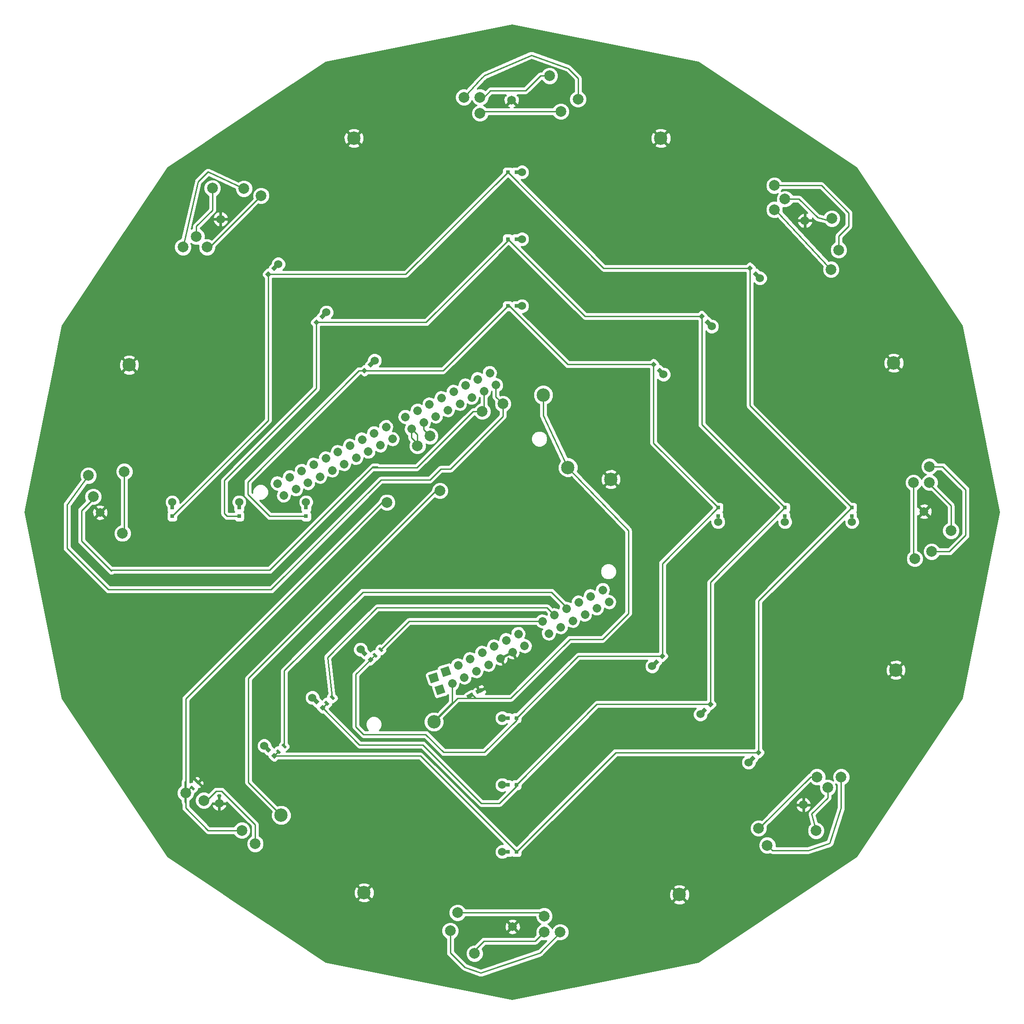
<source format=gbr>
G04 #@! TF.FileFunction,Copper,L2,Bot,Signal*
%FSLAX46Y46*%
G04 Gerber Fmt 4.6, Leading zero omitted, Abs format (unit mm)*
G04 Created by KiCad (PCBNEW 4.0.7) date 03/12/18 00:58:58*
%MOMM*%
%LPD*%
G01*
G04 APERTURE LIST*
%ADD10C,0.100000*%
%ADD11C,2.499360*%
%ADD12C,1.998980*%
%ADD13R,0.800000X0.800000*%
%ADD14C,1.524000*%
%ADD15C,1.650000*%
%ADD16C,1.600000*%
%ADD17C,0.250000*%
%ADD18C,0.254000*%
G04 APERTURE END LIST*
D10*
D11*
X132836920Y-79636620D03*
X137439400Y-93167200D03*
X97424240Y-31666180D03*
X55445660Y-74028300D03*
X99349560Y-172618400D03*
X158272480Y-173004480D03*
X198709280Y-131025900D03*
X198323200Y-73644760D03*
D12*
X205000000Y-96000000D03*
X209000000Y-105000000D03*
X205000000Y-93000000D03*
X205414880Y-108910120D03*
X202000000Y-96000000D03*
X202247500Y-110236000D03*
X174680880Y-163784280D03*
X188500000Y-151000000D03*
X54203600Y-105501440D03*
X54538880Y-93934280D03*
X186000000Y-153000000D03*
X183789320Y-161046160D03*
X68000000Y-50000000D03*
X71000000Y-41000000D03*
X115448080Y-179765960D03*
X136000000Y-180000000D03*
X70000000Y-52000000D03*
X80098900Y-42405300D03*
X133000000Y-180000000D03*
X120000000Y-184000000D03*
X121000000Y-24000000D03*
X134000000Y-20000000D03*
X188023500Y-52539900D03*
X176000000Y-40500000D03*
X69402960Y-155402280D03*
X79000000Y-163500000D03*
X76500000Y-161000000D03*
X66000000Y-154000000D03*
X178000000Y-43000000D03*
X186750960Y-46659800D03*
X125285500Y-81280000D03*
X47828200Y-94678500D03*
X76898500Y-41071800D03*
X65500000Y-52000000D03*
X184000000Y-151000000D03*
X173060360Y-160599120D03*
X139319000Y-24384000D03*
X118000000Y-24000000D03*
X133000000Y-177000000D03*
X116814600Y-176377600D03*
X121000000Y-27000000D03*
X136105900Y-26670000D03*
X176000000Y-45000000D03*
X186601100Y-56184800D03*
D10*
G36*
X83486971Y-146760345D02*
X82850575Y-146123949D01*
X83204129Y-145770395D01*
X83840525Y-146406791D01*
X83486971Y-146760345D01*
X83486971Y-146760345D01*
G37*
G36*
X84547631Y-145699685D02*
X83911235Y-145063289D01*
X84264789Y-144709735D01*
X84901185Y-145346131D01*
X84547631Y-145699685D01*
X84547631Y-145699685D01*
G37*
G36*
X92483651Y-137707785D02*
X91847255Y-137071389D01*
X92200809Y-136717835D01*
X92837205Y-137354231D01*
X92483651Y-137707785D01*
X92483651Y-137707785D01*
G37*
G36*
X93544311Y-136647125D02*
X92907915Y-136010729D01*
X93261469Y-135657175D01*
X93897865Y-136293571D01*
X93544311Y-136647125D01*
X93544311Y-136647125D01*
G37*
G36*
X101536211Y-128766985D02*
X100899815Y-128130589D01*
X101253369Y-127777035D01*
X101889765Y-128413431D01*
X101536211Y-128766985D01*
X101536211Y-128766985D01*
G37*
G36*
X102596871Y-127706325D02*
X101960475Y-127069929D01*
X102314029Y-126716375D01*
X102950425Y-127352771D01*
X102596871Y-127706325D01*
X102596871Y-127706325D01*
G37*
G36*
X118819427Y-136435053D02*
X118478934Y-135766798D01*
X119548141Y-135222009D01*
X119888634Y-135890264D01*
X118819427Y-136435053D01*
X118819427Y-136435053D01*
G37*
G36*
X120512339Y-135572471D02*
X120171846Y-134904216D01*
X121241053Y-134359427D01*
X121581546Y-135027682D01*
X120512339Y-135572471D01*
X120512339Y-135572471D01*
G37*
G36*
X67393531Y-153577705D02*
X66757135Y-152941309D01*
X67110689Y-152587755D01*
X67747085Y-153224151D01*
X67393531Y-153577705D01*
X67393531Y-153577705D01*
G37*
G36*
X68454191Y-152517045D02*
X67817795Y-151880649D01*
X68171349Y-151527095D01*
X68807745Y-152163491D01*
X68454191Y-152517045D01*
X68454191Y-152517045D01*
G37*
D13*
X63500000Y-102300000D03*
X63500000Y-100700000D03*
D14*
X63500000Y-99650000D03*
D10*
G36*
X81434315Y-57631370D02*
X80868630Y-57065685D01*
X81434315Y-56500000D01*
X82000000Y-57065685D01*
X81434315Y-57631370D01*
X81434315Y-57631370D01*
G37*
G36*
X82565685Y-56500000D02*
X82000000Y-55934315D01*
X82565685Y-55368630D01*
X83131370Y-55934315D01*
X82565685Y-56500000D01*
X82565685Y-56500000D01*
G37*
D14*
X83308148Y-55191852D03*
D13*
X126200000Y-38000000D03*
X127800000Y-38000000D03*
D14*
X128850000Y-38000000D03*
D10*
G36*
X170868630Y-55934315D02*
X171434315Y-55368630D01*
X172000000Y-55934315D01*
X171434315Y-56500000D01*
X170868630Y-55934315D01*
X170868630Y-55934315D01*
G37*
G36*
X172000000Y-57065685D02*
X172565685Y-56500000D01*
X173131370Y-57065685D01*
X172565685Y-57631370D01*
X172000000Y-57065685D01*
X172000000Y-57065685D01*
G37*
D14*
X173308148Y-57808148D03*
D13*
X76000000Y-102300000D03*
X76000000Y-100700000D03*
D14*
X76000000Y-99650000D03*
D10*
G36*
X90434315Y-66631370D02*
X89868630Y-66065685D01*
X90434315Y-65500000D01*
X91000000Y-66065685D01*
X90434315Y-66631370D01*
X90434315Y-66631370D01*
G37*
G36*
X91565685Y-65500000D02*
X91000000Y-64934315D01*
X91565685Y-64368630D01*
X92131370Y-64934315D01*
X91565685Y-65500000D01*
X91565685Y-65500000D01*
G37*
D14*
X92308148Y-64191852D03*
D13*
X126200000Y-50500000D03*
X127800000Y-50500000D03*
D14*
X128850000Y-50500000D03*
D10*
G36*
X161868630Y-64934315D02*
X162434315Y-64368630D01*
X163000000Y-64934315D01*
X162434315Y-65500000D01*
X161868630Y-64934315D01*
X161868630Y-64934315D01*
G37*
G36*
X163000000Y-66065685D02*
X163565685Y-65500000D01*
X164131370Y-66065685D01*
X163565685Y-66631370D01*
X163000000Y-66065685D01*
X163000000Y-66065685D01*
G37*
D14*
X164308148Y-66808148D03*
D13*
X88500000Y-102300000D03*
X88500000Y-100700000D03*
D14*
X88500000Y-99650000D03*
D10*
G36*
X99434315Y-75631370D02*
X98868630Y-75065685D01*
X99434315Y-74500000D01*
X100000000Y-75065685D01*
X99434315Y-75631370D01*
X99434315Y-75631370D01*
G37*
G36*
X100565685Y-74500000D02*
X100000000Y-73934315D01*
X100565685Y-73368630D01*
X101131370Y-73934315D01*
X100565685Y-74500000D01*
X100565685Y-74500000D01*
G37*
D14*
X101308148Y-73191852D03*
D13*
X126200000Y-63000000D03*
X127800000Y-63000000D03*
D14*
X128850000Y-63000000D03*
D10*
G36*
X152868630Y-73934315D02*
X153434315Y-73368630D01*
X154000000Y-73934315D01*
X153434315Y-74500000D01*
X152868630Y-73934315D01*
X152868630Y-73934315D01*
G37*
G36*
X154000000Y-75065685D02*
X154565685Y-74500000D01*
X155131370Y-75065685D01*
X154565685Y-75631370D01*
X154000000Y-75065685D01*
X154000000Y-75065685D01*
G37*
D14*
X155308148Y-75808148D03*
D13*
X190500000Y-100700000D03*
X190500000Y-102300000D03*
D14*
X190500000Y-103350000D03*
D10*
G36*
X173065685Y-145868630D02*
X173631370Y-146434315D01*
X173065685Y-147000000D01*
X172500000Y-146434315D01*
X173065685Y-145868630D01*
X173065685Y-145868630D01*
G37*
G36*
X171934315Y-147000000D02*
X172500000Y-147565685D01*
X171934315Y-148131370D01*
X171368630Y-147565685D01*
X171934315Y-147000000D01*
X171934315Y-147000000D01*
G37*
D14*
X171191852Y-148308148D03*
D13*
X127800000Y-165000000D03*
X126200000Y-165000000D03*
D14*
X125150000Y-165000000D03*
D10*
G36*
X83131370Y-147065685D02*
X82565685Y-147631370D01*
X82000000Y-147065685D01*
X82565685Y-146500000D01*
X83131370Y-147065685D01*
X83131370Y-147065685D01*
G37*
G36*
X82000000Y-145934315D02*
X81434315Y-146500000D01*
X80868630Y-145934315D01*
X81434315Y-145368630D01*
X82000000Y-145934315D01*
X82000000Y-145934315D01*
G37*
D14*
X80691852Y-145191852D03*
D13*
X178000000Y-100700000D03*
X178000000Y-102300000D03*
D14*
X178000000Y-103350000D03*
D10*
G36*
X164065685Y-136868630D02*
X164631370Y-137434315D01*
X164065685Y-138000000D01*
X163500000Y-137434315D01*
X164065685Y-136868630D01*
X164065685Y-136868630D01*
G37*
G36*
X162934315Y-138000000D02*
X163500000Y-138565685D01*
X162934315Y-139131370D01*
X162368630Y-138565685D01*
X162934315Y-138000000D01*
X162934315Y-138000000D01*
G37*
D14*
X162191852Y-139308148D03*
D13*
X127800000Y-152500000D03*
X126200000Y-152500000D03*
D14*
X125150000Y-152500000D03*
D10*
G36*
X92131370Y-138065685D02*
X91565685Y-138631370D01*
X91000000Y-138065685D01*
X91565685Y-137500000D01*
X92131370Y-138065685D01*
X92131370Y-138065685D01*
G37*
G36*
X91000000Y-136934315D02*
X90434315Y-137500000D01*
X89868630Y-136934315D01*
X90434315Y-136368630D01*
X91000000Y-136934315D01*
X91000000Y-136934315D01*
G37*
D14*
X89691852Y-136191852D03*
D13*
X165500000Y-100700000D03*
X165500000Y-102300000D03*
D14*
X165500000Y-103350000D03*
D10*
G36*
X155065685Y-127868630D02*
X155631370Y-128434315D01*
X155065685Y-129000000D01*
X154500000Y-128434315D01*
X155065685Y-127868630D01*
X155065685Y-127868630D01*
G37*
G36*
X153934315Y-129000000D02*
X154500000Y-129565685D01*
X153934315Y-130131370D01*
X153368630Y-129565685D01*
X153934315Y-129000000D01*
X153934315Y-129000000D01*
G37*
D14*
X153191852Y-130308148D03*
D13*
X127800000Y-140000000D03*
X126200000Y-140000000D03*
D14*
X125150000Y-140000000D03*
D10*
G36*
X101131370Y-129065685D02*
X100565685Y-129631370D01*
X100000000Y-129065685D01*
X100565685Y-128500000D01*
X101131370Y-129065685D01*
X101131370Y-129065685D01*
G37*
G36*
X100000000Y-127934315D02*
X99434315Y-128500000D01*
X98868630Y-127934315D01*
X99434315Y-127368630D01*
X100000000Y-127934315D01*
X100000000Y-127934315D01*
G37*
D14*
X98691852Y-127191852D03*
D15*
X72274481Y-155959798D03*
X127105000Y-178995000D03*
X181725519Y-47040202D03*
X203995000Y-101395000D03*
X181459798Y-156225519D03*
X126895000Y-24505000D03*
X72540202Y-46774481D03*
X50005000Y-101605000D03*
D12*
X48727360Y-98628200D03*
X121424700Y-82702400D03*
X111658400Y-87299800D03*
X113538000Y-97536000D03*
X109319060Y-89148920D03*
X103629460Y-99715320D03*
D11*
X154805380Y-31666180D03*
X112395000Y-140703300D03*
X145440400Y-95389700D03*
D16*
X121726111Y-78920525D02*
X121726111Y-78920525D01*
X123979119Y-77747684D02*
X123979119Y-77747684D01*
X88835749Y-96042164D02*
X88835749Y-96042164D01*
X91088757Y-94869323D02*
X91088757Y-94869323D01*
X93341764Y-93696481D02*
X93341764Y-93696481D01*
X95594772Y-92523640D02*
X95594772Y-92523640D01*
X97847779Y-91350798D02*
X97847779Y-91350798D01*
X100100787Y-90177957D02*
X100100787Y-90177957D01*
X102353795Y-89005115D02*
X102353795Y-89005115D01*
X104606802Y-87832274D02*
X104606802Y-87832274D01*
X108208066Y-85957574D02*
X108208066Y-85957574D01*
X110461074Y-84784733D02*
X110461074Y-84784733D01*
X112714081Y-83611891D02*
X112714081Y-83611891D01*
X114967089Y-82439050D02*
X114967089Y-82439050D01*
X117220096Y-81266208D02*
X117220096Y-81266208D01*
X119473104Y-80093367D02*
X119473104Y-80093367D01*
X86582742Y-97215006D02*
X86582742Y-97215006D01*
X84329734Y-98387847D02*
X84329734Y-98387847D01*
X143917424Y-116048812D02*
X143917424Y-116048812D01*
X141664416Y-117221653D02*
X141664416Y-117221653D01*
X139411409Y-118394495D02*
X139411409Y-118394495D01*
X137158401Y-119567336D02*
X137158401Y-119567336D01*
X134905394Y-120740178D02*
X134905394Y-120740178D01*
X132652386Y-121913019D02*
X132652386Y-121913019D01*
X128146371Y-124258702D02*
X128146371Y-124258702D01*
X125893364Y-125431544D02*
X125893364Y-125431544D01*
X123640356Y-126604385D02*
X123640356Y-126604385D01*
X121387349Y-127777227D02*
X121387349Y-127777227D01*
X119134341Y-128950068D02*
X119134341Y-128950068D01*
X116881334Y-130122910D02*
X116881334Y-130122910D01*
D10*
G36*
X113624788Y-130773342D02*
X115150735Y-130292213D01*
X115631864Y-131818160D01*
X114105917Y-132299289D01*
X113624788Y-130773342D01*
X113624788Y-130773342D01*
G37*
G36*
X111371781Y-131946183D02*
X112897728Y-131465054D01*
X113378857Y-132991001D01*
X111852910Y-133472130D01*
X111371781Y-131946183D01*
X111371781Y-131946183D01*
G37*
D16*
X83156893Y-96134840D02*
X83156893Y-96134840D01*
X85409900Y-94961998D02*
X85409900Y-94961998D01*
D10*
G36*
X112544622Y-134199191D02*
X114070569Y-133718062D01*
X114551698Y-135244009D01*
X113025751Y-135725138D01*
X112544622Y-134199191D01*
X112544622Y-134199191D01*
G37*
D16*
X118300262Y-77840359D02*
X118300262Y-77840359D01*
X115801168Y-133548759D02*
X115801168Y-133548759D01*
X116047255Y-79013201D02*
X116047255Y-79013201D01*
X118054175Y-132375917D02*
X118054175Y-132375917D01*
X113794247Y-80186042D02*
X113794247Y-80186042D01*
X120307183Y-131203076D02*
X120307183Y-131203076D01*
X111541240Y-81358884D02*
X111541240Y-81358884D01*
X122560190Y-130030234D02*
X122560190Y-130030234D01*
X109288232Y-82531725D02*
X109288232Y-82531725D01*
X124813198Y-128857393D02*
X124813198Y-128857393D01*
X107035225Y-83704567D02*
X107035225Y-83704567D01*
X127066205Y-127684551D02*
X127066205Y-127684551D01*
X103433961Y-85579266D02*
X103433961Y-85579266D01*
X129319213Y-126511710D02*
X129319213Y-126511710D01*
X101180953Y-86752108D02*
X101180953Y-86752108D01*
X133825228Y-124166027D02*
X133825228Y-124166027D01*
X98927946Y-87924949D02*
X98927946Y-87924949D01*
X136078235Y-122993185D02*
X136078235Y-122993185D01*
X96674938Y-89097791D02*
X96674938Y-89097791D01*
X138331243Y-121820344D02*
X138331243Y-121820344D01*
X94421930Y-90270632D02*
X94421930Y-90270632D01*
X140584250Y-120647502D02*
X140584250Y-120647502D01*
X92168923Y-91443474D02*
X92168923Y-91443474D01*
X142837258Y-119474661D02*
X142837258Y-119474661D01*
X89915915Y-92616315D02*
X89915915Y-92616315D01*
X145090265Y-118301819D02*
X145090265Y-118301819D01*
X87662908Y-93789157D02*
X87662908Y-93789157D01*
X122806277Y-75494677D02*
X122806277Y-75494677D01*
X120553270Y-76667518D02*
X120553270Y-76667518D01*
D11*
X83847940Y-158168340D03*
D17*
X123979119Y-77747684D02*
X123979119Y-79973619D01*
X123979119Y-79973619D02*
X125285500Y-81280000D01*
X78994000Y-116014500D02*
X81978500Y-116014500D01*
X102489000Y-95504000D02*
X111633000Y-95504000D01*
X81978500Y-116014500D02*
X102489000Y-95504000D01*
X51562000Y-116014500D02*
X43827700Y-108280200D01*
X43827700Y-108280200D02*
X43827700Y-100172300D01*
X43827700Y-100172300D02*
X47828200Y-94678500D01*
X78994000Y-116014500D02*
X51562000Y-116014500D01*
X115436650Y-93478350D02*
X113658650Y-93478350D01*
X125285500Y-83629500D02*
X115436650Y-93478350D01*
X125285500Y-81280000D02*
X125285500Y-83629500D01*
X113658650Y-93478350D02*
X111633000Y-95504000D01*
X123979119Y-79973619D02*
X125285500Y-81280000D01*
X121726111Y-78920525D02*
X121726111Y-82400989D01*
X121726111Y-82400989D02*
X121424700Y-82702400D01*
X121424700Y-82702400D02*
X119735600Y-82702400D01*
X109220000Y-93218000D02*
X100850700Y-93218000D01*
X119735600Y-82702400D02*
X109220000Y-93218000D01*
X121726111Y-82400989D02*
X121424700Y-82702400D01*
X101879400Y-93078300D02*
X100990400Y-93078300D01*
X100990400Y-93078300D02*
X100850700Y-93218000D01*
X100850700Y-93218000D02*
X81699100Y-112369600D01*
X81699100Y-112369600D02*
X52006500Y-112369600D01*
X48727360Y-98628200D02*
X48727360Y-99032060D01*
X48727360Y-99032060D02*
X46540420Y-101219000D01*
X46540420Y-101219000D02*
X46540420Y-106903520D01*
X46540420Y-106903520D02*
X52006500Y-112369600D01*
X52006500Y-112369600D02*
X52184300Y-112547400D01*
X67252110Y-153082730D02*
X66917270Y-153082730D01*
X66917270Y-153082730D02*
X66000000Y-154000000D01*
X65874900Y-151841200D02*
X65874900Y-155716600D01*
X66000000Y-151966300D02*
X65874900Y-151841200D01*
X66000000Y-155841700D02*
X66000000Y-151966300D01*
X65874900Y-155716600D02*
X66000000Y-155841700D01*
X66000000Y-154000000D02*
X66000000Y-136415140D01*
X66000000Y-154000000D02*
X66000000Y-155841700D01*
X66000000Y-155841700D02*
X66000000Y-156805000D01*
X70195000Y-161000000D02*
X76500000Y-161000000D01*
X66000000Y-156805000D02*
X70195000Y-161000000D01*
X120000000Y-184000000D02*
X120000000Y-183428400D01*
X120000000Y-183428400D02*
X121762520Y-181665880D01*
X131334120Y-181665880D02*
X133000000Y-180000000D01*
X121762520Y-181665880D02*
X131334120Y-181665880D01*
X183789320Y-161046160D02*
X183000000Y-157923880D01*
X186000000Y-154923880D02*
X186000000Y-153000000D01*
X183000000Y-157923880D02*
X186000000Y-154923880D01*
X205000000Y-96000000D02*
X205000000Y-96288000D01*
X205000000Y-96288000D02*
X209000000Y-100288000D01*
X209000000Y-100288000D02*
X209000000Y-105000000D01*
X186867800Y-47205900D02*
X184117200Y-46500000D01*
X180617200Y-43000000D02*
X178000000Y-43000000D01*
X184117200Y-46500000D02*
X180617200Y-43000000D01*
X121000000Y-24000000D02*
X121719800Y-24000000D01*
X121719800Y-24000000D02*
X122948700Y-22771100D01*
X134000000Y-20000000D02*
X132298400Y-20000000D01*
X129527300Y-22771100D02*
X122948700Y-22771100D01*
X132298400Y-20000000D02*
X129527300Y-22771100D01*
X68000000Y-50000000D02*
X68000000Y-48121180D01*
X71000000Y-45121180D02*
X71000000Y-41000000D01*
X68000000Y-48121180D02*
X71000000Y-45121180D01*
X102643940Y-99771200D02*
X102847140Y-99771200D01*
X66000000Y-136415140D02*
X102643940Y-99771200D01*
X109319060Y-89148920D02*
X109319060Y-87068568D01*
X109319060Y-87068568D02*
X108208066Y-85957574D01*
X108208066Y-87656926D02*
X109349540Y-88798400D01*
X108208066Y-85957574D02*
X108208066Y-87656926D01*
X176000000Y-40500000D02*
X184784700Y-40500000D01*
X189890400Y-45605700D02*
X189890400Y-48094900D01*
X184784700Y-40500000D02*
X189890400Y-45605700D01*
X188023500Y-52539900D02*
X188023500Y-49961800D01*
X188023500Y-49961800D02*
X189890400Y-48094900D01*
X136105900Y-26670000D02*
X121330000Y-26670000D01*
X121330000Y-26670000D02*
X121000000Y-27000000D01*
X206811880Y-93000000D02*
X207442240Y-93000000D01*
X211769960Y-97327720D02*
X211769960Y-99146360D01*
X207442240Y-93000000D02*
X211769960Y-97327720D01*
X211769960Y-105851960D02*
X211769960Y-99146360D01*
X208716880Y-108910120D02*
X211772500Y-105854500D01*
X205414880Y-108910120D02*
X208716880Y-108910120D01*
X211769960Y-105851960D02*
X211772500Y-105854500D01*
X211769960Y-99146360D02*
X211785200Y-99131120D01*
X205000000Y-93000000D02*
X206811880Y-93000000D01*
X206811880Y-93000000D02*
X206867760Y-93000000D01*
X206867760Y-93000000D02*
X206880900Y-93000000D01*
X176000000Y-45000000D02*
X176216400Y-45000000D01*
X176216400Y-45000000D02*
X186601100Y-56184800D01*
X69402960Y-155402280D02*
X69959220Y-155402280D01*
X69959220Y-155402280D02*
X71742300Y-153619200D01*
X79000000Y-159899000D02*
X79000000Y-163500000D01*
X72720200Y-153619200D02*
X79000000Y-159899000D01*
X71742300Y-153619200D02*
X72720200Y-153619200D01*
X116814600Y-176377600D02*
X132377600Y-176377600D01*
X132377600Y-176377600D02*
X133000000Y-177000000D01*
X116814600Y-176377600D02*
X116814600Y-176377600D01*
X179765960Y-164741336D02*
X175637936Y-164741336D01*
X175637936Y-164741336D02*
X174680880Y-163784280D01*
X182357699Y-164741336D02*
X179765960Y-164741336D01*
X179765960Y-164741336D02*
X179326016Y-164741336D01*
X188500000Y-151000000D02*
X188500000Y-156813000D01*
X186368880Y-163414520D02*
X182357699Y-164741336D01*
X188500000Y-156813000D02*
X186368880Y-163414520D01*
X202000000Y-96000000D02*
X202000000Y-109988500D01*
X202000000Y-109988500D02*
X202247500Y-110236000D01*
X65500000Y-52000000D02*
X68344800Y-39757600D01*
X70147600Y-37954800D02*
X76898500Y-41071800D01*
X68344800Y-39757600D02*
X70147600Y-37954800D01*
X54538880Y-93934280D02*
X54538880Y-105166160D01*
X54538880Y-105166160D02*
X54203600Y-105501440D01*
X115448080Y-179765960D02*
X115448080Y-183845200D01*
X115448080Y-183845200D02*
X118171924Y-186569044D01*
X136000000Y-180000000D02*
X136000000Y-180103000D01*
X136000000Y-180103000D02*
X132207000Y-183896000D01*
X132207000Y-183896000D02*
X121140360Y-187639960D01*
X121140360Y-187639960D02*
X118171924Y-186569044D01*
X184000000Y-151000000D02*
X182771240Y-151000000D01*
X182771240Y-151000000D02*
X173563280Y-160207960D01*
X139319000Y-24384000D02*
X139319000Y-20447000D01*
X139319000Y-20447000D02*
X137458566Y-18586566D01*
X118000000Y-24000000D02*
X121352800Y-20414760D01*
X121352800Y-20414760D02*
X121874280Y-19893280D01*
X121874280Y-19893280D02*
X130632160Y-16139160D01*
X130632160Y-16139160D02*
X137458566Y-18586566D01*
X70000000Y-52000000D02*
X70504200Y-52000000D01*
X70504200Y-52000000D02*
X80098900Y-42405300D01*
X83345550Y-146265370D02*
X83345550Y-146285820D01*
X83345550Y-146285820D02*
X82565685Y-147065685D01*
X82565685Y-147065685D02*
X109865685Y-147065685D01*
X109865685Y-147065685D02*
X127800000Y-165000000D01*
X173065685Y-146434315D02*
X146365685Y-146434315D01*
X146365685Y-146434315D02*
X127800000Y-165000000D01*
X173065685Y-146434315D02*
X173065685Y-118134315D01*
X173065685Y-118134315D02*
X190500000Y-100700000D01*
X171434315Y-55934315D02*
X171434315Y-81634315D01*
X171434315Y-81634315D02*
X190500000Y-100700000D01*
X171434315Y-55934315D02*
X144134315Y-55934315D01*
X144134315Y-55934315D02*
X126200000Y-38000000D01*
X81434315Y-57065685D02*
X107134315Y-57065685D01*
X107134315Y-57065685D02*
X126200000Y-38000000D01*
X81434315Y-57065685D02*
X81434315Y-84365685D01*
X81434315Y-84365685D02*
X63500000Y-102300000D01*
X76000000Y-102300000D02*
X73763100Y-102300000D01*
X90434315Y-78386785D02*
X90434315Y-66065685D01*
X73253600Y-95567500D02*
X90434315Y-78386785D01*
X73253600Y-101790500D02*
X73253600Y-95567500D01*
X73763100Y-102300000D02*
X73253600Y-101790500D01*
X127800000Y-152500000D02*
X127800000Y-152768400D01*
X127800000Y-152768400D02*
X124637800Y-155930600D01*
X98495900Y-144995900D02*
X91565685Y-138065685D01*
X110324900Y-144995900D02*
X98495900Y-144995900D01*
X121259600Y-155930600D02*
X110324900Y-144995900D01*
X124637800Y-155930600D02*
X121259600Y-155930600D01*
X76157900Y-102142100D02*
X76000000Y-102300000D01*
X92342230Y-137212810D02*
X92342230Y-137289140D01*
X92342230Y-137289140D02*
X91565685Y-138065685D01*
X127500000Y-152500000D02*
X127800000Y-152500000D01*
X164065685Y-137434315D02*
X142865685Y-137434315D01*
X142865685Y-137434315D02*
X127800000Y-152500000D01*
X164065685Y-137434315D02*
X164065685Y-114634315D01*
X164065685Y-114634315D02*
X178000000Y-100700000D01*
X162434315Y-64934315D02*
X162434315Y-85134315D01*
X162434315Y-85134315D02*
X178000000Y-100700000D01*
X162434315Y-64934315D02*
X140634315Y-64934315D01*
X140634315Y-64934315D02*
X126200000Y-50500000D01*
X90434315Y-66065685D02*
X110934315Y-66065685D01*
X110934315Y-66065685D02*
X126500000Y-50500000D01*
X126500000Y-50500000D02*
X126200000Y-50500000D01*
X88500000Y-102300000D02*
X81726000Y-102300000D01*
X98416315Y-75065685D02*
X99434315Y-75065685D01*
X77597000Y-95885000D02*
X98416315Y-75065685D01*
X77597000Y-98171000D02*
X77597000Y-95885000D01*
X81726000Y-102300000D02*
X77597000Y-98171000D01*
X127800000Y-140000000D02*
X127800000Y-140411300D01*
X97790000Y-131841370D02*
X100565685Y-129065685D01*
X97790000Y-141617700D02*
X97790000Y-131841370D01*
X99212400Y-143040100D02*
X97790000Y-141617700D01*
X110858300Y-143040100D02*
X99212400Y-143040100D01*
X114236500Y-146418300D02*
X110858300Y-143040100D01*
X121793000Y-146418300D02*
X114236500Y-146418300D01*
X127800000Y-140411300D02*
X121793000Y-146418300D01*
X101394790Y-128272010D02*
X101359360Y-128272010D01*
X101359360Y-128272010D02*
X100565685Y-129065685D01*
X127500000Y-140000000D02*
X127800000Y-140000000D01*
X155065685Y-128434315D02*
X139365685Y-128434315D01*
X139365685Y-128434315D02*
X127800000Y-140000000D01*
X155065685Y-128434315D02*
X155065685Y-111134315D01*
X155065685Y-111134315D02*
X165500000Y-100700000D01*
X153434315Y-73934315D02*
X153434315Y-88634315D01*
X153434315Y-88634315D02*
X165500000Y-100700000D01*
X153434315Y-73934315D02*
X137434315Y-73934315D01*
X137434315Y-73934315D02*
X126500000Y-63000000D01*
X126500000Y-63000000D02*
X126200000Y-63000000D01*
X99434315Y-75065685D02*
X114134315Y-75065685D01*
X114134315Y-75065685D02*
X126200000Y-63000000D01*
X148729700Y-111815880D02*
X148729700Y-104952800D01*
X148729700Y-111815880D02*
X148729700Y-120459500D01*
X148729700Y-120459500D02*
X143929100Y-125260100D01*
X143929100Y-125260100D02*
X137795000Y-125260100D01*
X137795000Y-125260100D02*
X126771400Y-136283700D01*
X126771400Y-136283700D02*
X120190260Y-136283700D01*
X148729700Y-104952800D02*
X137439400Y-93167200D01*
X119183784Y-135828531D02*
X119735091Y-135828531D01*
X119735091Y-135828531D02*
X120190260Y-136283700D01*
X112395000Y-140703300D02*
X112395000Y-140573760D01*
X112395000Y-140573760D02*
X115801168Y-137167592D01*
X115801168Y-137167592D02*
X115801168Y-133548759D01*
X116814600Y-136283700D02*
X112395000Y-140703300D01*
X120190260Y-136283700D02*
X116814600Y-136283700D01*
X132836920Y-79636620D02*
X132836920Y-83484720D01*
X132836920Y-83484720D02*
X137439400Y-93167200D01*
X137158401Y-119567336D02*
X137158401Y-119289501D01*
X137158401Y-119289501D02*
X134327900Y-116459000D01*
X134327900Y-116459000D02*
X99123500Y-116459000D01*
X99123500Y-116459000D02*
X84406210Y-131176290D01*
X84406210Y-131176290D02*
X84406210Y-145204710D01*
X88500000Y-99650000D02*
X88500000Y-100700000D01*
X76000000Y-99650000D02*
X76000000Y-100700000D01*
X63500000Y-99650000D02*
X63500000Y-100700000D01*
X101308148Y-73191852D02*
X100565685Y-73934315D01*
X83308148Y-55191852D02*
X82565685Y-55934315D01*
X92308148Y-64191852D02*
X91565685Y-64934315D01*
X128850000Y-38000000D02*
X127800000Y-38000000D01*
X128850000Y-63000000D02*
X127800000Y-63000000D01*
X128850000Y-50500000D02*
X127800000Y-50500000D01*
X172565685Y-57065685D02*
X173308148Y-57808148D01*
X163565685Y-66065685D02*
X164308148Y-66808148D01*
X154565685Y-75065685D02*
X155308148Y-75808148D01*
X134905394Y-120740178D02*
X134875278Y-120740178D01*
X134875278Y-120740178D02*
X133541778Y-119406678D01*
X133541778Y-119406678D02*
X101776522Y-119406678D01*
X92513890Y-128669310D02*
X93402890Y-136152150D01*
X101776522Y-119406678D02*
X92513890Y-128669310D01*
X132652386Y-121913019D02*
X107753781Y-121913019D01*
X107753781Y-121913019D02*
X102455450Y-127211350D01*
X165500000Y-102300000D02*
X165500000Y-103350000D01*
X178000000Y-102300000D02*
X178000000Y-103350000D01*
X190500000Y-102300000D02*
X190500000Y-103350000D01*
X171934315Y-147565685D02*
X171191852Y-148308148D01*
X162934315Y-138565685D02*
X162191852Y-139308148D01*
X153191852Y-130308148D02*
X153934315Y-129565685D01*
X126200000Y-140000000D02*
X125150000Y-140000000D01*
X126200000Y-165000000D02*
X125150000Y-165000000D01*
X126200000Y-152500000D02*
X125150000Y-152500000D01*
X80691852Y-145191852D02*
X81434315Y-145934315D01*
X89691852Y-136191852D02*
X90434315Y-136934315D01*
X98691852Y-127191852D02*
X99434315Y-127934315D01*
X99434315Y-127934315D02*
X99565685Y-127934315D01*
X99565685Y-127934315D02*
X99434315Y-127934315D01*
X110461074Y-84784733D02*
X110461074Y-86102474D01*
X110461074Y-86102474D02*
X111658400Y-87299800D01*
X77724000Y-152044400D02*
X83832700Y-158153100D01*
X113538000Y-97536000D02*
X112776000Y-97536000D01*
X112776000Y-97536000D02*
X77724000Y-132588000D01*
X77724000Y-132588000D02*
X77724000Y-152044400D01*
D18*
G36*
X161822682Y-17430610D02*
X191343925Y-37156075D01*
X211069390Y-66677318D01*
X217996052Y-101500000D01*
X211069390Y-136322682D01*
X191343925Y-165843925D01*
X161822682Y-185569390D01*
X127000000Y-192496052D01*
X92177318Y-185569390D01*
X83976315Y-180089654D01*
X113813306Y-180089654D01*
X114061618Y-180690615D01*
X114521007Y-181150806D01*
X114688080Y-181220181D01*
X114688080Y-183845200D01*
X114745932Y-184136039D01*
X114910679Y-184382601D01*
X117634523Y-187106445D01*
X117649425Y-187116402D01*
X117660064Y-187130826D01*
X117772210Y-187198445D01*
X117881085Y-187271192D01*
X117898662Y-187274688D01*
X117914011Y-187283943D01*
X120882447Y-188354859D01*
X120987388Y-188370707D01*
X121089876Y-188398281D01*
X121132830Y-188392671D01*
X121175660Y-188399139D01*
X121278675Y-188373622D01*
X121383916Y-188359877D01*
X132450555Y-184615917D01*
X132472735Y-184603141D01*
X132497839Y-184598148D01*
X132600514Y-184529543D01*
X132707515Y-184467912D01*
X132723117Y-184447623D01*
X132744401Y-184433401D01*
X135581697Y-181596105D01*
X135673453Y-181634206D01*
X136323694Y-181634774D01*
X136924655Y-181386462D01*
X137384846Y-180927073D01*
X137634206Y-180326547D01*
X137634774Y-179676306D01*
X137386462Y-179075345D01*
X136927073Y-178615154D01*
X136326547Y-178365794D01*
X135676306Y-178365226D01*
X135075345Y-178613538D01*
X134615154Y-179072927D01*
X134500025Y-179350189D01*
X134386462Y-179075345D01*
X133927073Y-178615154D01*
X133649811Y-178500025D01*
X133924655Y-178386462D01*
X134384846Y-177927073D01*
X134634206Y-177326547D01*
X134634774Y-176676306D01*
X134386462Y-176075345D01*
X133927073Y-175615154D01*
X133326547Y-175365794D01*
X132676306Y-175365226D01*
X132075345Y-175613538D01*
X132071276Y-175617600D01*
X118269096Y-175617600D01*
X118201062Y-175452945D01*
X117741673Y-174992754D01*
X117141147Y-174743394D01*
X116490906Y-174742826D01*
X115889945Y-174991138D01*
X115429754Y-175450527D01*
X115180394Y-176051053D01*
X115179826Y-176701294D01*
X115428138Y-177302255D01*
X115887527Y-177762446D01*
X116488053Y-178011806D01*
X117138294Y-178012374D01*
X117242911Y-177969147D01*
X126258752Y-177969147D01*
X127105000Y-178815395D01*
X127951248Y-177969147D01*
X127874044Y-177720437D01*
X127327750Y-177523157D01*
X126747544Y-177549952D01*
X126335956Y-177720437D01*
X126258752Y-177969147D01*
X117242911Y-177969147D01*
X117739255Y-177764062D01*
X118199446Y-177304673D01*
X118268821Y-177137600D01*
X131365389Y-177137600D01*
X131365226Y-177323694D01*
X131613538Y-177924655D01*
X132072927Y-178384846D01*
X132350189Y-178499975D01*
X132075345Y-178613538D01*
X131615154Y-179072927D01*
X131365794Y-179673453D01*
X131365226Y-180323694D01*
X131434309Y-180490889D01*
X131019318Y-180905880D01*
X121762520Y-180905880D01*
X121471681Y-180963732D01*
X121225119Y-181128479D01*
X119988100Y-182365498D01*
X119676306Y-182365226D01*
X119075345Y-182613538D01*
X118615154Y-183072927D01*
X118365794Y-183673453D01*
X118365226Y-184323694D01*
X118613538Y-184924655D01*
X119072927Y-185384846D01*
X119673453Y-185634206D01*
X120323694Y-185634774D01*
X120924655Y-185386462D01*
X121384846Y-184927073D01*
X121634206Y-184326547D01*
X121634774Y-183676306D01*
X121398565Y-183104637D01*
X122077322Y-182425880D01*
X131334120Y-182425880D01*
X131624959Y-182368028D01*
X131871521Y-182203281D01*
X132508917Y-181565885D01*
X132673453Y-181634206D01*
X133323694Y-181634774D01*
X133442523Y-181585675D01*
X131795194Y-183233004D01*
X121148415Y-186834920D01*
X118589388Y-185911706D01*
X116208080Y-183530398D01*
X116208080Y-181220456D01*
X116372735Y-181152422D01*
X116832926Y-180693033D01*
X117082286Y-180092507D01*
X117082348Y-180020853D01*
X126258752Y-180020853D01*
X126335956Y-180269563D01*
X126882250Y-180466843D01*
X127462456Y-180440048D01*
X127874044Y-180269563D01*
X127951248Y-180020853D01*
X127105000Y-179174605D01*
X126258752Y-180020853D01*
X117082348Y-180020853D01*
X117082854Y-179442266D01*
X116834542Y-178841305D01*
X116765608Y-178772250D01*
X125633157Y-178772250D01*
X125659952Y-179352456D01*
X125830437Y-179764044D01*
X126079147Y-179841248D01*
X126925395Y-178995000D01*
X127284605Y-178995000D01*
X128130853Y-179841248D01*
X128379563Y-179764044D01*
X128576843Y-179217750D01*
X128550048Y-178637544D01*
X128379563Y-178225956D01*
X128130853Y-178148752D01*
X127284605Y-178995000D01*
X126925395Y-178995000D01*
X126079147Y-178148752D01*
X125830437Y-178225956D01*
X125633157Y-178772250D01*
X116765608Y-178772250D01*
X116375153Y-178381114D01*
X115774627Y-178131754D01*
X115124386Y-178131186D01*
X114523425Y-178379498D01*
X114063234Y-178838887D01*
X113813874Y-179439413D01*
X113813306Y-180089654D01*
X83976315Y-180089654D01*
X74789902Y-173951489D01*
X98196077Y-173951489D01*
X98325285Y-174244259D01*
X99025443Y-174512471D01*
X99774944Y-174492328D01*
X100148564Y-174337569D01*
X157118997Y-174337569D01*
X157248205Y-174630339D01*
X157948363Y-174898551D01*
X158697864Y-174878408D01*
X159296755Y-174630339D01*
X159425963Y-174337569D01*
X158272480Y-173184085D01*
X157118997Y-174337569D01*
X100148564Y-174337569D01*
X100373835Y-174244259D01*
X100503043Y-173951489D01*
X99349560Y-172798005D01*
X98196077Y-173951489D01*
X74789902Y-173951489D01*
X72309718Y-172294283D01*
X97455489Y-172294283D01*
X97475632Y-173043784D01*
X97723701Y-173642675D01*
X98016471Y-173771883D01*
X99169955Y-172618400D01*
X99529165Y-172618400D01*
X100682649Y-173771883D01*
X100975419Y-173642675D01*
X101243631Y-172942517D01*
X101236586Y-172680363D01*
X156378409Y-172680363D01*
X156398552Y-173429864D01*
X156646621Y-174028755D01*
X156939391Y-174157963D01*
X158092875Y-173004480D01*
X158452085Y-173004480D01*
X159605569Y-174157963D01*
X159898339Y-174028755D01*
X160166551Y-173328597D01*
X160146408Y-172579096D01*
X159898339Y-171980205D01*
X159605569Y-171850997D01*
X158452085Y-173004480D01*
X158092875Y-173004480D01*
X156939391Y-171850997D01*
X156646621Y-171980205D01*
X156378409Y-172680363D01*
X101236586Y-172680363D01*
X101223488Y-172193016D01*
X101007424Y-171671391D01*
X157118997Y-171671391D01*
X158272480Y-172824875D01*
X159425963Y-171671391D01*
X159296755Y-171378621D01*
X158596597Y-171110409D01*
X157847096Y-171130552D01*
X157248205Y-171378621D01*
X157118997Y-171671391D01*
X101007424Y-171671391D01*
X100975419Y-171594125D01*
X100682649Y-171464917D01*
X99529165Y-172618400D01*
X99169955Y-172618400D01*
X98016471Y-171464917D01*
X97723701Y-171594125D01*
X97455489Y-172294283D01*
X72309718Y-172294283D01*
X70799685Y-171285311D01*
X98196077Y-171285311D01*
X99349560Y-172438795D01*
X100503043Y-171285311D01*
X100373835Y-170992541D01*
X99673677Y-170724329D01*
X98924176Y-170744472D01*
X98325285Y-170992541D01*
X98196077Y-171285311D01*
X70799685Y-171285311D01*
X62656075Y-165843925D01*
X54958503Y-154323694D01*
X64365226Y-154323694D01*
X64613538Y-154924655D01*
X65072927Y-155384846D01*
X65114900Y-155402275D01*
X65114900Y-155716600D01*
X65172752Y-156007439D01*
X65240000Y-156108083D01*
X65240000Y-156805000D01*
X65297852Y-157095839D01*
X65462599Y-157342401D01*
X69657599Y-161537401D01*
X69904161Y-161702148D01*
X70195000Y-161760000D01*
X75045504Y-161760000D01*
X75113538Y-161924655D01*
X75572927Y-162384846D01*
X76173453Y-162634206D01*
X76823694Y-162634774D01*
X77424655Y-162386462D01*
X77884846Y-161927073D01*
X78134206Y-161326547D01*
X78134774Y-160676306D01*
X77886462Y-160075345D01*
X77427073Y-159615154D01*
X76826547Y-159365794D01*
X76176306Y-159365226D01*
X75575345Y-159613538D01*
X75115154Y-160072927D01*
X75045779Y-160240000D01*
X70509802Y-160240000D01*
X66760000Y-156490198D01*
X66760000Y-155725974D01*
X67768186Y-155725974D01*
X68016498Y-156326935D01*
X68475887Y-156787126D01*
X69076413Y-157036486D01*
X69726654Y-157037054D01*
X70327615Y-156788742D01*
X70787806Y-156329353D01*
X70792829Y-156317254D01*
X70829433Y-156317254D01*
X71076223Y-156843040D01*
X71505437Y-157234361D01*
X71917025Y-157404846D01*
X72147481Y-157283573D01*
X72147481Y-156086798D01*
X72401481Y-156086798D01*
X72401481Y-157283573D01*
X72631937Y-157404846D01*
X73157723Y-157158056D01*
X73549044Y-156728842D01*
X73719529Y-156317254D01*
X73598256Y-156086798D01*
X72401481Y-156086798D01*
X72147481Y-156086798D01*
X70950706Y-156086798D01*
X70829433Y-156317254D01*
X70792829Y-156317254D01*
X70993994Y-155832798D01*
X71967873Y-155832798D01*
X72080732Y-155945657D01*
X72260340Y-155766049D01*
X72147481Y-155653190D01*
X72147481Y-154636023D01*
X71919991Y-154516311D01*
X72057102Y-154379200D01*
X72405398Y-154379200D01*
X72572320Y-154546122D01*
X72401481Y-154636023D01*
X72401481Y-155653190D01*
X72288622Y-155766049D01*
X72468230Y-155945657D01*
X72581089Y-155832798D01*
X73598256Y-155832798D01*
X73688157Y-155661959D01*
X78240000Y-160213802D01*
X78240000Y-162045504D01*
X78075345Y-162113538D01*
X77615154Y-162572927D01*
X77365794Y-163173453D01*
X77365226Y-163823694D01*
X77613538Y-164424655D01*
X78072927Y-164884846D01*
X78673453Y-165134206D01*
X79323694Y-165134774D01*
X79924655Y-164886462D01*
X80384846Y-164427073D01*
X80634206Y-163826547D01*
X80634774Y-163176306D01*
X80386462Y-162575345D01*
X79927073Y-162115154D01*
X79760000Y-162045779D01*
X79760000Y-159899000D01*
X79712721Y-159661314D01*
X79702148Y-159608160D01*
X79537401Y-159361599D01*
X73257601Y-153081799D01*
X73011039Y-152917052D01*
X72720200Y-152859200D01*
X71742300Y-152859200D01*
X71451461Y-152917052D01*
X71204899Y-153081799D01*
X70287094Y-153999604D01*
X69729507Y-153768074D01*
X69079266Y-153767506D01*
X68478305Y-154015818D01*
X68018114Y-154475207D01*
X67768754Y-155075733D01*
X67768186Y-155725974D01*
X66760000Y-155725974D01*
X66760000Y-155454496D01*
X66924655Y-155386462D01*
X67384846Y-154927073D01*
X67634206Y-154326547D01*
X67634336Y-154178090D01*
X67637158Y-154177559D01*
X67851340Y-154035514D01*
X68204894Y-153681960D01*
X68339979Y-153484257D01*
X68394463Y-153233095D01*
X68379213Y-153152045D01*
X68580501Y-153152044D01*
X68813890Y-153055372D01*
X68879339Y-152989922D01*
X68879339Y-152765416D01*
X68314184Y-152200261D01*
X68298628Y-152215818D01*
X68119023Y-152036213D01*
X68131751Y-152023484D01*
X68490961Y-152023484D01*
X69056116Y-152588639D01*
X69280622Y-152588639D01*
X69346072Y-152523190D01*
X69442744Y-152289801D01*
X69442745Y-152037182D01*
X69346072Y-151803793D01*
X69140615Y-151598336D01*
X68916109Y-151598336D01*
X68490961Y-152023484D01*
X68131751Y-152023484D01*
X68134579Y-152020656D01*
X67569424Y-151455501D01*
X67344918Y-151455501D01*
X67279468Y-151520950D01*
X67182796Y-151754339D01*
X67182795Y-151954079D01*
X67119633Y-151940377D01*
X66867062Y-151987901D01*
X66760000Y-152058904D01*
X66760000Y-151054218D01*
X67746201Y-151054218D01*
X67746201Y-151278724D01*
X68311356Y-151843879D01*
X68736504Y-151418731D01*
X68736504Y-151194225D01*
X68531047Y-150988768D01*
X68297658Y-150892095D01*
X68045039Y-150892096D01*
X67811650Y-150988768D01*
X67746201Y-151054218D01*
X66760000Y-151054218D01*
X66760000Y-136729942D01*
X70901942Y-132588000D01*
X76964000Y-132588000D01*
X76964000Y-152044400D01*
X77021852Y-152335239D01*
X77186599Y-152581801D01*
X82090638Y-157485840D01*
X81963588Y-157791809D01*
X81962934Y-158541581D01*
X82249254Y-159234531D01*
X82778961Y-159765162D01*
X83471409Y-160052692D01*
X84221181Y-160053346D01*
X84914131Y-159767026D01*
X85444762Y-159237319D01*
X85732292Y-158544871D01*
X85732946Y-157795099D01*
X85446626Y-157102149D01*
X84916919Y-156571518D01*
X84224471Y-156283988D01*
X83474699Y-156283334D01*
X83165496Y-156411094D01*
X78484000Y-151729598D01*
X78484000Y-132902802D01*
X98461828Y-112924974D01*
X143472325Y-112924974D01*
X143704004Y-113485678D01*
X144132619Y-113915042D01*
X144692918Y-114147698D01*
X145299601Y-114148228D01*
X145860305Y-113916549D01*
X146289669Y-113487934D01*
X146522325Y-112927635D01*
X146522855Y-112320952D01*
X146291176Y-111760248D01*
X145862561Y-111330884D01*
X145302262Y-111098228D01*
X144695579Y-111097698D01*
X144134875Y-111329377D01*
X143705511Y-111757992D01*
X143472855Y-112318291D01*
X143472325Y-112924974D01*
X98461828Y-112924974D01*
X112538505Y-98848297D01*
X112610927Y-98920846D01*
X113211453Y-99170206D01*
X113861694Y-99170774D01*
X114462655Y-98922462D01*
X114922846Y-98463073D01*
X115172206Y-97862547D01*
X115172774Y-97212306D01*
X114924462Y-96611345D01*
X114465073Y-96151154D01*
X113864547Y-95901794D01*
X113214306Y-95901226D01*
X112613345Y-96149538D01*
X112153154Y-96608927D01*
X111903794Y-97209453D01*
X111903686Y-97333512D01*
X77186599Y-132050599D01*
X77021852Y-132297161D01*
X76964000Y-132588000D01*
X70901942Y-132588000D01*
X102546218Y-100943724D01*
X102702387Y-101100166D01*
X103302913Y-101349526D01*
X103953154Y-101350094D01*
X104554115Y-101101782D01*
X105014306Y-100642393D01*
X105263666Y-100041867D01*
X105264234Y-99391626D01*
X105015922Y-98790665D01*
X104556533Y-98330474D01*
X103956007Y-98081114D01*
X103305766Y-98080546D01*
X102704805Y-98328858D01*
X102244614Y-98788247D01*
X102026277Y-99314061D01*
X65462599Y-135877739D01*
X65297852Y-136124301D01*
X65240000Y-136415140D01*
X65240000Y-151449717D01*
X65172752Y-151550361D01*
X65114900Y-151841200D01*
X65114900Y-152597194D01*
X65075345Y-152613538D01*
X64615154Y-153072927D01*
X64365794Y-153673453D01*
X64365226Y-154323694D01*
X54958503Y-154323694D01*
X42930610Y-136322682D01*
X36003948Y-101500000D01*
X36268043Y-100172300D01*
X43067700Y-100172300D01*
X43067700Y-108280200D01*
X43125552Y-108571039D01*
X43290299Y-108817601D01*
X51024599Y-116551901D01*
X51271161Y-116716648D01*
X51562000Y-116774500D01*
X81978500Y-116774500D01*
X82269339Y-116716648D01*
X82515901Y-116551901D01*
X102803802Y-96264000D01*
X111633000Y-96264000D01*
X111923839Y-96206148D01*
X112170401Y-96041401D01*
X113973452Y-94238350D01*
X115436650Y-94238350D01*
X115727489Y-94180498D01*
X115974051Y-94015751D01*
X121847911Y-88141891D01*
X130571069Y-88141891D01*
X130802748Y-88702595D01*
X131231363Y-89131959D01*
X131791662Y-89364615D01*
X132398345Y-89365145D01*
X132959049Y-89133466D01*
X133388413Y-88704851D01*
X133621069Y-88144552D01*
X133621599Y-87537869D01*
X133389920Y-86977165D01*
X132961305Y-86547801D01*
X132401006Y-86315145D01*
X131794323Y-86314615D01*
X131233619Y-86546294D01*
X130804255Y-86974909D01*
X130571599Y-87535208D01*
X130571069Y-88141891D01*
X121847911Y-88141891D01*
X125822901Y-84166901D01*
X125987648Y-83920340D01*
X126045500Y-83629500D01*
X126045500Y-82734496D01*
X126210155Y-82666462D01*
X126670346Y-82207073D01*
X126919706Y-81606547D01*
X126920274Y-80956306D01*
X126671962Y-80355345D01*
X126212573Y-79895154D01*
X125612047Y-79645794D01*
X124961806Y-79645226D01*
X124794611Y-79714309D01*
X124739119Y-79658817D01*
X124739119Y-78977733D01*
X125091363Y-78695034D01*
X125360678Y-78204150D01*
X125421641Y-77647570D01*
X125264969Y-77110027D01*
X125239007Y-77060153D01*
X124888551Y-76623484D01*
X124397667Y-76354169D01*
X123991151Y-76309643D01*
X124187836Y-75951143D01*
X124248799Y-75394563D01*
X124092127Y-74857020D01*
X124066165Y-74807146D01*
X123715709Y-74370477D01*
X123224825Y-74101162D01*
X122668245Y-74040199D01*
X122130702Y-74196871D01*
X121694033Y-74547327D01*
X121424718Y-75038211D01*
X121374682Y-75495027D01*
X120971818Y-75274003D01*
X120415238Y-75213040D01*
X119877695Y-75369712D01*
X119441026Y-75720168D01*
X119171711Y-76211052D01*
X119121675Y-76667869D01*
X118718810Y-76446844D01*
X118162230Y-76385881D01*
X117624687Y-76542553D01*
X117188018Y-76893009D01*
X116918703Y-77383893D01*
X116868667Y-77840710D01*
X116465803Y-77619686D01*
X115909223Y-77558723D01*
X115371680Y-77715395D01*
X114935011Y-78065851D01*
X114665696Y-78556735D01*
X114615660Y-79013552D01*
X114212795Y-78792527D01*
X113656215Y-78731564D01*
X113118672Y-78888236D01*
X112682003Y-79238692D01*
X112412688Y-79729576D01*
X112362652Y-80186393D01*
X111959788Y-79965369D01*
X111403208Y-79904406D01*
X110865665Y-80061078D01*
X110428996Y-80411534D01*
X110159681Y-80902418D01*
X110109645Y-81359235D01*
X109706780Y-81138210D01*
X109150200Y-81077247D01*
X108612657Y-81233919D01*
X108175988Y-81584375D01*
X107906673Y-82075259D01*
X107856637Y-82532076D01*
X107453773Y-82311052D01*
X106897193Y-82250089D01*
X106359650Y-82406761D01*
X105922981Y-82757217D01*
X105653666Y-83248101D01*
X105592703Y-83804681D01*
X105749375Y-84342224D01*
X105775338Y-84392098D01*
X106125793Y-84828767D01*
X106616677Y-85098083D01*
X107023192Y-85142608D01*
X106826507Y-85501108D01*
X106765544Y-86057688D01*
X106922216Y-86595231D01*
X106948179Y-86645105D01*
X107298634Y-87081774D01*
X107448066Y-87163758D01*
X107448066Y-87656926D01*
X107505918Y-87947765D01*
X107670665Y-88194327D01*
X107864962Y-88388624D01*
X107684854Y-88822373D01*
X107684286Y-89472614D01*
X107932598Y-90073575D01*
X108391987Y-90533766D01*
X108992513Y-90783126D01*
X109642754Y-90783694D01*
X110243715Y-90535382D01*
X110703906Y-90075993D01*
X110953266Y-89475467D01*
X110953834Y-88825226D01*
X110929800Y-88767059D01*
X111331853Y-88934006D01*
X111982094Y-88934574D01*
X112583055Y-88686262D01*
X113043246Y-88226873D01*
X113292606Y-87626347D01*
X113293174Y-86976106D01*
X113044862Y-86375145D01*
X112585473Y-85914954D01*
X111984947Y-85665594D01*
X111609976Y-85665266D01*
X111842633Y-85241199D01*
X111892669Y-84784382D01*
X112295533Y-85005407D01*
X112852113Y-85066369D01*
X113389656Y-84909697D01*
X113826325Y-84559241D01*
X114095640Y-84068357D01*
X114145676Y-83611540D01*
X114548541Y-83832566D01*
X115105121Y-83893528D01*
X115642664Y-83736856D01*
X116079333Y-83386400D01*
X116348648Y-82895516D01*
X116398684Y-82438699D01*
X116801548Y-82659724D01*
X117358128Y-82720686D01*
X117895671Y-82564014D01*
X118332340Y-82213558D01*
X118601655Y-81722674D01*
X118651691Y-81265857D01*
X119054556Y-81486883D01*
X119611136Y-81547845D01*
X120148679Y-81391173D01*
X120585348Y-81040717D01*
X120854663Y-80549833D01*
X120904699Y-80093016D01*
X120966111Y-80126709D01*
X120966111Y-81123363D01*
X120500045Y-81315938D01*
X120039854Y-81775327D01*
X119970479Y-81942400D01*
X119735600Y-81942400D01*
X119444761Y-82000252D01*
X119198199Y-82164999D01*
X108905198Y-92458000D01*
X102292734Y-92458000D01*
X102170239Y-92376152D01*
X101879400Y-92318300D01*
X100990400Y-92318300D01*
X100699561Y-92376152D01*
X100452999Y-92540899D01*
X81384298Y-111609600D01*
X52321302Y-111609600D01*
X47300420Y-106588718D01*
X47300420Y-105825134D01*
X52568826Y-105825134D01*
X52817138Y-106426095D01*
X53276527Y-106886286D01*
X53877053Y-107135646D01*
X54527294Y-107136214D01*
X55128255Y-106887902D01*
X55588446Y-106428513D01*
X55837806Y-105827987D01*
X55838374Y-105177746D01*
X55590062Y-104576785D01*
X55298880Y-104285095D01*
X55298880Y-99926661D01*
X62102758Y-99926661D01*
X62314990Y-100440303D01*
X62452560Y-100578113D01*
X62452560Y-101100000D01*
X62496838Y-101335317D01*
X62603759Y-101501477D01*
X62503569Y-101648110D01*
X62452560Y-101900000D01*
X62452560Y-102700000D01*
X62496838Y-102935317D01*
X62635910Y-103151441D01*
X62848110Y-103296431D01*
X63100000Y-103347440D01*
X63900000Y-103347440D01*
X64135317Y-103303162D01*
X64351441Y-103164090D01*
X64496431Y-102951890D01*
X64547440Y-102700000D01*
X64547440Y-102327362D01*
X81971717Y-84903086D01*
X82136463Y-84656524D01*
X82194315Y-84365685D01*
X82194315Y-57825685D01*
X107134315Y-57825685D01*
X107425154Y-57767833D01*
X107671716Y-57603086D01*
X126200000Y-39074802D01*
X143596914Y-56471717D01*
X143771857Y-56588609D01*
X143843476Y-56636463D01*
X144134315Y-56694315D01*
X170674315Y-56694315D01*
X170674315Y-81634315D01*
X170732167Y-81925154D01*
X170896914Y-82171716D01*
X189425198Y-100700000D01*
X172528284Y-117596914D01*
X172363537Y-117843476D01*
X172305685Y-118134315D01*
X172305685Y-145674315D01*
X146365685Y-145674315D01*
X146074846Y-145732167D01*
X145828284Y-145896914D01*
X127800000Y-163925198D01*
X110403086Y-146528284D01*
X110156524Y-146363537D01*
X109865685Y-146305685D01*
X84758594Y-146305685D01*
X84791258Y-146299539D01*
X85005440Y-146157494D01*
X85358994Y-145803940D01*
X85494079Y-145606237D01*
X85548563Y-145355075D01*
X85501039Y-145102504D01*
X85358994Y-144888322D01*
X85166210Y-144695538D01*
X85166210Y-131491092D01*
X99438302Y-117219000D01*
X134013098Y-117219000D01*
X135822233Y-119028135D01*
X135776842Y-119110870D01*
X135726806Y-119567687D01*
X135323942Y-119346663D01*
X134767362Y-119285700D01*
X134556933Y-119347031D01*
X134079179Y-118869277D01*
X133832617Y-118704530D01*
X133541778Y-118646678D01*
X101776522Y-118646678D01*
X101485683Y-118704530D01*
X101239121Y-118869277D01*
X91976489Y-128131909D01*
X91951302Y-128169604D01*
X91916842Y-128199062D01*
X91869602Y-128291877D01*
X91811742Y-128378471D01*
X91802897Y-128422936D01*
X91782334Y-128463338D01*
X91774208Y-128567164D01*
X91753890Y-128669310D01*
X91762734Y-128713773D01*
X91759197Y-128758971D01*
X92554009Y-135449017D01*
X92450106Y-135552920D01*
X92315021Y-135750623D01*
X92260537Y-136001785D01*
X92276169Y-136084865D01*
X92209753Y-136070457D01*
X91957182Y-136117981D01*
X91743000Y-136260026D01*
X91485207Y-136517819D01*
X91457809Y-136476506D01*
X91088926Y-136107623D01*
X91089094Y-135915191D01*
X90876862Y-135401549D01*
X90484222Y-135008223D01*
X89970952Y-134795095D01*
X89415191Y-134794610D01*
X88901549Y-135006842D01*
X88508223Y-135399482D01*
X88295095Y-135912752D01*
X88294610Y-136468513D01*
X88506842Y-136982155D01*
X88899482Y-137375481D01*
X89412752Y-137588609D01*
X89607476Y-137588779D01*
X89976506Y-137957809D01*
X90174209Y-138092894D01*
X90367306Y-138134782D01*
X90400146Y-138309312D01*
X90542191Y-138523494D01*
X91107876Y-139089179D01*
X91305579Y-139224264D01*
X91556741Y-139278748D01*
X91680634Y-139255436D01*
X97958499Y-145533301D01*
X98205061Y-145698048D01*
X98495900Y-145755900D01*
X110010098Y-145755900D01*
X120722199Y-156468001D01*
X120968761Y-156632748D01*
X121259600Y-156690600D01*
X124637800Y-156690600D01*
X124928639Y-156632748D01*
X125175201Y-156468001D01*
X128095762Y-153547440D01*
X128200000Y-153547440D01*
X128435317Y-153503162D01*
X128651441Y-153364090D01*
X128796431Y-153151890D01*
X128847440Y-152900000D01*
X128847440Y-152527362D01*
X143180487Y-138194315D01*
X161330248Y-138194315D01*
X161008223Y-138515778D01*
X160795095Y-139029048D01*
X160794610Y-139584809D01*
X161006842Y-140098451D01*
X161399482Y-140491777D01*
X161912752Y-140704905D01*
X162468513Y-140705390D01*
X162982155Y-140493158D01*
X163375481Y-140100518D01*
X163588609Y-139587248D01*
X163588779Y-139392524D01*
X163957809Y-139023494D01*
X164092894Y-138825791D01*
X164134782Y-138632694D01*
X164309312Y-138599854D01*
X164523494Y-138457809D01*
X165089179Y-137892124D01*
X165224264Y-137694421D01*
X165278748Y-137443259D01*
X165231224Y-137190688D01*
X165089179Y-136976506D01*
X164825685Y-136713012D01*
X164825685Y-114949117D01*
X176603155Y-103171647D01*
X176602758Y-103626661D01*
X176814990Y-104140303D01*
X177207630Y-104533629D01*
X177720900Y-104746757D01*
X178276661Y-104747242D01*
X178790303Y-104535010D01*
X179183629Y-104142370D01*
X179396757Y-103629100D01*
X179397242Y-103073339D01*
X179185010Y-102559697D01*
X179047440Y-102421887D01*
X179047440Y-101900000D01*
X179003162Y-101664683D01*
X178896241Y-101498523D01*
X178996431Y-101351890D01*
X179047440Y-101100000D01*
X179047440Y-100300000D01*
X179003162Y-100064683D01*
X178864090Y-99848559D01*
X178651890Y-99703569D01*
X178400000Y-99652560D01*
X178027362Y-99652560D01*
X163194315Y-84819513D01*
X163194315Y-67669752D01*
X163515778Y-67991777D01*
X164029048Y-68204905D01*
X164584809Y-68205390D01*
X165098451Y-67993158D01*
X165491777Y-67600518D01*
X165704905Y-67087248D01*
X165705390Y-66531487D01*
X165493158Y-66017845D01*
X165100518Y-65624519D01*
X164587248Y-65411391D01*
X164392524Y-65411221D01*
X164023494Y-65042191D01*
X163825791Y-64907106D01*
X163632694Y-64865218D01*
X163599854Y-64690688D01*
X163457809Y-64476506D01*
X162892124Y-63910821D01*
X162694421Y-63775736D01*
X162443259Y-63721252D01*
X162190688Y-63768776D01*
X161976506Y-63910821D01*
X161713012Y-64174315D01*
X140949117Y-64174315D01*
X128671647Y-51896845D01*
X129126661Y-51897242D01*
X129640303Y-51685010D01*
X130033629Y-51292370D01*
X130246757Y-50779100D01*
X130247242Y-50223339D01*
X130035010Y-49709697D01*
X129642370Y-49316371D01*
X129129100Y-49103243D01*
X128573339Y-49102758D01*
X128059697Y-49314990D01*
X127921887Y-49452560D01*
X127400000Y-49452560D01*
X127164683Y-49496838D01*
X126998523Y-49603759D01*
X126851890Y-49503569D01*
X126600000Y-49452560D01*
X125800000Y-49452560D01*
X125564683Y-49496838D01*
X125348559Y-49635910D01*
X125203569Y-49848110D01*
X125152560Y-50100000D01*
X125152560Y-50772638D01*
X110619513Y-65305685D01*
X93169752Y-65305685D01*
X93491777Y-64984222D01*
X93704905Y-64470952D01*
X93705390Y-63915191D01*
X93493158Y-63401549D01*
X93100518Y-63008223D01*
X92587248Y-62795095D01*
X92031487Y-62794610D01*
X91517845Y-63006842D01*
X91124519Y-63399482D01*
X90911391Y-63912752D01*
X90911221Y-64107476D01*
X90542191Y-64476506D01*
X90407106Y-64674209D01*
X90365218Y-64867306D01*
X90190688Y-64900146D01*
X89976506Y-65042191D01*
X89410821Y-65607876D01*
X89275736Y-65805579D01*
X89221252Y-66056741D01*
X89268776Y-66309312D01*
X89410821Y-66523494D01*
X89674315Y-66786988D01*
X89674315Y-78071983D01*
X72716199Y-95030099D01*
X72551452Y-95276661D01*
X72493600Y-95567500D01*
X72493600Y-101790500D01*
X72551452Y-102081339D01*
X72716199Y-102327901D01*
X73225699Y-102837401D01*
X73472261Y-103002148D01*
X73763100Y-103060000D01*
X75077069Y-103060000D01*
X75135910Y-103151441D01*
X75348110Y-103296431D01*
X75600000Y-103347440D01*
X76400000Y-103347440D01*
X76635317Y-103303162D01*
X76851441Y-103164090D01*
X76996431Y-102951890D01*
X77047440Y-102700000D01*
X77047440Y-101900000D01*
X77003162Y-101664683D01*
X76896241Y-101498523D01*
X76996431Y-101351890D01*
X77047440Y-101100000D01*
X77047440Y-100578321D01*
X77183629Y-100442370D01*
X77396757Y-99929100D01*
X77397242Y-99373339D01*
X77185010Y-98859697D01*
X76792370Y-98466371D01*
X76279100Y-98253243D01*
X75723339Y-98252758D01*
X75209697Y-98464990D01*
X74816371Y-98857630D01*
X74603243Y-99370900D01*
X74602758Y-99926661D01*
X74814990Y-100440303D01*
X74952560Y-100578113D01*
X74952560Y-101100000D01*
X74996838Y-101335317D01*
X75103759Y-101501477D01*
X75077437Y-101540000D01*
X74077902Y-101540000D01*
X74013600Y-101475698D01*
X74013600Y-95882302D01*
X90971716Y-78924186D01*
X91136463Y-78677624D01*
X91194315Y-78386785D01*
X91194315Y-66825685D01*
X110934315Y-66825685D01*
X111225154Y-66767833D01*
X111471716Y-66603086D01*
X126350000Y-51724802D01*
X140096914Y-65471716D01*
X140343476Y-65636463D01*
X140634315Y-65694315D01*
X161674315Y-65694315D01*
X161674315Y-85134315D01*
X161732167Y-85425154D01*
X161896914Y-85671716D01*
X176925198Y-100700000D01*
X163528284Y-114096914D01*
X163363537Y-114343476D01*
X163305685Y-114634315D01*
X163305685Y-136674315D01*
X142865685Y-136674315D01*
X142574846Y-136732167D01*
X142328284Y-136896914D01*
X127772638Y-151452560D01*
X127400000Y-151452560D01*
X127164683Y-151496838D01*
X126998523Y-151603759D01*
X126851890Y-151503569D01*
X126600000Y-151452560D01*
X126078321Y-151452560D01*
X125942370Y-151316371D01*
X125429100Y-151103243D01*
X124873339Y-151102758D01*
X124359697Y-151314990D01*
X123966371Y-151707630D01*
X123753243Y-152220900D01*
X123752758Y-152776661D01*
X123964990Y-153290303D01*
X124357630Y-153683629D01*
X124870900Y-153896757D01*
X125426661Y-153897242D01*
X125715843Y-153777755D01*
X124322998Y-155170600D01*
X121574402Y-155170600D01*
X110862301Y-144458499D01*
X110615739Y-144293752D01*
X110324900Y-144235900D01*
X98810702Y-144235900D01*
X92820570Y-138245768D01*
X92941460Y-138165594D01*
X93295014Y-137812040D01*
X93430099Y-137614337D01*
X93484583Y-137363175D01*
X93468951Y-137280095D01*
X93535367Y-137294503D01*
X93787938Y-137246979D01*
X94002120Y-137104934D01*
X94355674Y-136751380D01*
X94490759Y-136553677D01*
X94545243Y-136302515D01*
X94497719Y-136049944D01*
X94355674Y-135835762D01*
X94100308Y-135580396D01*
X93312096Y-128945906D01*
X102091324Y-120166678D01*
X133226976Y-120166678D01*
X133506083Y-120445785D01*
X133473799Y-120740529D01*
X133070934Y-120519504D01*
X132514354Y-120458541D01*
X131976811Y-120615213D01*
X131540142Y-120965669D01*
X131437356Y-121153019D01*
X107753781Y-121153019D01*
X107462942Y-121210871D01*
X107216380Y-121375618D01*
X102487344Y-126104654D01*
X102322973Y-126068997D01*
X102070402Y-126116521D01*
X101856220Y-126258566D01*
X101502666Y-126612120D01*
X101367581Y-126809823D01*
X101313097Y-127060985D01*
X101328729Y-127144065D01*
X101262313Y-127129657D01*
X101009742Y-127177181D01*
X100795560Y-127319226D01*
X100529772Y-127585014D01*
X100457809Y-127476506D01*
X100088926Y-127107623D01*
X100089094Y-126915191D01*
X99876862Y-126401549D01*
X99484222Y-126008223D01*
X98970952Y-125795095D01*
X98415191Y-125794610D01*
X97901549Y-126006842D01*
X97508223Y-126399482D01*
X97295095Y-126912752D01*
X97294610Y-127468513D01*
X97506842Y-127982155D01*
X97899482Y-128375481D01*
X98412752Y-128588609D01*
X98607476Y-128588779D01*
X98976506Y-128957809D01*
X99174209Y-129092894D01*
X99367306Y-129134782D01*
X99375934Y-129180634D01*
X97252599Y-131303969D01*
X97087852Y-131550531D01*
X97030000Y-131841370D01*
X97030000Y-141617700D01*
X97087852Y-141908539D01*
X97252599Y-142155101D01*
X98674999Y-143577501D01*
X98921560Y-143742248D01*
X99212400Y-143800100D01*
X110543498Y-143800100D01*
X113699099Y-146955701D01*
X113945660Y-147120448D01*
X114236500Y-147178300D01*
X121793000Y-147178300D01*
X122083839Y-147120448D01*
X122330401Y-146955701D01*
X128247623Y-141038479D01*
X128435317Y-141003162D01*
X128651441Y-140864090D01*
X128796431Y-140651890D01*
X128847440Y-140400000D01*
X128847440Y-140027362D01*
X139680487Y-129194315D01*
X152330248Y-129194315D01*
X152008223Y-129515778D01*
X151795095Y-130029048D01*
X151794610Y-130584809D01*
X152006842Y-131098451D01*
X152399482Y-131491777D01*
X152912752Y-131704905D01*
X153468513Y-131705390D01*
X153982155Y-131493158D01*
X154375481Y-131100518D01*
X154588609Y-130587248D01*
X154588779Y-130392524D01*
X154957809Y-130023494D01*
X155092894Y-129825791D01*
X155134782Y-129632694D01*
X155309312Y-129599854D01*
X155523494Y-129457809D01*
X156089179Y-128892124D01*
X156224264Y-128694421D01*
X156278748Y-128443259D01*
X156231224Y-128190688D01*
X156089179Y-127976506D01*
X155825685Y-127713012D01*
X155825685Y-111449117D01*
X164103155Y-103171647D01*
X164102758Y-103626661D01*
X164314990Y-104140303D01*
X164707630Y-104533629D01*
X165220900Y-104746757D01*
X165776661Y-104747242D01*
X166290303Y-104535010D01*
X166683629Y-104142370D01*
X166896757Y-103629100D01*
X166897242Y-103073339D01*
X166685010Y-102559697D01*
X166547440Y-102421887D01*
X166547440Y-101900000D01*
X166503162Y-101664683D01*
X166396241Y-101498523D01*
X166496431Y-101351890D01*
X166547440Y-101100000D01*
X166547440Y-100300000D01*
X166503162Y-100064683D01*
X166364090Y-99848559D01*
X166151890Y-99703569D01*
X165900000Y-99652560D01*
X165527362Y-99652560D01*
X154194315Y-88319513D01*
X154194315Y-76669752D01*
X154515778Y-76991777D01*
X155029048Y-77204905D01*
X155584809Y-77205390D01*
X156098451Y-76993158D01*
X156491777Y-76600518D01*
X156704905Y-76087248D01*
X156705390Y-75531487D01*
X156493158Y-75017845D01*
X156100518Y-74624519D01*
X155587248Y-74411391D01*
X155392524Y-74411221D01*
X155023494Y-74042191D01*
X154825791Y-73907106D01*
X154632694Y-73865218D01*
X154599854Y-73690688D01*
X154457809Y-73476506D01*
X153892124Y-72910821D01*
X153694421Y-72775736D01*
X153443259Y-72721252D01*
X153190688Y-72768776D01*
X152976506Y-72910821D01*
X152713012Y-73174315D01*
X137749117Y-73174315D01*
X128971909Y-64397107D01*
X129126661Y-64397242D01*
X129640303Y-64185010D01*
X130033629Y-63792370D01*
X130246757Y-63279100D01*
X130247242Y-62723339D01*
X130035010Y-62209697D01*
X129642370Y-61816371D01*
X129129100Y-61603243D01*
X128573339Y-61602758D01*
X128059697Y-61814990D01*
X127921887Y-61952560D01*
X127400000Y-61952560D01*
X127164683Y-61996838D01*
X126998523Y-62103759D01*
X126851890Y-62003569D01*
X126600000Y-61952560D01*
X125800000Y-61952560D01*
X125564683Y-61996838D01*
X125348559Y-62135910D01*
X125203569Y-62348110D01*
X125152560Y-62600000D01*
X125152560Y-62972638D01*
X113819513Y-74305685D01*
X102169752Y-74305685D01*
X102491777Y-73984222D01*
X102704905Y-73470952D01*
X102705390Y-72915191D01*
X102493158Y-72401549D01*
X102100518Y-72008223D01*
X101587248Y-71795095D01*
X101031487Y-71794610D01*
X100517845Y-72006842D01*
X100124519Y-72399482D01*
X99911391Y-72912752D01*
X99911221Y-73107476D01*
X99542191Y-73476506D01*
X99407106Y-73674209D01*
X99365218Y-73867306D01*
X99190688Y-73900146D01*
X98976506Y-74042191D01*
X98713012Y-74305685D01*
X98416315Y-74305685D01*
X98125476Y-74363537D01*
X97878914Y-74528284D01*
X77059599Y-95347599D01*
X76894852Y-95594161D01*
X76837000Y-95885000D01*
X76837000Y-98171000D01*
X76894852Y-98461839D01*
X77059599Y-98708401D01*
X81188599Y-102837401D01*
X81435161Y-103002148D01*
X81726000Y-103060000D01*
X87577069Y-103060000D01*
X87635910Y-103151441D01*
X87848110Y-103296431D01*
X88100000Y-103347440D01*
X88900000Y-103347440D01*
X89135317Y-103303162D01*
X89351441Y-103164090D01*
X89496431Y-102951890D01*
X89547440Y-102700000D01*
X89547440Y-101900000D01*
X89503162Y-101664683D01*
X89396241Y-101498523D01*
X89496431Y-101351890D01*
X89547440Y-101100000D01*
X89547440Y-100578321D01*
X89683629Y-100442370D01*
X89896757Y-99929100D01*
X89897242Y-99373339D01*
X89685010Y-98859697D01*
X89292370Y-98466371D01*
X88779100Y-98253243D01*
X88223339Y-98252758D01*
X87709697Y-98464990D01*
X87316371Y-98857630D01*
X87103243Y-99370900D01*
X87102758Y-99926661D01*
X87314990Y-100440303D01*
X87452560Y-100578113D01*
X87452560Y-101100000D01*
X87496838Y-101335317D01*
X87603759Y-101501477D01*
X87577437Y-101540000D01*
X82040802Y-101540000D01*
X79804298Y-99303496D01*
X80301145Y-99303930D01*
X80861849Y-99072251D01*
X81291213Y-98643636D01*
X81523869Y-98083337D01*
X81524399Y-97476654D01*
X81292720Y-96915950D01*
X80864105Y-96486586D01*
X80303806Y-96253930D01*
X79697123Y-96253400D01*
X79136419Y-96485079D01*
X78707055Y-96913694D01*
X78474399Y-97473993D01*
X78473963Y-97973161D01*
X78357000Y-97856198D01*
X78357000Y-96234954D01*
X81714371Y-96234954D01*
X81871043Y-96772497D01*
X81897006Y-96822371D01*
X82247461Y-97259040D01*
X82738345Y-97528356D01*
X83144860Y-97572881D01*
X82948175Y-97931381D01*
X82887212Y-98487961D01*
X83043884Y-99025504D01*
X83069847Y-99075378D01*
X83420302Y-99512047D01*
X83911186Y-99781363D01*
X84467766Y-99842325D01*
X85005309Y-99685653D01*
X85441978Y-99335197D01*
X85711293Y-98844313D01*
X85761329Y-98387496D01*
X86164194Y-98608522D01*
X86720774Y-98669484D01*
X87258317Y-98512812D01*
X87694986Y-98162356D01*
X87964301Y-97671472D01*
X88014337Y-97214655D01*
X88417201Y-97435680D01*
X88973781Y-97496642D01*
X89511324Y-97339970D01*
X89947993Y-96989514D01*
X90217308Y-96498630D01*
X90267344Y-96041813D01*
X90670209Y-96262839D01*
X91226789Y-96323801D01*
X91764332Y-96167129D01*
X92201001Y-95816673D01*
X92470316Y-95325789D01*
X92520352Y-94868972D01*
X92923216Y-95089997D01*
X93479796Y-95150959D01*
X94017339Y-94994287D01*
X94454008Y-94643831D01*
X94723323Y-94152947D01*
X94773359Y-93696130D01*
X95176224Y-93917156D01*
X95732804Y-93978118D01*
X96270347Y-93821446D01*
X96707016Y-93470990D01*
X96976331Y-92980106D01*
X97026367Y-92523289D01*
X97429231Y-92744314D01*
X97985811Y-92805276D01*
X98523354Y-92648604D01*
X98960023Y-92298148D01*
X99229338Y-91807264D01*
X99279374Y-91350447D01*
X99682239Y-91571473D01*
X100238819Y-91632435D01*
X100776362Y-91475763D01*
X101213031Y-91125307D01*
X101482346Y-90634423D01*
X101532382Y-90177605D01*
X101935247Y-90398631D01*
X102491827Y-90459593D01*
X103029370Y-90302921D01*
X103466039Y-89952465D01*
X103735354Y-89461581D01*
X103785390Y-89004765D01*
X104188254Y-89225790D01*
X104744834Y-89286752D01*
X105282377Y-89130080D01*
X105719046Y-88779624D01*
X105988361Y-88288740D01*
X106049324Y-87732160D01*
X105892652Y-87194617D01*
X105866690Y-87144743D01*
X105516234Y-86708074D01*
X105025350Y-86438759D01*
X104618835Y-86394233D01*
X104815520Y-86035732D01*
X104876483Y-85479152D01*
X104719811Y-84941609D01*
X104693849Y-84891735D01*
X104343393Y-84455066D01*
X103852509Y-84185751D01*
X103295929Y-84124788D01*
X102758386Y-84281460D01*
X102321717Y-84631916D01*
X102052402Y-85122800D01*
X102002366Y-85579618D01*
X101599501Y-85358593D01*
X101042921Y-85297630D01*
X100505378Y-85454302D01*
X100068709Y-85804758D01*
X99799394Y-86295642D01*
X99749358Y-86752458D01*
X99346494Y-86531434D01*
X98789914Y-86470471D01*
X98252371Y-86627143D01*
X97815702Y-86977599D01*
X97546387Y-87468483D01*
X97496351Y-87925301D01*
X97093486Y-87704276D01*
X96536906Y-87643313D01*
X95999363Y-87799985D01*
X95562694Y-88150441D01*
X95293379Y-88641325D01*
X95243343Y-89098142D01*
X94840478Y-88877117D01*
X94283898Y-88816154D01*
X93746355Y-88972826D01*
X93309686Y-89323282D01*
X93040371Y-89814166D01*
X92990335Y-90270983D01*
X92587471Y-90049959D01*
X92030891Y-89988996D01*
X91493348Y-90145668D01*
X91056679Y-90496124D01*
X90787364Y-90987008D01*
X90737328Y-91443825D01*
X90334463Y-91222800D01*
X89777883Y-91161837D01*
X89240340Y-91318509D01*
X88803671Y-91668965D01*
X88534356Y-92159849D01*
X88484320Y-92616666D01*
X88081456Y-92395642D01*
X87524876Y-92334679D01*
X86987333Y-92491351D01*
X86550664Y-92841807D01*
X86281349Y-93332691D01*
X86231313Y-93789508D01*
X85828448Y-93568483D01*
X85271868Y-93507520D01*
X84734325Y-93664192D01*
X84297656Y-94014648D01*
X84028341Y-94505532D01*
X83978305Y-94962349D01*
X83575441Y-94741325D01*
X83018861Y-94680362D01*
X82481318Y-94837034D01*
X82044649Y-95187490D01*
X81775334Y-95678374D01*
X81714371Y-96234954D01*
X78357000Y-96234954D01*
X78357000Y-96199802D01*
X98722065Y-75834738D01*
X98976506Y-76089179D01*
X99174209Y-76224264D01*
X99425371Y-76278748D01*
X99677942Y-76231224D01*
X99892124Y-76089179D01*
X100155618Y-75825685D01*
X114134315Y-75825685D01*
X114425154Y-75767833D01*
X114671716Y-75603086D01*
X126227362Y-64047440D01*
X126472638Y-64047440D01*
X136896914Y-74471716D01*
X137143476Y-74636463D01*
X137434315Y-74694315D01*
X152674315Y-74694315D01*
X152674315Y-88634315D01*
X152732167Y-88925154D01*
X152896914Y-89171716D01*
X164425198Y-100700000D01*
X154528284Y-110596914D01*
X154363537Y-110843476D01*
X154305685Y-111134315D01*
X154305685Y-127674315D01*
X139365685Y-127674315D01*
X139074846Y-127732167D01*
X138828284Y-127896914D01*
X127772638Y-138952560D01*
X127400000Y-138952560D01*
X127164683Y-138996838D01*
X126998523Y-139103759D01*
X126851890Y-139003569D01*
X126600000Y-138952560D01*
X126078321Y-138952560D01*
X125942370Y-138816371D01*
X125429100Y-138603243D01*
X124873339Y-138602758D01*
X124359697Y-138814990D01*
X123966371Y-139207630D01*
X123753243Y-139720900D01*
X123752758Y-140276661D01*
X123964990Y-140790303D01*
X124357630Y-141183629D01*
X124870900Y-141396757D01*
X125426661Y-141397242D01*
X125940303Y-141185010D01*
X126078113Y-141047440D01*
X126089058Y-141047440D01*
X121478198Y-145658300D01*
X114551302Y-145658300D01*
X111395701Y-142502699D01*
X111149139Y-142337952D01*
X110858300Y-142280100D01*
X102205373Y-142280100D01*
X102448698Y-142037199D01*
X102681354Y-141476900D01*
X102681703Y-141076541D01*
X110509994Y-141076541D01*
X110796314Y-141769491D01*
X111326021Y-142300122D01*
X112018469Y-142587652D01*
X112768241Y-142588306D01*
X113461191Y-142301986D01*
X113991822Y-141772279D01*
X114279352Y-141079831D01*
X114280006Y-140330059D01*
X114152246Y-140020856D01*
X117129402Y-137043700D01*
X118603524Y-137043700D01*
X118610870Y-137047982D01*
X118865765Y-137080833D01*
X118999190Y-137043700D01*
X126771400Y-137043700D01*
X127062239Y-136985848D01*
X127308801Y-136821101D01*
X138109802Y-126020100D01*
X143929100Y-126020100D01*
X144219939Y-125962248D01*
X144466501Y-125797501D01*
X149267101Y-120996901D01*
X149431848Y-120750339D01*
X149489700Y-120459500D01*
X149489700Y-104952800D01*
X149462337Y-104815239D01*
X149437928Y-104677095D01*
X149433466Y-104670097D01*
X149431848Y-104661961D01*
X149353933Y-104545353D01*
X149278510Y-104427055D01*
X141898024Y-96722789D01*
X144286917Y-96722789D01*
X144416125Y-97015559D01*
X145116283Y-97283771D01*
X145865784Y-97263628D01*
X146464675Y-97015559D01*
X146593883Y-96722789D01*
X145440400Y-95569305D01*
X144286917Y-96722789D01*
X141898024Y-96722789D01*
X140310463Y-95065583D01*
X143546329Y-95065583D01*
X143566472Y-95815084D01*
X143814541Y-96413975D01*
X144107311Y-96543183D01*
X145260795Y-95389700D01*
X145620005Y-95389700D01*
X146773489Y-96543183D01*
X147066259Y-96413975D01*
X147334471Y-95713817D01*
X147314328Y-94964316D01*
X147066259Y-94365425D01*
X146773489Y-94236217D01*
X145620005Y-95389700D01*
X145260795Y-95389700D01*
X144107311Y-94236217D01*
X143814541Y-94365425D01*
X143546329Y-95065583D01*
X140310463Y-95065583D01*
X139343894Y-94056611D01*
X144286917Y-94056611D01*
X145440400Y-95210095D01*
X146593883Y-94056611D01*
X146464675Y-93763841D01*
X145764517Y-93495629D01*
X145015016Y-93515772D01*
X144416125Y-93763841D01*
X144286917Y-94056611D01*
X139343894Y-94056611D01*
X139181273Y-93886857D01*
X139323752Y-93543731D01*
X139324406Y-92793959D01*
X139038086Y-92101009D01*
X138508379Y-91570378D01*
X137815931Y-91282848D01*
X137385003Y-91282472D01*
X133596920Y-83313282D01*
X133596920Y-81361821D01*
X133903111Y-81235306D01*
X134433742Y-80705599D01*
X134721272Y-80013151D01*
X134721926Y-79263379D01*
X134435606Y-78570429D01*
X133905899Y-78039798D01*
X133213451Y-77752268D01*
X132463679Y-77751614D01*
X131770729Y-78037934D01*
X131240098Y-78567641D01*
X130952568Y-79260089D01*
X130951914Y-80009861D01*
X131238234Y-80702811D01*
X131767941Y-81233442D01*
X132076920Y-81361741D01*
X132076920Y-83484720D01*
X132080759Y-83504019D01*
X132077910Y-83523484D01*
X132109556Y-83648792D01*
X132134772Y-83775559D01*
X132145702Y-83791917D01*
X132150520Y-83810994D01*
X136010227Y-91930864D01*
X135842578Y-92098221D01*
X135555048Y-92790669D01*
X135554394Y-93540441D01*
X135840714Y-94233391D01*
X136370421Y-94764022D01*
X137062869Y-95051552D01*
X137812641Y-95052206D01*
X138084943Y-94939694D01*
X147969700Y-105258090D01*
X147969700Y-120144698D01*
X143614298Y-124500100D01*
X137795000Y-124500100D01*
X137504161Y-124557952D01*
X137257599Y-124722699D01*
X126456598Y-135523700D01*
X121992987Y-135523700D01*
X122146435Y-135344036D01*
X122224499Y-135103781D01*
X122204679Y-134851941D01*
X122106817Y-134659876D01*
X121893299Y-134590500D01*
X121047511Y-135021450D01*
X121056591Y-135039270D01*
X120830275Y-135154584D01*
X120821195Y-135136764D01*
X120803375Y-135145844D01*
X120688061Y-134919528D01*
X120705881Y-134910448D01*
X120377079Y-134265136D01*
X120163560Y-134195760D01*
X119771020Y-134395770D01*
X119606957Y-134587862D01*
X119606358Y-134589704D01*
X119501803Y-134576229D01*
X119254209Y-134645136D01*
X118185002Y-135189925D01*
X117995435Y-135336208D01*
X117886140Y-135523700D01*
X116814600Y-135523700D01*
X116561168Y-135574111D01*
X116561168Y-134778808D01*
X116913412Y-134496109D01*
X117103395Y-134149823D01*
X120603394Y-134149823D01*
X120932197Y-134795134D01*
X121777985Y-134364184D01*
X121847361Y-134150666D01*
X121864186Y-134183685D01*
X121749499Y-133958600D01*
X121557406Y-133794538D01*
X121317151Y-133716475D01*
X121065312Y-133736295D01*
X120672771Y-133936305D01*
X120603394Y-134149823D01*
X117103395Y-134149823D01*
X117182727Y-134005225D01*
X117232763Y-133548408D01*
X117635627Y-133769433D01*
X118192207Y-133830395D01*
X118729750Y-133673723D01*
X119166419Y-133323267D01*
X119435734Y-132832383D01*
X119485770Y-132375566D01*
X119888635Y-132596592D01*
X120445215Y-132657554D01*
X120982758Y-132500882D01*
X121419427Y-132150426D01*
X121688742Y-131659542D01*
X121738778Y-131202725D01*
X122141642Y-131423750D01*
X122698222Y-131484712D01*
X123235765Y-131328040D01*
X123672434Y-130977584D01*
X123941749Y-130486700D01*
X123994721Y-130003072D01*
X124185873Y-130148020D01*
X124727527Y-130289844D01*
X125146306Y-130253195D01*
X125286929Y-130042463D01*
X124759190Y-129028685D01*
X124741449Y-129037920D01*
X124675588Y-128911401D01*
X124984490Y-128911401D01*
X125512230Y-129925179D01*
X125765509Y-129930859D01*
X126035732Y-129608836D01*
X126230236Y-129083792D01*
X126219814Y-128809063D01*
X126438880Y-128975178D01*
X126980534Y-129117002D01*
X127399313Y-129080353D01*
X127539936Y-128869621D01*
X127012197Y-127855843D01*
X125997785Y-128383913D01*
X124984490Y-128911401D01*
X124675588Y-128911401D01*
X124624165Y-128812620D01*
X124641906Y-128803385D01*
X124632671Y-128785644D01*
X124857971Y-128668360D01*
X124867206Y-128686101D01*
X125881618Y-128158031D01*
X126894913Y-127630543D01*
X126885678Y-127612802D01*
X127110978Y-127495518D01*
X127120213Y-127513259D01*
X127137954Y-127504024D01*
X127255238Y-127729324D01*
X127237497Y-127738559D01*
X127765237Y-128752337D01*
X128018516Y-128758017D01*
X128288739Y-128435994D01*
X128483243Y-127910950D01*
X128474149Y-127671224D01*
X128900665Y-127905226D01*
X129457245Y-127966188D01*
X129994788Y-127809516D01*
X130431457Y-127459060D01*
X130700772Y-126968176D01*
X130761735Y-126411596D01*
X130605063Y-125874053D01*
X130579101Y-125824179D01*
X130228645Y-125387510D01*
X129737761Y-125118195D01*
X129331245Y-125073669D01*
X129527930Y-124715168D01*
X129588893Y-124158588D01*
X129432221Y-123621045D01*
X129406259Y-123571171D01*
X129055803Y-123134502D01*
X128564919Y-122865187D01*
X128008339Y-122804224D01*
X127470796Y-122960896D01*
X127034127Y-123311352D01*
X126764812Y-123802236D01*
X126714776Y-124259053D01*
X126311912Y-124038029D01*
X125755332Y-123977066D01*
X125217789Y-124133738D01*
X124781120Y-124484194D01*
X124511805Y-124975078D01*
X124461769Y-125431895D01*
X124058904Y-125210870D01*
X123502324Y-125149907D01*
X122964781Y-125306579D01*
X122528112Y-125657035D01*
X122258797Y-126147919D01*
X122208761Y-126604736D01*
X121805897Y-126383712D01*
X121249317Y-126322749D01*
X120711774Y-126479421D01*
X120275105Y-126829877D01*
X120005790Y-127320761D01*
X119955754Y-127777578D01*
X119552889Y-127556553D01*
X118996309Y-127495590D01*
X118458766Y-127652262D01*
X118022097Y-128002718D01*
X117752782Y-128493602D01*
X117702746Y-128950419D01*
X117299882Y-128729395D01*
X116743302Y-128668432D01*
X116205759Y-128825104D01*
X115769090Y-129175560D01*
X115499775Y-129666444D01*
X115490666Y-129749607D01*
X115457595Y-129722112D01*
X115211617Y-129647642D01*
X114956046Y-129674738D01*
X113430099Y-130155867D01*
X113218988Y-130268857D01*
X113054687Y-130466482D01*
X112980217Y-130712460D01*
X112992766Y-130830824D01*
X112958610Y-130820483D01*
X112703039Y-130847579D01*
X111177092Y-131328708D01*
X110965981Y-131441698D01*
X110801680Y-131639323D01*
X110727210Y-131885301D01*
X110754306Y-132140872D01*
X111235435Y-133666819D01*
X111348425Y-133877930D01*
X111546050Y-134042231D01*
X111792028Y-134116701D01*
X111910392Y-134104152D01*
X111900051Y-134138309D01*
X111927147Y-134393880D01*
X112408276Y-135919827D01*
X112521266Y-136130938D01*
X112718891Y-136295239D01*
X112964869Y-136369709D01*
X113220440Y-136342613D01*
X114746387Y-135861484D01*
X114957498Y-135748494D01*
X115041168Y-135647854D01*
X115041168Y-136852790D01*
X112985968Y-138907990D01*
X112771531Y-138818948D01*
X112021759Y-138818294D01*
X111328809Y-139104614D01*
X110798178Y-139634321D01*
X110510648Y-140326769D01*
X110509994Y-141076541D01*
X102681703Y-141076541D01*
X102681884Y-140870217D01*
X102450205Y-140309513D01*
X102021590Y-139880149D01*
X101461291Y-139647493D01*
X100854608Y-139646963D01*
X100293904Y-139878642D01*
X99864540Y-140307257D01*
X99631884Y-140867556D01*
X99631354Y-141474239D01*
X99863033Y-142034943D01*
X100107762Y-142280100D01*
X99527202Y-142280100D01*
X98550000Y-141302898D01*
X98550000Y-132156172D01*
X100450476Y-130255696D01*
X100556741Y-130278748D01*
X100809312Y-130231224D01*
X101023494Y-130089179D01*
X101589179Y-129523494D01*
X101683880Y-129384895D01*
X101779838Y-129366839D01*
X101994020Y-129224794D01*
X102347574Y-128871240D01*
X102482659Y-128673537D01*
X102537143Y-128422375D01*
X102521511Y-128339295D01*
X102587927Y-128353703D01*
X102840498Y-128306179D01*
X103054680Y-128164134D01*
X103408234Y-127810580D01*
X103543319Y-127612877D01*
X103597803Y-127361715D01*
X103563293Y-127178309D01*
X108068583Y-122673019D01*
X131450660Y-122673019D01*
X131742954Y-123037219D01*
X132233838Y-123306535D01*
X132640354Y-123351061D01*
X132443669Y-123709561D01*
X132382706Y-124266141D01*
X132539378Y-124803684D01*
X132565341Y-124853558D01*
X132915796Y-125290227D01*
X133406680Y-125559543D01*
X133963260Y-125620505D01*
X134500803Y-125463833D01*
X134937472Y-125113377D01*
X135206787Y-124622493D01*
X135256823Y-124165676D01*
X135659687Y-124386701D01*
X136216267Y-124447663D01*
X136753810Y-124290991D01*
X137190479Y-123940535D01*
X137459794Y-123449651D01*
X137509830Y-122992834D01*
X137912695Y-123213860D01*
X138469275Y-123274822D01*
X139006818Y-123118150D01*
X139443487Y-122767694D01*
X139712802Y-122276810D01*
X139762838Y-121819993D01*
X140165702Y-122041018D01*
X140722282Y-122101980D01*
X141259825Y-121945308D01*
X141696494Y-121594852D01*
X141965809Y-121103968D01*
X142015845Y-120647151D01*
X142418710Y-120868177D01*
X142975290Y-120929139D01*
X143512833Y-120772467D01*
X143949502Y-120422011D01*
X144218817Y-119931127D01*
X144268853Y-119474310D01*
X144671717Y-119695335D01*
X145228297Y-119756297D01*
X145765840Y-119599625D01*
X146202509Y-119249169D01*
X146471824Y-118758285D01*
X146532787Y-118201705D01*
X146376115Y-117664162D01*
X146350153Y-117614288D01*
X145999697Y-117177619D01*
X145508813Y-116908304D01*
X145102298Y-116863778D01*
X145298983Y-116505278D01*
X145359946Y-115948698D01*
X145203274Y-115411155D01*
X145177312Y-115361281D01*
X144826856Y-114924612D01*
X144335972Y-114655297D01*
X143779392Y-114594334D01*
X143241849Y-114751006D01*
X142805180Y-115101462D01*
X142535865Y-115592346D01*
X142485829Y-116049163D01*
X142082964Y-115828138D01*
X141526384Y-115767175D01*
X140988841Y-115923847D01*
X140552172Y-116274303D01*
X140282857Y-116765187D01*
X140232821Y-117222004D01*
X139829957Y-117000980D01*
X139273377Y-116940017D01*
X138735834Y-117096689D01*
X138299165Y-117447145D01*
X138029850Y-117938029D01*
X137979814Y-118394846D01*
X137576949Y-118173821D01*
X137061012Y-118117310D01*
X134865301Y-115921599D01*
X134618739Y-115756852D01*
X134327900Y-115699000D01*
X99123500Y-115699000D01*
X98832661Y-115756852D01*
X98586099Y-115921599D01*
X83868809Y-130638889D01*
X83704062Y-130885451D01*
X83646210Y-131176290D01*
X83646210Y-144412696D01*
X83453426Y-144605480D01*
X83318341Y-144803183D01*
X83263857Y-145054345D01*
X83279489Y-145137425D01*
X83213073Y-145123017D01*
X82960502Y-145170541D01*
X82746320Y-145312586D01*
X82507489Y-145551417D01*
X82457809Y-145476506D01*
X82088926Y-145107623D01*
X82089094Y-144915191D01*
X81876862Y-144401549D01*
X81484222Y-144008223D01*
X80970952Y-143795095D01*
X80415191Y-143794610D01*
X79901549Y-144006842D01*
X79508223Y-144399482D01*
X79295095Y-144912752D01*
X79294610Y-145468513D01*
X79506842Y-145982155D01*
X79899482Y-146375481D01*
X80412752Y-146588609D01*
X80607476Y-146588779D01*
X80976506Y-146957809D01*
X81174209Y-147092894D01*
X81367306Y-147134782D01*
X81400146Y-147309312D01*
X81542191Y-147523494D01*
X82107876Y-148089179D01*
X82305579Y-148224264D01*
X82556741Y-148278748D01*
X82809312Y-148231224D01*
X83023494Y-148089179D01*
X83286988Y-147825685D01*
X109550883Y-147825685D01*
X125328352Y-163603155D01*
X124873339Y-163602758D01*
X124359697Y-163814990D01*
X123966371Y-164207630D01*
X123753243Y-164720900D01*
X123752758Y-165276661D01*
X123964990Y-165790303D01*
X124357630Y-166183629D01*
X124870900Y-166396757D01*
X125426661Y-166397242D01*
X125940303Y-166185010D01*
X126078113Y-166047440D01*
X126600000Y-166047440D01*
X126835317Y-166003162D01*
X127001477Y-165896241D01*
X127148110Y-165996431D01*
X127400000Y-166047440D01*
X128200000Y-166047440D01*
X128435317Y-166003162D01*
X128651441Y-165864090D01*
X128796431Y-165651890D01*
X128847440Y-165400000D01*
X128847440Y-165027362D01*
X132951988Y-160922814D01*
X171425586Y-160922814D01*
X171673898Y-161523775D01*
X172133287Y-161983966D01*
X172733813Y-162233326D01*
X173384054Y-162233894D01*
X173985015Y-161985582D01*
X174445206Y-161526193D01*
X174694566Y-160925667D01*
X174695134Y-160275426D01*
X174658727Y-160187315D01*
X178263067Y-156582975D01*
X180014750Y-156582975D01*
X180261540Y-157108761D01*
X180690754Y-157500082D01*
X181102342Y-157670567D01*
X181332798Y-157549294D01*
X181332798Y-156352519D01*
X181586798Y-156352519D01*
X181586798Y-157549294D01*
X181817254Y-157670567D01*
X182343040Y-157423777D01*
X182734361Y-156994563D01*
X182904846Y-156582975D01*
X182783573Y-156352519D01*
X181586798Y-156352519D01*
X181332798Y-156352519D01*
X180136023Y-156352519D01*
X180014750Y-156582975D01*
X178263067Y-156582975D01*
X178977979Y-155868063D01*
X180014750Y-155868063D01*
X180136023Y-156098519D01*
X181332798Y-156098519D01*
X181332798Y-154901744D01*
X181586798Y-154901744D01*
X181586798Y-156098519D01*
X182783573Y-156098519D01*
X182904846Y-155868063D01*
X182658056Y-155342277D01*
X182228842Y-154950956D01*
X181817254Y-154780471D01*
X181586798Y-154901744D01*
X181332798Y-154901744D01*
X181102342Y-154780471D01*
X180576556Y-155027261D01*
X180185235Y-155456475D01*
X180014750Y-155868063D01*
X178977979Y-155868063D01*
X182767328Y-152078714D01*
X183072927Y-152384846D01*
X183673453Y-152634206D01*
X184323694Y-152634774D01*
X184393900Y-152605765D01*
X184365794Y-152673453D01*
X184365226Y-153323694D01*
X184613538Y-153924655D01*
X185072927Y-154384846D01*
X185240000Y-154454221D01*
X185240000Y-154609078D01*
X182462599Y-157386479D01*
X182410320Y-157464720D01*
X182347277Y-157534582D01*
X182328690Y-157586889D01*
X182297852Y-157633041D01*
X182279494Y-157725331D01*
X182247985Y-157814002D01*
X182250829Y-157869438D01*
X182240000Y-157923880D01*
X182258358Y-158016171D01*
X182263180Y-158110150D01*
X182697177Y-159826894D01*
X182404474Y-160119087D01*
X182155114Y-160719613D01*
X182154546Y-161369854D01*
X182402858Y-161970815D01*
X182862247Y-162431006D01*
X183462773Y-162680366D01*
X184113014Y-162680934D01*
X184713975Y-162432622D01*
X185174166Y-161973233D01*
X185423526Y-161372707D01*
X185424094Y-160722466D01*
X185175782Y-160121505D01*
X184716393Y-159661314D01*
X184165286Y-159432474D01*
X183842609Y-158156073D01*
X186537401Y-155461281D01*
X186702148Y-155214719D01*
X186760000Y-154923880D01*
X186760000Y-154454496D01*
X186924655Y-154386462D01*
X187384846Y-153927073D01*
X187634206Y-153326547D01*
X187634774Y-152676306D01*
X187472973Y-152284717D01*
X187572927Y-152384846D01*
X187740000Y-152454221D01*
X187740000Y-156693366D01*
X185764099Y-162814071D01*
X182235266Y-163981336D01*
X176315199Y-163981336D01*
X176315654Y-163460586D01*
X176067342Y-162859625D01*
X175607953Y-162399434D01*
X175007427Y-162150074D01*
X174357186Y-162149506D01*
X173756225Y-162397818D01*
X173296034Y-162857207D01*
X173046674Y-163457733D01*
X173046106Y-164107974D01*
X173294418Y-164708935D01*
X173753807Y-165169126D01*
X174354333Y-165418486D01*
X175004574Y-165419054D01*
X175193627Y-165340939D01*
X175347097Y-165443484D01*
X175637936Y-165501336D01*
X182357699Y-165501336D01*
X182476331Y-165477738D01*
X182596373Y-165462886D01*
X186607554Y-164136070D01*
X186658671Y-164107087D01*
X186715197Y-164091029D01*
X186786456Y-164034633D01*
X186865511Y-163989809D01*
X186901647Y-163943468D01*
X186947724Y-163907002D01*
X186991977Y-163827631D01*
X187047861Y-163755965D01*
X187063512Y-163699324D01*
X187092127Y-163648001D01*
X189223247Y-157046481D01*
X189236925Y-156929003D01*
X189260000Y-156813000D01*
X189260000Y-152454496D01*
X189424655Y-152386462D01*
X189884846Y-151927073D01*
X190134206Y-151326547D01*
X190134774Y-150676306D01*
X189886462Y-150075345D01*
X189427073Y-149615154D01*
X188826547Y-149365794D01*
X188176306Y-149365226D01*
X187575345Y-149613538D01*
X187115154Y-150072927D01*
X186865794Y-150673453D01*
X186865226Y-151323694D01*
X187027027Y-151715283D01*
X186927073Y-151615154D01*
X186326547Y-151365794D01*
X185676306Y-151365226D01*
X185606100Y-151394235D01*
X185634206Y-151326547D01*
X185634774Y-150676306D01*
X185386462Y-150075345D01*
X184927073Y-149615154D01*
X184326547Y-149365794D01*
X183676306Y-149365226D01*
X183075345Y-149613538D01*
X182615154Y-150072927D01*
X182525480Y-150288885D01*
X182480401Y-150297852D01*
X182233839Y-150462599D01*
X173630412Y-159066026D01*
X173386907Y-158964914D01*
X172736666Y-158964346D01*
X172135705Y-159212658D01*
X171675514Y-159672047D01*
X171426154Y-160272573D01*
X171425586Y-160922814D01*
X132951988Y-160922814D01*
X146680487Y-147194315D01*
X170330248Y-147194315D01*
X170008223Y-147515778D01*
X169795095Y-148029048D01*
X169794610Y-148584809D01*
X170006842Y-149098451D01*
X170399482Y-149491777D01*
X170912752Y-149704905D01*
X171468513Y-149705390D01*
X171982155Y-149493158D01*
X172375481Y-149100518D01*
X172588609Y-148587248D01*
X172588779Y-148392524D01*
X172957809Y-148023494D01*
X173092894Y-147825791D01*
X173134782Y-147632694D01*
X173309312Y-147599854D01*
X173523494Y-147457809D01*
X174089179Y-146892124D01*
X174224264Y-146694421D01*
X174278748Y-146443259D01*
X174231224Y-146190688D01*
X174089179Y-145976506D01*
X173825685Y-145713012D01*
X173825685Y-132358989D01*
X197555797Y-132358989D01*
X197685005Y-132651759D01*
X198385163Y-132919971D01*
X199134664Y-132899828D01*
X199733555Y-132651759D01*
X199862763Y-132358989D01*
X198709280Y-131205505D01*
X197555797Y-132358989D01*
X173825685Y-132358989D01*
X173825685Y-130701783D01*
X196815209Y-130701783D01*
X196835352Y-131451284D01*
X197083421Y-132050175D01*
X197376191Y-132179383D01*
X198529675Y-131025900D01*
X198888885Y-131025900D01*
X200042369Y-132179383D01*
X200335139Y-132050175D01*
X200603351Y-131350017D01*
X200583208Y-130600516D01*
X200335139Y-130001625D01*
X200042369Y-129872417D01*
X198888885Y-131025900D01*
X198529675Y-131025900D01*
X197376191Y-129872417D01*
X197083421Y-130001625D01*
X196815209Y-130701783D01*
X173825685Y-130701783D01*
X173825685Y-129692811D01*
X197555797Y-129692811D01*
X198709280Y-130846295D01*
X199862763Y-129692811D01*
X199733555Y-129400041D01*
X199033397Y-129131829D01*
X198283896Y-129151972D01*
X197685005Y-129400041D01*
X197555797Y-129692811D01*
X173825685Y-129692811D01*
X173825685Y-118449117D01*
X189103155Y-103171647D01*
X189102758Y-103626661D01*
X189314990Y-104140303D01*
X189707630Y-104533629D01*
X190220900Y-104746757D01*
X190776661Y-104747242D01*
X191290303Y-104535010D01*
X191683629Y-104142370D01*
X191896757Y-103629100D01*
X191897242Y-103073339D01*
X191685010Y-102559697D01*
X191547440Y-102421887D01*
X191547440Y-101900000D01*
X191503162Y-101664683D01*
X191396241Y-101498523D01*
X191496431Y-101351890D01*
X191547440Y-101100000D01*
X191547440Y-100300000D01*
X191503162Y-100064683D01*
X191364090Y-99848559D01*
X191151890Y-99703569D01*
X190900000Y-99652560D01*
X190527362Y-99652560D01*
X187198496Y-96323694D01*
X200365226Y-96323694D01*
X200613538Y-96924655D01*
X201072927Y-97384846D01*
X201240000Y-97454221D01*
X201240000Y-108932239D01*
X200862654Y-109308927D01*
X200613294Y-109909453D01*
X200612726Y-110559694D01*
X200861038Y-111160655D01*
X201320427Y-111620846D01*
X201920953Y-111870206D01*
X202571194Y-111870774D01*
X203172155Y-111622462D01*
X203632346Y-111163073D01*
X203881706Y-110562547D01*
X203882274Y-109912306D01*
X203633962Y-109311345D01*
X203174573Y-108851154D01*
X202760000Y-108679008D01*
X202760000Y-102420853D01*
X203148752Y-102420853D01*
X203225956Y-102669563D01*
X203772250Y-102866843D01*
X204352456Y-102840048D01*
X204764044Y-102669563D01*
X204841248Y-102420853D01*
X203995000Y-101574605D01*
X203148752Y-102420853D01*
X202760000Y-102420853D01*
X202760000Y-102176325D01*
X202969147Y-102241248D01*
X203815395Y-101395000D01*
X204174605Y-101395000D01*
X205020853Y-102241248D01*
X205269563Y-102164044D01*
X205466843Y-101617750D01*
X205440048Y-101037544D01*
X205269563Y-100625956D01*
X205020853Y-100548752D01*
X204174605Y-101395000D01*
X203815395Y-101395000D01*
X202969147Y-100548752D01*
X202760000Y-100613675D01*
X202760000Y-100369147D01*
X203148752Y-100369147D01*
X203995000Y-101215395D01*
X204841248Y-100369147D01*
X204764044Y-100120437D01*
X204217750Y-99923157D01*
X203637544Y-99949952D01*
X203225956Y-100120437D01*
X203148752Y-100369147D01*
X202760000Y-100369147D01*
X202760000Y-97454496D01*
X202924655Y-97386462D01*
X203384846Y-96927073D01*
X203499975Y-96649811D01*
X203613538Y-96924655D01*
X204072927Y-97384846D01*
X204673453Y-97634206D01*
X205271927Y-97634729D01*
X208240000Y-100602802D01*
X208240000Y-103545504D01*
X208075345Y-103613538D01*
X207615154Y-104072927D01*
X207365794Y-104673453D01*
X207365226Y-105323694D01*
X207613538Y-105924655D01*
X208072927Y-106384846D01*
X208673453Y-106634206D01*
X209323694Y-106634774D01*
X209924655Y-106386462D01*
X210384846Y-105927073D01*
X210634206Y-105326547D01*
X210634774Y-104676306D01*
X210386462Y-104075345D01*
X209927073Y-103615154D01*
X209760000Y-103545779D01*
X209760000Y-100288000D01*
X209735056Y-100162599D01*
X209702148Y-99997160D01*
X209537401Y-99750599D01*
X206481384Y-96694582D01*
X206634206Y-96326547D01*
X206634774Y-95676306D01*
X206386462Y-95075345D01*
X205927073Y-94615154D01*
X205649811Y-94500025D01*
X205924655Y-94386462D01*
X206384846Y-93927073D01*
X206454221Y-93760000D01*
X207127438Y-93760000D01*
X211009960Y-97642522D01*
X211009960Y-105542238D01*
X208402078Y-108150120D01*
X206869376Y-108150120D01*
X206801342Y-107985465D01*
X206341953Y-107525274D01*
X205741427Y-107275914D01*
X205091186Y-107275346D01*
X204490225Y-107523658D01*
X204030034Y-107983047D01*
X203780674Y-108583573D01*
X203780106Y-109233814D01*
X204028418Y-109834775D01*
X204487807Y-110294966D01*
X205088333Y-110544326D01*
X205738574Y-110544894D01*
X206339535Y-110296582D01*
X206799726Y-109837193D01*
X206869101Y-109670120D01*
X208716880Y-109670120D01*
X209007719Y-109612268D01*
X209254281Y-109447521D01*
X212309901Y-106391901D01*
X212474648Y-106145340D01*
X212532500Y-105854500D01*
X212529960Y-105841731D01*
X212529960Y-99207736D01*
X212545200Y-99131120D01*
X212529960Y-99054504D01*
X212529960Y-97327720D01*
X212497864Y-97166364D01*
X212472108Y-97036880D01*
X212307361Y-96790319D01*
X207979641Y-92462599D01*
X207733079Y-92297852D01*
X207442240Y-92240000D01*
X206454496Y-92240000D01*
X206386462Y-92075345D01*
X205927073Y-91615154D01*
X205326547Y-91365794D01*
X204676306Y-91365226D01*
X204075345Y-91613538D01*
X203615154Y-92072927D01*
X203365794Y-92673453D01*
X203365226Y-93323694D01*
X203613538Y-93924655D01*
X204072927Y-94384846D01*
X204350189Y-94499975D01*
X204075345Y-94613538D01*
X203615154Y-95072927D01*
X203500025Y-95350189D01*
X203386462Y-95075345D01*
X202927073Y-94615154D01*
X202326547Y-94365794D01*
X201676306Y-94365226D01*
X201075345Y-94613538D01*
X200615154Y-95072927D01*
X200365794Y-95673453D01*
X200365226Y-96323694D01*
X187198496Y-96323694D01*
X172194315Y-81319513D01*
X172194315Y-74977849D01*
X197169717Y-74977849D01*
X197298925Y-75270619D01*
X197999083Y-75538831D01*
X198748584Y-75518688D01*
X199347475Y-75270619D01*
X199476683Y-74977849D01*
X198323200Y-73824365D01*
X197169717Y-74977849D01*
X172194315Y-74977849D01*
X172194315Y-73320643D01*
X196429129Y-73320643D01*
X196449272Y-74070144D01*
X196697341Y-74669035D01*
X196990111Y-74798243D01*
X198143595Y-73644760D01*
X198502805Y-73644760D01*
X199656289Y-74798243D01*
X199949059Y-74669035D01*
X200217271Y-73968877D01*
X200197128Y-73219376D01*
X199949059Y-72620485D01*
X199656289Y-72491277D01*
X198502805Y-73644760D01*
X198143595Y-73644760D01*
X196990111Y-72491277D01*
X196697341Y-72620485D01*
X196429129Y-73320643D01*
X172194315Y-73320643D01*
X172194315Y-72311671D01*
X197169717Y-72311671D01*
X198323200Y-73465155D01*
X199476683Y-72311671D01*
X199347475Y-72018901D01*
X198647317Y-71750689D01*
X197897816Y-71770832D01*
X197298925Y-72018901D01*
X197169717Y-72311671D01*
X172194315Y-72311671D01*
X172194315Y-58669752D01*
X172515778Y-58991777D01*
X173029048Y-59204905D01*
X173584809Y-59205390D01*
X174098451Y-58993158D01*
X174491777Y-58600518D01*
X174704905Y-58087248D01*
X174705390Y-57531487D01*
X174493158Y-57017845D01*
X174100518Y-56624519D01*
X173587248Y-56411391D01*
X173392524Y-56411221D01*
X173023494Y-56042191D01*
X172825791Y-55907106D01*
X172632694Y-55865218D01*
X172599854Y-55690688D01*
X172457809Y-55476506D01*
X171892124Y-54910821D01*
X171694421Y-54775736D01*
X171443259Y-54721252D01*
X171190688Y-54768776D01*
X170976506Y-54910821D01*
X170713012Y-55174315D01*
X144449118Y-55174315D01*
X130098497Y-40823694D01*
X174365226Y-40823694D01*
X174613538Y-41424655D01*
X175072927Y-41884846D01*
X175673453Y-42134206D01*
X176323694Y-42134774D01*
X176715283Y-41972973D01*
X176615154Y-42072927D01*
X176365794Y-42673453D01*
X176365226Y-43323694D01*
X176394235Y-43393900D01*
X176326547Y-43365794D01*
X175676306Y-43365226D01*
X175075345Y-43613538D01*
X174615154Y-44072927D01*
X174365794Y-44673453D01*
X174365226Y-45323694D01*
X174613538Y-45924655D01*
X175072927Y-46384846D01*
X175673453Y-46634206D01*
X176323694Y-46634774D01*
X176593610Y-46523247D01*
X185057730Y-55639495D01*
X184966894Y-55858253D01*
X184966326Y-56508494D01*
X185214638Y-57109455D01*
X185674027Y-57569646D01*
X186274553Y-57819006D01*
X186924794Y-57819574D01*
X187525755Y-57571262D01*
X187985946Y-57111873D01*
X188235306Y-56511347D01*
X188235874Y-55861106D01*
X187987562Y-55260145D01*
X187528173Y-54799954D01*
X186927647Y-54550594D01*
X186277406Y-54550026D01*
X186163889Y-54596930D01*
X179479615Y-47397658D01*
X180280471Y-47397658D01*
X180527261Y-47923444D01*
X180956475Y-48314765D01*
X181368063Y-48485250D01*
X181598519Y-48363977D01*
X181598519Y-47167202D01*
X181852519Y-47167202D01*
X181852519Y-48363977D01*
X182082975Y-48485250D01*
X182608761Y-48238460D01*
X183000082Y-47809246D01*
X183170567Y-47397658D01*
X183049294Y-47167202D01*
X181852519Y-47167202D01*
X181598519Y-47167202D01*
X180401744Y-47167202D01*
X180280471Y-47397658D01*
X179479615Y-47397658D01*
X178815844Y-46682746D01*
X180280471Y-46682746D01*
X180401744Y-46913202D01*
X181598519Y-46913202D01*
X181598519Y-45716427D01*
X181368063Y-45595154D01*
X180842277Y-45841944D01*
X180450956Y-46271158D01*
X180280471Y-46682746D01*
X178815844Y-46682746D01*
X177610242Y-45384258D01*
X177634206Y-45326547D01*
X177634774Y-44676306D01*
X177605765Y-44606100D01*
X177673453Y-44634206D01*
X178323694Y-44634774D01*
X178924655Y-44386462D01*
X179384846Y-43927073D01*
X179454221Y-43760000D01*
X180302398Y-43760000D01*
X182176144Y-45633746D01*
X182082975Y-45595154D01*
X181852519Y-45716427D01*
X181852519Y-46733594D01*
X181739660Y-46846453D01*
X181919268Y-47026061D01*
X182032127Y-46913202D01*
X183049294Y-46913202D01*
X183170567Y-46682746D01*
X183122290Y-46579892D01*
X183579799Y-47037401D01*
X183624820Y-47067483D01*
X183660950Y-47107812D01*
X183746997Y-47149119D01*
X183826360Y-47202148D01*
X183879465Y-47212711D01*
X183928280Y-47236145D01*
X185391707Y-47611711D01*
X185823887Y-48044646D01*
X186424413Y-48294006D01*
X187074654Y-48294574D01*
X187675615Y-48046262D01*
X188135806Y-47586873D01*
X188385166Y-46986347D01*
X188385734Y-46336106D01*
X188137422Y-45735145D01*
X187678033Y-45274954D01*
X187077507Y-45025594D01*
X186427266Y-45025026D01*
X185826305Y-45273338D01*
X185366114Y-45732727D01*
X185252354Y-46006692D01*
X184507551Y-45815549D01*
X181154601Y-42462599D01*
X180908039Y-42297852D01*
X180617200Y-42240000D01*
X179454496Y-42240000D01*
X179386462Y-42075345D01*
X178927073Y-41615154D01*
X178326547Y-41365794D01*
X177676306Y-41365226D01*
X177284717Y-41527027D01*
X177384846Y-41427073D01*
X177454221Y-41260000D01*
X184469898Y-41260000D01*
X189130400Y-45920502D01*
X189130400Y-47780098D01*
X187486099Y-49424399D01*
X187321352Y-49670961D01*
X187263500Y-49961800D01*
X187263500Y-51085404D01*
X187098845Y-51153438D01*
X186638654Y-51612827D01*
X186389294Y-52213353D01*
X186388726Y-52863594D01*
X186637038Y-53464555D01*
X187096427Y-53924746D01*
X187696953Y-54174106D01*
X188347194Y-54174674D01*
X188948155Y-53926362D01*
X189408346Y-53466973D01*
X189657706Y-52866447D01*
X189658274Y-52216206D01*
X189409962Y-51615245D01*
X188950573Y-51155054D01*
X188783500Y-51085679D01*
X188783500Y-50276602D01*
X190427801Y-48632301D01*
X190592548Y-48385740D01*
X190650400Y-48094900D01*
X190650400Y-45605700D01*
X190632778Y-45517111D01*
X190592548Y-45314860D01*
X190427801Y-45068299D01*
X185322101Y-39962599D01*
X185075539Y-39797852D01*
X184784700Y-39740000D01*
X177454496Y-39740000D01*
X177386462Y-39575345D01*
X176927073Y-39115154D01*
X176326547Y-38865794D01*
X175676306Y-38865226D01*
X175075345Y-39113538D01*
X174615154Y-39572927D01*
X174365794Y-40173453D01*
X174365226Y-40823694D01*
X130098497Y-40823694D01*
X128671647Y-39396845D01*
X129126661Y-39397242D01*
X129640303Y-39185010D01*
X130033629Y-38792370D01*
X130246757Y-38279100D01*
X130247242Y-37723339D01*
X130035010Y-37209697D01*
X129642370Y-36816371D01*
X129129100Y-36603243D01*
X128573339Y-36602758D01*
X128059697Y-36814990D01*
X127921887Y-36952560D01*
X127400000Y-36952560D01*
X127164683Y-36996838D01*
X126998523Y-37103759D01*
X126851890Y-37003569D01*
X126600000Y-36952560D01*
X125800000Y-36952560D01*
X125564683Y-36996838D01*
X125348559Y-37135910D01*
X125203569Y-37348110D01*
X125152560Y-37600000D01*
X125152560Y-37972638D01*
X106819513Y-56305685D01*
X84169752Y-56305685D01*
X84491777Y-55984222D01*
X84704905Y-55470952D01*
X84705390Y-54915191D01*
X84493158Y-54401549D01*
X84100518Y-54008223D01*
X83587248Y-53795095D01*
X83031487Y-53794610D01*
X82517845Y-54006842D01*
X82124519Y-54399482D01*
X81911391Y-54912752D01*
X81911221Y-55107476D01*
X81542191Y-55476506D01*
X81407106Y-55674209D01*
X81365218Y-55867306D01*
X81190688Y-55900146D01*
X80976506Y-56042191D01*
X80410821Y-56607876D01*
X80275736Y-56805579D01*
X80221252Y-57056741D01*
X80268776Y-57309312D01*
X80410821Y-57523494D01*
X80674315Y-57786988D01*
X80674315Y-84050882D01*
X64896845Y-99828353D01*
X64897242Y-99373339D01*
X64685010Y-98859697D01*
X64292370Y-98466371D01*
X63779100Y-98253243D01*
X63223339Y-98252758D01*
X62709697Y-98464990D01*
X62316371Y-98857630D01*
X62103243Y-99370900D01*
X62102758Y-99926661D01*
X55298880Y-99926661D01*
X55298880Y-95388776D01*
X55463535Y-95320742D01*
X55923726Y-94861353D01*
X56173086Y-94260827D01*
X56173654Y-93610586D01*
X55925342Y-93009625D01*
X55465953Y-92549434D01*
X54865427Y-92300074D01*
X54215186Y-92299506D01*
X53614225Y-92547818D01*
X53154034Y-93007207D01*
X52904674Y-93607733D01*
X52904106Y-94257974D01*
X53152418Y-94858935D01*
X53611807Y-95319126D01*
X53778880Y-95388501D01*
X53778880Y-103908409D01*
X53278945Y-104114978D01*
X52818754Y-104574367D01*
X52569394Y-105174893D01*
X52568826Y-105825134D01*
X47300420Y-105825134D01*
X47300420Y-102630853D01*
X49158752Y-102630853D01*
X49235956Y-102879563D01*
X49782250Y-103076843D01*
X50362456Y-103050048D01*
X50774044Y-102879563D01*
X50851248Y-102630853D01*
X50005000Y-101784605D01*
X49158752Y-102630853D01*
X47300420Y-102630853D01*
X47300420Y-101533802D01*
X47451972Y-101382250D01*
X48533157Y-101382250D01*
X48559952Y-101962456D01*
X48730437Y-102374044D01*
X48979147Y-102451248D01*
X49825395Y-101605000D01*
X50184605Y-101605000D01*
X51030853Y-102451248D01*
X51279563Y-102374044D01*
X51476843Y-101827750D01*
X51450048Y-101247544D01*
X51279563Y-100835956D01*
X51030853Y-100758752D01*
X50184605Y-101605000D01*
X49825395Y-101605000D01*
X48979147Y-100758752D01*
X48730437Y-100835956D01*
X48533157Y-101382250D01*
X47451972Y-101382250D01*
X48255075Y-100579147D01*
X49158752Y-100579147D01*
X50005000Y-101425395D01*
X50851248Y-100579147D01*
X50774044Y-100330437D01*
X50227750Y-100133157D01*
X49647544Y-100159952D01*
X49235956Y-100330437D01*
X49158752Y-100579147D01*
X48255075Y-100579147D01*
X48571667Y-100262555D01*
X49051054Y-100262974D01*
X49652015Y-100014662D01*
X50112206Y-99555273D01*
X50361566Y-98954747D01*
X50362134Y-98304506D01*
X50113822Y-97703545D01*
X49654433Y-97243354D01*
X49053907Y-96993994D01*
X48403666Y-96993426D01*
X47802705Y-97241738D01*
X47342514Y-97701127D01*
X47093154Y-98301653D01*
X47092586Y-98951894D01*
X47279751Y-99404867D01*
X46003019Y-100681599D01*
X45838272Y-100928161D01*
X45780420Y-101219000D01*
X45780420Y-106903520D01*
X45838272Y-107194359D01*
X46003019Y-107440921D01*
X51646899Y-113084801D01*
X51893460Y-113249548D01*
X52184300Y-113307400D01*
X52475139Y-113249548D01*
X52654654Y-113129600D01*
X81699100Y-113129600D01*
X81989939Y-113071748D01*
X82236501Y-112907001D01*
X101165502Y-93978000D01*
X109220000Y-93978000D01*
X109510839Y-93920148D01*
X109757401Y-93755401D01*
X119993652Y-83519150D01*
X120038238Y-83627055D01*
X120497627Y-84087246D01*
X121098153Y-84336606D01*
X121748394Y-84337174D01*
X122349355Y-84088862D01*
X122809546Y-83629473D01*
X123058906Y-83028947D01*
X123059474Y-82378706D01*
X122811162Y-81777745D01*
X122486111Y-81452127D01*
X122486111Y-80150574D01*
X122838355Y-79867875D01*
X123107670Y-79376991D01*
X123157706Y-78920174D01*
X123219119Y-78953868D01*
X123219119Y-79973619D01*
X123276971Y-80264458D01*
X123441718Y-80511020D01*
X123719615Y-80788917D01*
X123651294Y-80953453D01*
X123650726Y-81603694D01*
X123899038Y-82204655D01*
X124358427Y-82664846D01*
X124525500Y-82734221D01*
X124525500Y-83314698D01*
X115121848Y-92718350D01*
X113658650Y-92718350D01*
X113367811Y-92776202D01*
X113121249Y-92940949D01*
X111318198Y-94744000D01*
X102489000Y-94744000D01*
X102198160Y-94801852D01*
X101951599Y-94966599D01*
X81663698Y-115254500D01*
X51876802Y-115254500D01*
X44587700Y-107965398D01*
X44587700Y-100419691D01*
X47578294Y-96312773D01*
X48151894Y-96313274D01*
X48752855Y-96064962D01*
X49213046Y-95605573D01*
X49462406Y-95005047D01*
X49462974Y-94354806D01*
X49214662Y-93753845D01*
X48755273Y-93293654D01*
X48154747Y-93044294D01*
X47504506Y-93043726D01*
X46903545Y-93292038D01*
X46443354Y-93751427D01*
X46193994Y-94351953D01*
X46193426Y-95002194D01*
X46359560Y-95404270D01*
X43213327Y-99724923D01*
X43175555Y-99806626D01*
X43125552Y-99881461D01*
X43113917Y-99939953D01*
X43088890Y-99994088D01*
X43085260Y-100084022D01*
X43067700Y-100172300D01*
X36268043Y-100172300D01*
X41203240Y-75361389D01*
X54292177Y-75361389D01*
X54421385Y-75654159D01*
X55121543Y-75922371D01*
X55871044Y-75902228D01*
X56469935Y-75654159D01*
X56599143Y-75361389D01*
X55445660Y-74207905D01*
X54292177Y-75361389D01*
X41203240Y-75361389D01*
X41532879Y-73704183D01*
X53551589Y-73704183D01*
X53571732Y-74453684D01*
X53819801Y-75052575D01*
X54112571Y-75181783D01*
X55266055Y-74028300D01*
X55625265Y-74028300D01*
X56778749Y-75181783D01*
X57071519Y-75052575D01*
X57339731Y-74352417D01*
X57319588Y-73602916D01*
X57071519Y-73004025D01*
X56778749Y-72874817D01*
X55625265Y-74028300D01*
X55266055Y-74028300D01*
X54112571Y-72874817D01*
X53819801Y-73004025D01*
X53551589Y-73704183D01*
X41532879Y-73704183D01*
X41733576Y-72695211D01*
X54292177Y-72695211D01*
X55445660Y-73848695D01*
X56599143Y-72695211D01*
X56469935Y-72402441D01*
X55769777Y-72134229D01*
X55020276Y-72154372D01*
X54421385Y-72402441D01*
X54292177Y-72695211D01*
X41733576Y-72695211D01*
X42930610Y-66677318D01*
X52521395Y-52323694D01*
X63865226Y-52323694D01*
X64113538Y-52924655D01*
X64572927Y-53384846D01*
X65173453Y-53634206D01*
X65823694Y-53634774D01*
X66424655Y-53386462D01*
X66884846Y-52927073D01*
X67134206Y-52326547D01*
X67134774Y-51676306D01*
X66972973Y-51284717D01*
X67072927Y-51384846D01*
X67673453Y-51634206D01*
X68323694Y-51634774D01*
X68393900Y-51605765D01*
X68365794Y-51673453D01*
X68365226Y-52323694D01*
X68613538Y-52924655D01*
X69072927Y-53384846D01*
X69673453Y-53634206D01*
X70323694Y-53634774D01*
X70924655Y-53386462D01*
X71384846Y-52927073D01*
X71634206Y-52326547D01*
X71634540Y-51944462D01*
X79607817Y-43971185D01*
X79772353Y-44039506D01*
X80422594Y-44040074D01*
X81023555Y-43791762D01*
X81483746Y-43332373D01*
X81733106Y-42731847D01*
X81733674Y-42081606D01*
X81485362Y-41480645D01*
X81025973Y-41020454D01*
X80425447Y-40771094D01*
X79775206Y-40770526D01*
X79174245Y-41018838D01*
X78714054Y-41478227D01*
X78464694Y-42078753D01*
X78464126Y-42728994D01*
X78533209Y-42896189D01*
X70847348Y-50582050D01*
X70326547Y-50365794D01*
X69676306Y-50365226D01*
X69606100Y-50394235D01*
X69634206Y-50326547D01*
X69634774Y-49676306D01*
X69386462Y-49075345D01*
X68927073Y-48615154D01*
X68760000Y-48545779D01*
X68760000Y-48435982D01*
X70064045Y-47131937D01*
X71095154Y-47131937D01*
X71341944Y-47657723D01*
X71771158Y-48049044D01*
X72182746Y-48219529D01*
X72413202Y-48098256D01*
X72413202Y-46901481D01*
X72667202Y-46901481D01*
X72667202Y-48098256D01*
X72897658Y-48219529D01*
X73423444Y-47972739D01*
X73814765Y-47543525D01*
X73985250Y-47131937D01*
X73863977Y-46901481D01*
X72667202Y-46901481D01*
X72413202Y-46901481D01*
X71216427Y-46901481D01*
X71095154Y-47131937D01*
X70064045Y-47131937D01*
X70778957Y-46417025D01*
X71095154Y-46417025D01*
X71216427Y-46647481D01*
X72413202Y-46647481D01*
X72413202Y-45450706D01*
X72667202Y-45450706D01*
X72667202Y-46647481D01*
X73863977Y-46647481D01*
X73985250Y-46417025D01*
X73738460Y-45891239D01*
X73309246Y-45499918D01*
X72897658Y-45329433D01*
X72667202Y-45450706D01*
X72413202Y-45450706D01*
X72182746Y-45329433D01*
X71656960Y-45576223D01*
X71265639Y-46005437D01*
X71095154Y-46417025D01*
X70778957Y-46417025D01*
X71537401Y-45658581D01*
X71702148Y-45412019D01*
X71760000Y-45121180D01*
X71760000Y-42454496D01*
X71924655Y-42386462D01*
X72384846Y-41927073D01*
X72634206Y-41326547D01*
X72634774Y-40676306D01*
X72386462Y-40075345D01*
X71927073Y-39615154D01*
X71326547Y-39365794D01*
X70676306Y-39365226D01*
X70075345Y-39613538D01*
X69615154Y-40072927D01*
X69365794Y-40673453D01*
X69365226Y-41323694D01*
X69613538Y-41924655D01*
X70072927Y-42384846D01*
X70240000Y-42454221D01*
X70240000Y-44806378D01*
X67462599Y-47583779D01*
X67297852Y-47830341D01*
X67240000Y-48121180D01*
X67240000Y-48545504D01*
X67075345Y-48613538D01*
X67064701Y-48624163D01*
X69035883Y-40141319D01*
X70310220Y-38866982D01*
X75263937Y-41154194D01*
X75263726Y-41395494D01*
X75512038Y-41996455D01*
X75971427Y-42456646D01*
X76571953Y-42706006D01*
X77222194Y-42706574D01*
X77823155Y-42458262D01*
X78283346Y-41998873D01*
X78532706Y-41398347D01*
X78533274Y-40748106D01*
X78284962Y-40147145D01*
X77825573Y-39686954D01*
X77225047Y-39437594D01*
X76574806Y-39437026D01*
X75973845Y-39685338D01*
X75889984Y-39769053D01*
X70466185Y-37264798D01*
X70451229Y-37261198D01*
X70438439Y-37252652D01*
X70307585Y-37226623D01*
X70177882Y-37195404D01*
X70162688Y-37197801D01*
X70147600Y-37194800D01*
X70016744Y-37220829D01*
X69884969Y-37241621D01*
X69871849Y-37249651D01*
X69856760Y-37252652D01*
X69745821Y-37326779D01*
X69632038Y-37396414D01*
X69622990Y-37408852D01*
X69610199Y-37417399D01*
X67807399Y-39220199D01*
X67772508Y-39272417D01*
X67726703Y-39315383D01*
X67690912Y-39394535D01*
X67642652Y-39466761D01*
X67630400Y-39528356D01*
X67604524Y-39585580D01*
X65091484Y-50400274D01*
X64575345Y-50613538D01*
X64115154Y-51072927D01*
X63865794Y-51673453D01*
X63865226Y-52323694D01*
X52521395Y-52323694D01*
X62656075Y-37156075D01*
X68877174Y-32999269D01*
X96270757Y-32999269D01*
X96399965Y-33292039D01*
X97100123Y-33560251D01*
X97849624Y-33540108D01*
X98448515Y-33292039D01*
X98577723Y-32999269D01*
X153651897Y-32999269D01*
X153781105Y-33292039D01*
X154481263Y-33560251D01*
X155230764Y-33540108D01*
X155829655Y-33292039D01*
X155958863Y-32999269D01*
X154805380Y-31845785D01*
X153651897Y-32999269D01*
X98577723Y-32999269D01*
X97424240Y-31845785D01*
X96270757Y-32999269D01*
X68877174Y-32999269D01*
X71357358Y-31342063D01*
X95530169Y-31342063D01*
X95550312Y-32091564D01*
X95798381Y-32690455D01*
X96091151Y-32819663D01*
X97244635Y-31666180D01*
X97603845Y-31666180D01*
X98757329Y-32819663D01*
X99050099Y-32690455D01*
X99318311Y-31990297D01*
X99300890Y-31342063D01*
X152911309Y-31342063D01*
X152931452Y-32091564D01*
X153179521Y-32690455D01*
X153472291Y-32819663D01*
X154625775Y-31666180D01*
X154984985Y-31666180D01*
X156138469Y-32819663D01*
X156431239Y-32690455D01*
X156699451Y-31990297D01*
X156679308Y-31240796D01*
X156431239Y-30641905D01*
X156138469Y-30512697D01*
X154984985Y-31666180D01*
X154625775Y-31666180D01*
X153472291Y-30512697D01*
X153179521Y-30641905D01*
X152911309Y-31342063D01*
X99300890Y-31342063D01*
X99298168Y-31240796D01*
X99050099Y-30641905D01*
X98757329Y-30512697D01*
X97603845Y-31666180D01*
X97244635Y-31666180D01*
X96091151Y-30512697D01*
X95798381Y-30641905D01*
X95530169Y-31342063D01*
X71357358Y-31342063D01*
X72867391Y-30333091D01*
X96270757Y-30333091D01*
X97424240Y-31486575D01*
X98577723Y-30333091D01*
X153651897Y-30333091D01*
X154805380Y-31486575D01*
X155958863Y-30333091D01*
X155829655Y-30040321D01*
X155129497Y-29772109D01*
X154379996Y-29792252D01*
X153781105Y-30040321D01*
X153651897Y-30333091D01*
X98577723Y-30333091D01*
X98448515Y-30040321D01*
X97748357Y-29772109D01*
X96998856Y-29792252D01*
X96399965Y-30040321D01*
X96270757Y-30333091D01*
X72867391Y-30333091D01*
X81861088Y-24323694D01*
X116365226Y-24323694D01*
X116613538Y-24924655D01*
X117072927Y-25384846D01*
X117673453Y-25634206D01*
X118323694Y-25634774D01*
X118924655Y-25386462D01*
X119384846Y-24927073D01*
X119499975Y-24649811D01*
X119613538Y-24924655D01*
X120072927Y-25384846D01*
X120350189Y-25499975D01*
X120075345Y-25613538D01*
X119615154Y-26072927D01*
X119365794Y-26673453D01*
X119365226Y-27323694D01*
X119613538Y-27924655D01*
X120072927Y-28384846D01*
X120673453Y-28634206D01*
X121323694Y-28634774D01*
X121924655Y-28386462D01*
X122384846Y-27927073D01*
X122591249Y-27430000D01*
X134651404Y-27430000D01*
X134719438Y-27594655D01*
X135178827Y-28054846D01*
X135779353Y-28304206D01*
X136429594Y-28304774D01*
X137030555Y-28056462D01*
X137490746Y-27597073D01*
X137740106Y-26996547D01*
X137740674Y-26346306D01*
X137492362Y-25745345D01*
X137032973Y-25285154D01*
X136432447Y-25035794D01*
X135782206Y-25035226D01*
X135181245Y-25283538D01*
X134721054Y-25742927D01*
X134651679Y-25910000D01*
X127349141Y-25910000D01*
X127664044Y-25779563D01*
X127741248Y-25530853D01*
X126895000Y-24684605D01*
X126048752Y-25530853D01*
X126125956Y-25779563D01*
X126487153Y-25910000D01*
X122221405Y-25910000D01*
X121927073Y-25615154D01*
X121649811Y-25500025D01*
X121924655Y-25386462D01*
X122384846Y-24927073D01*
X122634206Y-24326547D01*
X122634351Y-24160251D01*
X123263502Y-23531100D01*
X125767216Y-23531100D01*
X125754354Y-23543962D01*
X125869145Y-23658753D01*
X125620437Y-23735956D01*
X125423157Y-24282250D01*
X125449952Y-24862456D01*
X125620437Y-25274044D01*
X125869147Y-25351248D01*
X126715395Y-24505000D01*
X126701253Y-24490858D01*
X126880858Y-24311253D01*
X126895000Y-24325395D01*
X126909143Y-24311253D01*
X127088748Y-24490858D01*
X127074605Y-24505000D01*
X127920853Y-25351248D01*
X128169563Y-25274044D01*
X128366843Y-24727750D01*
X128340048Y-24147544D01*
X128169563Y-23735956D01*
X127920855Y-23658753D01*
X128035646Y-23543962D01*
X128022784Y-23531100D01*
X129527300Y-23531100D01*
X129818139Y-23473248D01*
X130064701Y-23308501D01*
X132565298Y-20807904D01*
X132613538Y-20924655D01*
X133072927Y-21384846D01*
X133673453Y-21634206D01*
X134323694Y-21634774D01*
X134924655Y-21386462D01*
X135384846Y-20927073D01*
X135634206Y-20326547D01*
X135634774Y-19676306D01*
X135386462Y-19075345D01*
X134927073Y-18615154D01*
X134326547Y-18365794D01*
X133676306Y-18365226D01*
X133075345Y-18613538D01*
X132615154Y-19072927D01*
X132545779Y-19240000D01*
X132298400Y-19240000D01*
X132007560Y-19297852D01*
X131760999Y-19462599D01*
X129212498Y-22011100D01*
X122948700Y-22011100D01*
X122657861Y-22068952D01*
X122411299Y-22233699D01*
X121978414Y-22666584D01*
X121927073Y-22615154D01*
X121326547Y-22365794D01*
X120676306Y-22365226D01*
X120501967Y-22437261D01*
X121899196Y-20943166D01*
X122308206Y-20534156D01*
X130656949Y-16955415D01*
X137041663Y-19244465D01*
X138559000Y-20761802D01*
X138559000Y-22929504D01*
X138394345Y-22997538D01*
X137934154Y-23456927D01*
X137684794Y-24057453D01*
X137684226Y-24707694D01*
X137932538Y-25308655D01*
X138391927Y-25768846D01*
X138992453Y-26018206D01*
X139642694Y-26018774D01*
X140243655Y-25770462D01*
X140703846Y-25311073D01*
X140953206Y-24710547D01*
X140953774Y-24060306D01*
X140705462Y-23459345D01*
X140246073Y-22999154D01*
X140079000Y-22929779D01*
X140079000Y-20447000D01*
X140021148Y-20156161D01*
X139856401Y-19909599D01*
X137995967Y-18049165D01*
X137980429Y-18038783D01*
X137969307Y-18023767D01*
X137857665Y-17956755D01*
X137749405Y-17884418D01*
X137731079Y-17880773D01*
X137715056Y-17871155D01*
X130888650Y-15423749D01*
X130755334Y-15403887D01*
X130622839Y-15379218D01*
X130609169Y-15382112D01*
X130595350Y-15380053D01*
X130464606Y-15412714D01*
X130332731Y-15440631D01*
X121574851Y-19194751D01*
X121456329Y-19276065D01*
X121336879Y-19355879D01*
X120815399Y-19877359D01*
X120808214Y-19888112D01*
X120797706Y-19895654D01*
X118442633Y-22413997D01*
X118326547Y-22365794D01*
X117676306Y-22365226D01*
X117075345Y-22613538D01*
X116615154Y-23072927D01*
X116365794Y-23673453D01*
X116365226Y-24323694D01*
X81861088Y-24323694D01*
X92177318Y-17430610D01*
X127000000Y-10503948D01*
X161822682Y-17430610D01*
X161822682Y-17430610D01*
G37*
X161822682Y-17430610D02*
X191343925Y-37156075D01*
X211069390Y-66677318D01*
X217996052Y-101500000D01*
X211069390Y-136322682D01*
X191343925Y-165843925D01*
X161822682Y-185569390D01*
X127000000Y-192496052D01*
X92177318Y-185569390D01*
X83976315Y-180089654D01*
X113813306Y-180089654D01*
X114061618Y-180690615D01*
X114521007Y-181150806D01*
X114688080Y-181220181D01*
X114688080Y-183845200D01*
X114745932Y-184136039D01*
X114910679Y-184382601D01*
X117634523Y-187106445D01*
X117649425Y-187116402D01*
X117660064Y-187130826D01*
X117772210Y-187198445D01*
X117881085Y-187271192D01*
X117898662Y-187274688D01*
X117914011Y-187283943D01*
X120882447Y-188354859D01*
X120987388Y-188370707D01*
X121089876Y-188398281D01*
X121132830Y-188392671D01*
X121175660Y-188399139D01*
X121278675Y-188373622D01*
X121383916Y-188359877D01*
X132450555Y-184615917D01*
X132472735Y-184603141D01*
X132497839Y-184598148D01*
X132600514Y-184529543D01*
X132707515Y-184467912D01*
X132723117Y-184447623D01*
X132744401Y-184433401D01*
X135581697Y-181596105D01*
X135673453Y-181634206D01*
X136323694Y-181634774D01*
X136924655Y-181386462D01*
X137384846Y-180927073D01*
X137634206Y-180326547D01*
X137634774Y-179676306D01*
X137386462Y-179075345D01*
X136927073Y-178615154D01*
X136326547Y-178365794D01*
X135676306Y-178365226D01*
X135075345Y-178613538D01*
X134615154Y-179072927D01*
X134500025Y-179350189D01*
X134386462Y-179075345D01*
X133927073Y-178615154D01*
X133649811Y-178500025D01*
X133924655Y-178386462D01*
X134384846Y-177927073D01*
X134634206Y-177326547D01*
X134634774Y-176676306D01*
X134386462Y-176075345D01*
X133927073Y-175615154D01*
X133326547Y-175365794D01*
X132676306Y-175365226D01*
X132075345Y-175613538D01*
X132071276Y-175617600D01*
X118269096Y-175617600D01*
X118201062Y-175452945D01*
X117741673Y-174992754D01*
X117141147Y-174743394D01*
X116490906Y-174742826D01*
X115889945Y-174991138D01*
X115429754Y-175450527D01*
X115180394Y-176051053D01*
X115179826Y-176701294D01*
X115428138Y-177302255D01*
X115887527Y-177762446D01*
X116488053Y-178011806D01*
X117138294Y-178012374D01*
X117242911Y-177969147D01*
X126258752Y-177969147D01*
X127105000Y-178815395D01*
X127951248Y-177969147D01*
X127874044Y-177720437D01*
X127327750Y-177523157D01*
X126747544Y-177549952D01*
X126335956Y-177720437D01*
X126258752Y-177969147D01*
X117242911Y-177969147D01*
X117739255Y-177764062D01*
X118199446Y-177304673D01*
X118268821Y-177137600D01*
X131365389Y-177137600D01*
X131365226Y-177323694D01*
X131613538Y-177924655D01*
X132072927Y-178384846D01*
X132350189Y-178499975D01*
X132075345Y-178613538D01*
X131615154Y-179072927D01*
X131365794Y-179673453D01*
X131365226Y-180323694D01*
X131434309Y-180490889D01*
X131019318Y-180905880D01*
X121762520Y-180905880D01*
X121471681Y-180963732D01*
X121225119Y-181128479D01*
X119988100Y-182365498D01*
X119676306Y-182365226D01*
X119075345Y-182613538D01*
X118615154Y-183072927D01*
X118365794Y-183673453D01*
X118365226Y-184323694D01*
X118613538Y-184924655D01*
X119072927Y-185384846D01*
X119673453Y-185634206D01*
X120323694Y-185634774D01*
X120924655Y-185386462D01*
X121384846Y-184927073D01*
X121634206Y-184326547D01*
X121634774Y-183676306D01*
X121398565Y-183104637D01*
X122077322Y-182425880D01*
X131334120Y-182425880D01*
X131624959Y-182368028D01*
X131871521Y-182203281D01*
X132508917Y-181565885D01*
X132673453Y-181634206D01*
X133323694Y-181634774D01*
X133442523Y-181585675D01*
X131795194Y-183233004D01*
X121148415Y-186834920D01*
X118589388Y-185911706D01*
X116208080Y-183530398D01*
X116208080Y-181220456D01*
X116372735Y-181152422D01*
X116832926Y-180693033D01*
X117082286Y-180092507D01*
X117082348Y-180020853D01*
X126258752Y-180020853D01*
X126335956Y-180269563D01*
X126882250Y-180466843D01*
X127462456Y-180440048D01*
X127874044Y-180269563D01*
X127951248Y-180020853D01*
X127105000Y-179174605D01*
X126258752Y-180020853D01*
X117082348Y-180020853D01*
X117082854Y-179442266D01*
X116834542Y-178841305D01*
X116765608Y-178772250D01*
X125633157Y-178772250D01*
X125659952Y-179352456D01*
X125830437Y-179764044D01*
X126079147Y-179841248D01*
X126925395Y-178995000D01*
X127284605Y-178995000D01*
X128130853Y-179841248D01*
X128379563Y-179764044D01*
X128576843Y-179217750D01*
X128550048Y-178637544D01*
X128379563Y-178225956D01*
X128130853Y-178148752D01*
X127284605Y-178995000D01*
X126925395Y-178995000D01*
X126079147Y-178148752D01*
X125830437Y-178225956D01*
X125633157Y-178772250D01*
X116765608Y-178772250D01*
X116375153Y-178381114D01*
X115774627Y-178131754D01*
X115124386Y-178131186D01*
X114523425Y-178379498D01*
X114063234Y-178838887D01*
X113813874Y-179439413D01*
X113813306Y-180089654D01*
X83976315Y-180089654D01*
X74789902Y-173951489D01*
X98196077Y-173951489D01*
X98325285Y-174244259D01*
X99025443Y-174512471D01*
X99774944Y-174492328D01*
X100148564Y-174337569D01*
X157118997Y-174337569D01*
X157248205Y-174630339D01*
X157948363Y-174898551D01*
X158697864Y-174878408D01*
X159296755Y-174630339D01*
X159425963Y-174337569D01*
X158272480Y-173184085D01*
X157118997Y-174337569D01*
X100148564Y-174337569D01*
X100373835Y-174244259D01*
X100503043Y-173951489D01*
X99349560Y-172798005D01*
X98196077Y-173951489D01*
X74789902Y-173951489D01*
X72309718Y-172294283D01*
X97455489Y-172294283D01*
X97475632Y-173043784D01*
X97723701Y-173642675D01*
X98016471Y-173771883D01*
X99169955Y-172618400D01*
X99529165Y-172618400D01*
X100682649Y-173771883D01*
X100975419Y-173642675D01*
X101243631Y-172942517D01*
X101236586Y-172680363D01*
X156378409Y-172680363D01*
X156398552Y-173429864D01*
X156646621Y-174028755D01*
X156939391Y-174157963D01*
X158092875Y-173004480D01*
X158452085Y-173004480D01*
X159605569Y-174157963D01*
X159898339Y-174028755D01*
X160166551Y-173328597D01*
X160146408Y-172579096D01*
X159898339Y-171980205D01*
X159605569Y-171850997D01*
X158452085Y-173004480D01*
X158092875Y-173004480D01*
X156939391Y-171850997D01*
X156646621Y-171980205D01*
X156378409Y-172680363D01*
X101236586Y-172680363D01*
X101223488Y-172193016D01*
X101007424Y-171671391D01*
X157118997Y-171671391D01*
X158272480Y-172824875D01*
X159425963Y-171671391D01*
X159296755Y-171378621D01*
X158596597Y-171110409D01*
X157847096Y-171130552D01*
X157248205Y-171378621D01*
X157118997Y-171671391D01*
X101007424Y-171671391D01*
X100975419Y-171594125D01*
X100682649Y-171464917D01*
X99529165Y-172618400D01*
X99169955Y-172618400D01*
X98016471Y-171464917D01*
X97723701Y-171594125D01*
X97455489Y-172294283D01*
X72309718Y-172294283D01*
X70799685Y-171285311D01*
X98196077Y-171285311D01*
X99349560Y-172438795D01*
X100503043Y-171285311D01*
X100373835Y-170992541D01*
X99673677Y-170724329D01*
X98924176Y-170744472D01*
X98325285Y-170992541D01*
X98196077Y-171285311D01*
X70799685Y-171285311D01*
X62656075Y-165843925D01*
X54958503Y-154323694D01*
X64365226Y-154323694D01*
X64613538Y-154924655D01*
X65072927Y-155384846D01*
X65114900Y-155402275D01*
X65114900Y-155716600D01*
X65172752Y-156007439D01*
X65240000Y-156108083D01*
X65240000Y-156805000D01*
X65297852Y-157095839D01*
X65462599Y-157342401D01*
X69657599Y-161537401D01*
X69904161Y-161702148D01*
X70195000Y-161760000D01*
X75045504Y-161760000D01*
X75113538Y-161924655D01*
X75572927Y-162384846D01*
X76173453Y-162634206D01*
X76823694Y-162634774D01*
X77424655Y-162386462D01*
X77884846Y-161927073D01*
X78134206Y-161326547D01*
X78134774Y-160676306D01*
X77886462Y-160075345D01*
X77427073Y-159615154D01*
X76826547Y-159365794D01*
X76176306Y-159365226D01*
X75575345Y-159613538D01*
X75115154Y-160072927D01*
X75045779Y-160240000D01*
X70509802Y-160240000D01*
X66760000Y-156490198D01*
X66760000Y-155725974D01*
X67768186Y-155725974D01*
X68016498Y-156326935D01*
X68475887Y-156787126D01*
X69076413Y-157036486D01*
X69726654Y-157037054D01*
X70327615Y-156788742D01*
X70787806Y-156329353D01*
X70792829Y-156317254D01*
X70829433Y-156317254D01*
X71076223Y-156843040D01*
X71505437Y-157234361D01*
X71917025Y-157404846D01*
X72147481Y-157283573D01*
X72147481Y-156086798D01*
X72401481Y-156086798D01*
X72401481Y-157283573D01*
X72631937Y-157404846D01*
X73157723Y-157158056D01*
X73549044Y-156728842D01*
X73719529Y-156317254D01*
X73598256Y-156086798D01*
X72401481Y-156086798D01*
X72147481Y-156086798D01*
X70950706Y-156086798D01*
X70829433Y-156317254D01*
X70792829Y-156317254D01*
X70993994Y-155832798D01*
X71967873Y-155832798D01*
X72080732Y-155945657D01*
X72260340Y-155766049D01*
X72147481Y-155653190D01*
X72147481Y-154636023D01*
X71919991Y-154516311D01*
X72057102Y-154379200D01*
X72405398Y-154379200D01*
X72572320Y-154546122D01*
X72401481Y-154636023D01*
X72401481Y-155653190D01*
X72288622Y-155766049D01*
X72468230Y-155945657D01*
X72581089Y-155832798D01*
X73598256Y-155832798D01*
X73688157Y-155661959D01*
X78240000Y-160213802D01*
X78240000Y-162045504D01*
X78075345Y-162113538D01*
X77615154Y-162572927D01*
X77365794Y-163173453D01*
X77365226Y-163823694D01*
X77613538Y-164424655D01*
X78072927Y-164884846D01*
X78673453Y-165134206D01*
X79323694Y-165134774D01*
X79924655Y-164886462D01*
X80384846Y-164427073D01*
X80634206Y-163826547D01*
X80634774Y-163176306D01*
X80386462Y-162575345D01*
X79927073Y-162115154D01*
X79760000Y-162045779D01*
X79760000Y-159899000D01*
X79712721Y-159661314D01*
X79702148Y-159608160D01*
X79537401Y-159361599D01*
X73257601Y-153081799D01*
X73011039Y-152917052D01*
X72720200Y-152859200D01*
X71742300Y-152859200D01*
X71451461Y-152917052D01*
X71204899Y-153081799D01*
X70287094Y-153999604D01*
X69729507Y-153768074D01*
X69079266Y-153767506D01*
X68478305Y-154015818D01*
X68018114Y-154475207D01*
X67768754Y-155075733D01*
X67768186Y-155725974D01*
X66760000Y-155725974D01*
X66760000Y-155454496D01*
X66924655Y-155386462D01*
X67384846Y-154927073D01*
X67634206Y-154326547D01*
X67634336Y-154178090D01*
X67637158Y-154177559D01*
X67851340Y-154035514D01*
X68204894Y-153681960D01*
X68339979Y-153484257D01*
X68394463Y-153233095D01*
X68379213Y-153152045D01*
X68580501Y-153152044D01*
X68813890Y-153055372D01*
X68879339Y-152989922D01*
X68879339Y-152765416D01*
X68314184Y-152200261D01*
X68298628Y-152215818D01*
X68119023Y-152036213D01*
X68131751Y-152023484D01*
X68490961Y-152023484D01*
X69056116Y-152588639D01*
X69280622Y-152588639D01*
X69346072Y-152523190D01*
X69442744Y-152289801D01*
X69442745Y-152037182D01*
X69346072Y-151803793D01*
X69140615Y-151598336D01*
X68916109Y-151598336D01*
X68490961Y-152023484D01*
X68131751Y-152023484D01*
X68134579Y-152020656D01*
X67569424Y-151455501D01*
X67344918Y-151455501D01*
X67279468Y-151520950D01*
X67182796Y-151754339D01*
X67182795Y-151954079D01*
X67119633Y-151940377D01*
X66867062Y-151987901D01*
X66760000Y-152058904D01*
X66760000Y-151054218D01*
X67746201Y-151054218D01*
X67746201Y-151278724D01*
X68311356Y-151843879D01*
X68736504Y-151418731D01*
X68736504Y-151194225D01*
X68531047Y-150988768D01*
X68297658Y-150892095D01*
X68045039Y-150892096D01*
X67811650Y-150988768D01*
X67746201Y-151054218D01*
X66760000Y-151054218D01*
X66760000Y-136729942D01*
X70901942Y-132588000D01*
X76964000Y-132588000D01*
X76964000Y-152044400D01*
X77021852Y-152335239D01*
X77186599Y-152581801D01*
X82090638Y-157485840D01*
X81963588Y-157791809D01*
X81962934Y-158541581D01*
X82249254Y-159234531D01*
X82778961Y-159765162D01*
X83471409Y-160052692D01*
X84221181Y-160053346D01*
X84914131Y-159767026D01*
X85444762Y-159237319D01*
X85732292Y-158544871D01*
X85732946Y-157795099D01*
X85446626Y-157102149D01*
X84916919Y-156571518D01*
X84224471Y-156283988D01*
X83474699Y-156283334D01*
X83165496Y-156411094D01*
X78484000Y-151729598D01*
X78484000Y-132902802D01*
X98461828Y-112924974D01*
X143472325Y-112924974D01*
X143704004Y-113485678D01*
X144132619Y-113915042D01*
X144692918Y-114147698D01*
X145299601Y-114148228D01*
X145860305Y-113916549D01*
X146289669Y-113487934D01*
X146522325Y-112927635D01*
X146522855Y-112320952D01*
X146291176Y-111760248D01*
X145862561Y-111330884D01*
X145302262Y-111098228D01*
X144695579Y-111097698D01*
X144134875Y-111329377D01*
X143705511Y-111757992D01*
X143472855Y-112318291D01*
X143472325Y-112924974D01*
X98461828Y-112924974D01*
X112538505Y-98848297D01*
X112610927Y-98920846D01*
X113211453Y-99170206D01*
X113861694Y-99170774D01*
X114462655Y-98922462D01*
X114922846Y-98463073D01*
X115172206Y-97862547D01*
X115172774Y-97212306D01*
X114924462Y-96611345D01*
X114465073Y-96151154D01*
X113864547Y-95901794D01*
X113214306Y-95901226D01*
X112613345Y-96149538D01*
X112153154Y-96608927D01*
X111903794Y-97209453D01*
X111903686Y-97333512D01*
X77186599Y-132050599D01*
X77021852Y-132297161D01*
X76964000Y-132588000D01*
X70901942Y-132588000D01*
X102546218Y-100943724D01*
X102702387Y-101100166D01*
X103302913Y-101349526D01*
X103953154Y-101350094D01*
X104554115Y-101101782D01*
X105014306Y-100642393D01*
X105263666Y-100041867D01*
X105264234Y-99391626D01*
X105015922Y-98790665D01*
X104556533Y-98330474D01*
X103956007Y-98081114D01*
X103305766Y-98080546D01*
X102704805Y-98328858D01*
X102244614Y-98788247D01*
X102026277Y-99314061D01*
X65462599Y-135877739D01*
X65297852Y-136124301D01*
X65240000Y-136415140D01*
X65240000Y-151449717D01*
X65172752Y-151550361D01*
X65114900Y-151841200D01*
X65114900Y-152597194D01*
X65075345Y-152613538D01*
X64615154Y-153072927D01*
X64365794Y-153673453D01*
X64365226Y-154323694D01*
X54958503Y-154323694D01*
X42930610Y-136322682D01*
X36003948Y-101500000D01*
X36268043Y-100172300D01*
X43067700Y-100172300D01*
X43067700Y-108280200D01*
X43125552Y-108571039D01*
X43290299Y-108817601D01*
X51024599Y-116551901D01*
X51271161Y-116716648D01*
X51562000Y-116774500D01*
X81978500Y-116774500D01*
X82269339Y-116716648D01*
X82515901Y-116551901D01*
X102803802Y-96264000D01*
X111633000Y-96264000D01*
X111923839Y-96206148D01*
X112170401Y-96041401D01*
X113973452Y-94238350D01*
X115436650Y-94238350D01*
X115727489Y-94180498D01*
X115974051Y-94015751D01*
X121847911Y-88141891D01*
X130571069Y-88141891D01*
X130802748Y-88702595D01*
X131231363Y-89131959D01*
X131791662Y-89364615D01*
X132398345Y-89365145D01*
X132959049Y-89133466D01*
X133388413Y-88704851D01*
X133621069Y-88144552D01*
X133621599Y-87537869D01*
X133389920Y-86977165D01*
X132961305Y-86547801D01*
X132401006Y-86315145D01*
X131794323Y-86314615D01*
X131233619Y-86546294D01*
X130804255Y-86974909D01*
X130571599Y-87535208D01*
X130571069Y-88141891D01*
X121847911Y-88141891D01*
X125822901Y-84166901D01*
X125987648Y-83920340D01*
X126045500Y-83629500D01*
X126045500Y-82734496D01*
X126210155Y-82666462D01*
X126670346Y-82207073D01*
X126919706Y-81606547D01*
X126920274Y-80956306D01*
X126671962Y-80355345D01*
X126212573Y-79895154D01*
X125612047Y-79645794D01*
X124961806Y-79645226D01*
X124794611Y-79714309D01*
X124739119Y-79658817D01*
X124739119Y-78977733D01*
X125091363Y-78695034D01*
X125360678Y-78204150D01*
X125421641Y-77647570D01*
X125264969Y-77110027D01*
X125239007Y-77060153D01*
X124888551Y-76623484D01*
X124397667Y-76354169D01*
X123991151Y-76309643D01*
X124187836Y-75951143D01*
X124248799Y-75394563D01*
X124092127Y-74857020D01*
X124066165Y-74807146D01*
X123715709Y-74370477D01*
X123224825Y-74101162D01*
X122668245Y-74040199D01*
X122130702Y-74196871D01*
X121694033Y-74547327D01*
X121424718Y-75038211D01*
X121374682Y-75495027D01*
X120971818Y-75274003D01*
X120415238Y-75213040D01*
X119877695Y-75369712D01*
X119441026Y-75720168D01*
X119171711Y-76211052D01*
X119121675Y-76667869D01*
X118718810Y-76446844D01*
X118162230Y-76385881D01*
X117624687Y-76542553D01*
X117188018Y-76893009D01*
X116918703Y-77383893D01*
X116868667Y-77840710D01*
X116465803Y-77619686D01*
X115909223Y-77558723D01*
X115371680Y-77715395D01*
X114935011Y-78065851D01*
X114665696Y-78556735D01*
X114615660Y-79013552D01*
X114212795Y-78792527D01*
X113656215Y-78731564D01*
X113118672Y-78888236D01*
X112682003Y-79238692D01*
X112412688Y-79729576D01*
X112362652Y-80186393D01*
X111959788Y-79965369D01*
X111403208Y-79904406D01*
X110865665Y-80061078D01*
X110428996Y-80411534D01*
X110159681Y-80902418D01*
X110109645Y-81359235D01*
X109706780Y-81138210D01*
X109150200Y-81077247D01*
X108612657Y-81233919D01*
X108175988Y-81584375D01*
X107906673Y-82075259D01*
X107856637Y-82532076D01*
X107453773Y-82311052D01*
X106897193Y-82250089D01*
X106359650Y-82406761D01*
X105922981Y-82757217D01*
X105653666Y-83248101D01*
X105592703Y-83804681D01*
X105749375Y-84342224D01*
X105775338Y-84392098D01*
X106125793Y-84828767D01*
X106616677Y-85098083D01*
X107023192Y-85142608D01*
X106826507Y-85501108D01*
X106765544Y-86057688D01*
X106922216Y-86595231D01*
X106948179Y-86645105D01*
X107298634Y-87081774D01*
X107448066Y-87163758D01*
X107448066Y-87656926D01*
X107505918Y-87947765D01*
X107670665Y-88194327D01*
X107864962Y-88388624D01*
X107684854Y-88822373D01*
X107684286Y-89472614D01*
X107932598Y-90073575D01*
X108391987Y-90533766D01*
X108992513Y-90783126D01*
X109642754Y-90783694D01*
X110243715Y-90535382D01*
X110703906Y-90075993D01*
X110953266Y-89475467D01*
X110953834Y-88825226D01*
X110929800Y-88767059D01*
X111331853Y-88934006D01*
X111982094Y-88934574D01*
X112583055Y-88686262D01*
X113043246Y-88226873D01*
X113292606Y-87626347D01*
X113293174Y-86976106D01*
X113044862Y-86375145D01*
X112585473Y-85914954D01*
X111984947Y-85665594D01*
X111609976Y-85665266D01*
X111842633Y-85241199D01*
X111892669Y-84784382D01*
X112295533Y-85005407D01*
X112852113Y-85066369D01*
X113389656Y-84909697D01*
X113826325Y-84559241D01*
X114095640Y-84068357D01*
X114145676Y-83611540D01*
X114548541Y-83832566D01*
X115105121Y-83893528D01*
X115642664Y-83736856D01*
X116079333Y-83386400D01*
X116348648Y-82895516D01*
X116398684Y-82438699D01*
X116801548Y-82659724D01*
X117358128Y-82720686D01*
X117895671Y-82564014D01*
X118332340Y-82213558D01*
X118601655Y-81722674D01*
X118651691Y-81265857D01*
X119054556Y-81486883D01*
X119611136Y-81547845D01*
X120148679Y-81391173D01*
X120585348Y-81040717D01*
X120854663Y-80549833D01*
X120904699Y-80093016D01*
X120966111Y-80126709D01*
X120966111Y-81123363D01*
X120500045Y-81315938D01*
X120039854Y-81775327D01*
X119970479Y-81942400D01*
X119735600Y-81942400D01*
X119444761Y-82000252D01*
X119198199Y-82164999D01*
X108905198Y-92458000D01*
X102292734Y-92458000D01*
X102170239Y-92376152D01*
X101879400Y-92318300D01*
X100990400Y-92318300D01*
X100699561Y-92376152D01*
X100452999Y-92540899D01*
X81384298Y-111609600D01*
X52321302Y-111609600D01*
X47300420Y-106588718D01*
X47300420Y-105825134D01*
X52568826Y-105825134D01*
X52817138Y-106426095D01*
X53276527Y-106886286D01*
X53877053Y-107135646D01*
X54527294Y-107136214D01*
X55128255Y-106887902D01*
X55588446Y-106428513D01*
X55837806Y-105827987D01*
X55838374Y-105177746D01*
X55590062Y-104576785D01*
X55298880Y-104285095D01*
X55298880Y-99926661D01*
X62102758Y-99926661D01*
X62314990Y-100440303D01*
X62452560Y-100578113D01*
X62452560Y-101100000D01*
X62496838Y-101335317D01*
X62603759Y-101501477D01*
X62503569Y-101648110D01*
X62452560Y-101900000D01*
X62452560Y-102700000D01*
X62496838Y-102935317D01*
X62635910Y-103151441D01*
X62848110Y-103296431D01*
X63100000Y-103347440D01*
X63900000Y-103347440D01*
X64135317Y-103303162D01*
X64351441Y-103164090D01*
X64496431Y-102951890D01*
X64547440Y-102700000D01*
X64547440Y-102327362D01*
X81971717Y-84903086D01*
X82136463Y-84656524D01*
X82194315Y-84365685D01*
X82194315Y-57825685D01*
X107134315Y-57825685D01*
X107425154Y-57767833D01*
X107671716Y-57603086D01*
X126200000Y-39074802D01*
X143596914Y-56471717D01*
X143771857Y-56588609D01*
X143843476Y-56636463D01*
X144134315Y-56694315D01*
X170674315Y-56694315D01*
X170674315Y-81634315D01*
X170732167Y-81925154D01*
X170896914Y-82171716D01*
X189425198Y-100700000D01*
X172528284Y-117596914D01*
X172363537Y-117843476D01*
X172305685Y-118134315D01*
X172305685Y-145674315D01*
X146365685Y-145674315D01*
X146074846Y-145732167D01*
X145828284Y-145896914D01*
X127800000Y-163925198D01*
X110403086Y-146528284D01*
X110156524Y-146363537D01*
X109865685Y-146305685D01*
X84758594Y-146305685D01*
X84791258Y-146299539D01*
X85005440Y-146157494D01*
X85358994Y-145803940D01*
X85494079Y-145606237D01*
X85548563Y-145355075D01*
X85501039Y-145102504D01*
X85358994Y-144888322D01*
X85166210Y-144695538D01*
X85166210Y-131491092D01*
X99438302Y-117219000D01*
X134013098Y-117219000D01*
X135822233Y-119028135D01*
X135776842Y-119110870D01*
X135726806Y-119567687D01*
X135323942Y-119346663D01*
X134767362Y-119285700D01*
X134556933Y-119347031D01*
X134079179Y-118869277D01*
X133832617Y-118704530D01*
X133541778Y-118646678D01*
X101776522Y-118646678D01*
X101485683Y-118704530D01*
X101239121Y-118869277D01*
X91976489Y-128131909D01*
X91951302Y-128169604D01*
X91916842Y-128199062D01*
X91869602Y-128291877D01*
X91811742Y-128378471D01*
X91802897Y-128422936D01*
X91782334Y-128463338D01*
X91774208Y-128567164D01*
X91753890Y-128669310D01*
X91762734Y-128713773D01*
X91759197Y-128758971D01*
X92554009Y-135449017D01*
X92450106Y-135552920D01*
X92315021Y-135750623D01*
X92260537Y-136001785D01*
X92276169Y-136084865D01*
X92209753Y-136070457D01*
X91957182Y-136117981D01*
X91743000Y-136260026D01*
X91485207Y-136517819D01*
X91457809Y-136476506D01*
X91088926Y-136107623D01*
X91089094Y-135915191D01*
X90876862Y-135401549D01*
X90484222Y-135008223D01*
X89970952Y-134795095D01*
X89415191Y-134794610D01*
X88901549Y-135006842D01*
X88508223Y-135399482D01*
X88295095Y-135912752D01*
X88294610Y-136468513D01*
X88506842Y-136982155D01*
X88899482Y-137375481D01*
X89412752Y-137588609D01*
X89607476Y-137588779D01*
X89976506Y-137957809D01*
X90174209Y-138092894D01*
X90367306Y-138134782D01*
X90400146Y-138309312D01*
X90542191Y-138523494D01*
X91107876Y-139089179D01*
X91305579Y-139224264D01*
X91556741Y-139278748D01*
X91680634Y-139255436D01*
X97958499Y-145533301D01*
X98205061Y-145698048D01*
X98495900Y-145755900D01*
X110010098Y-145755900D01*
X120722199Y-156468001D01*
X120968761Y-156632748D01*
X121259600Y-156690600D01*
X124637800Y-156690600D01*
X124928639Y-156632748D01*
X125175201Y-156468001D01*
X128095762Y-153547440D01*
X128200000Y-153547440D01*
X128435317Y-153503162D01*
X128651441Y-153364090D01*
X128796431Y-153151890D01*
X128847440Y-152900000D01*
X128847440Y-152527362D01*
X143180487Y-138194315D01*
X161330248Y-138194315D01*
X161008223Y-138515778D01*
X160795095Y-139029048D01*
X160794610Y-139584809D01*
X161006842Y-140098451D01*
X161399482Y-140491777D01*
X161912752Y-140704905D01*
X162468513Y-140705390D01*
X162982155Y-140493158D01*
X163375481Y-140100518D01*
X163588609Y-139587248D01*
X163588779Y-139392524D01*
X163957809Y-139023494D01*
X164092894Y-138825791D01*
X164134782Y-138632694D01*
X164309312Y-138599854D01*
X164523494Y-138457809D01*
X165089179Y-137892124D01*
X165224264Y-137694421D01*
X165278748Y-137443259D01*
X165231224Y-137190688D01*
X165089179Y-136976506D01*
X164825685Y-136713012D01*
X164825685Y-114949117D01*
X176603155Y-103171647D01*
X176602758Y-103626661D01*
X176814990Y-104140303D01*
X177207630Y-104533629D01*
X177720900Y-104746757D01*
X178276661Y-104747242D01*
X178790303Y-104535010D01*
X179183629Y-104142370D01*
X179396757Y-103629100D01*
X179397242Y-103073339D01*
X179185010Y-102559697D01*
X179047440Y-102421887D01*
X179047440Y-101900000D01*
X179003162Y-101664683D01*
X178896241Y-101498523D01*
X178996431Y-101351890D01*
X179047440Y-101100000D01*
X179047440Y-100300000D01*
X179003162Y-100064683D01*
X178864090Y-99848559D01*
X178651890Y-99703569D01*
X178400000Y-99652560D01*
X178027362Y-99652560D01*
X163194315Y-84819513D01*
X163194315Y-67669752D01*
X163515778Y-67991777D01*
X164029048Y-68204905D01*
X164584809Y-68205390D01*
X165098451Y-67993158D01*
X165491777Y-67600518D01*
X165704905Y-67087248D01*
X165705390Y-66531487D01*
X165493158Y-66017845D01*
X165100518Y-65624519D01*
X164587248Y-65411391D01*
X164392524Y-65411221D01*
X164023494Y-65042191D01*
X163825791Y-64907106D01*
X163632694Y-64865218D01*
X163599854Y-64690688D01*
X163457809Y-64476506D01*
X162892124Y-63910821D01*
X162694421Y-63775736D01*
X162443259Y-63721252D01*
X162190688Y-63768776D01*
X161976506Y-63910821D01*
X161713012Y-64174315D01*
X140949117Y-64174315D01*
X128671647Y-51896845D01*
X129126661Y-51897242D01*
X129640303Y-51685010D01*
X130033629Y-51292370D01*
X130246757Y-50779100D01*
X130247242Y-50223339D01*
X130035010Y-49709697D01*
X129642370Y-49316371D01*
X129129100Y-49103243D01*
X128573339Y-49102758D01*
X128059697Y-49314990D01*
X127921887Y-49452560D01*
X127400000Y-49452560D01*
X127164683Y-49496838D01*
X126998523Y-49603759D01*
X126851890Y-49503569D01*
X126600000Y-49452560D01*
X125800000Y-49452560D01*
X125564683Y-49496838D01*
X125348559Y-49635910D01*
X125203569Y-49848110D01*
X125152560Y-50100000D01*
X125152560Y-50772638D01*
X110619513Y-65305685D01*
X93169752Y-65305685D01*
X93491777Y-64984222D01*
X93704905Y-64470952D01*
X93705390Y-63915191D01*
X93493158Y-63401549D01*
X93100518Y-63008223D01*
X92587248Y-62795095D01*
X92031487Y-62794610D01*
X91517845Y-63006842D01*
X91124519Y-63399482D01*
X90911391Y-63912752D01*
X90911221Y-64107476D01*
X90542191Y-64476506D01*
X90407106Y-64674209D01*
X90365218Y-64867306D01*
X90190688Y-64900146D01*
X89976506Y-65042191D01*
X89410821Y-65607876D01*
X89275736Y-65805579D01*
X89221252Y-66056741D01*
X89268776Y-66309312D01*
X89410821Y-66523494D01*
X89674315Y-66786988D01*
X89674315Y-78071983D01*
X72716199Y-95030099D01*
X72551452Y-95276661D01*
X72493600Y-95567500D01*
X72493600Y-101790500D01*
X72551452Y-102081339D01*
X72716199Y-102327901D01*
X73225699Y-102837401D01*
X73472261Y-103002148D01*
X73763100Y-103060000D01*
X75077069Y-103060000D01*
X75135910Y-103151441D01*
X75348110Y-103296431D01*
X75600000Y-103347440D01*
X76400000Y-103347440D01*
X76635317Y-103303162D01*
X76851441Y-103164090D01*
X76996431Y-102951890D01*
X77047440Y-102700000D01*
X77047440Y-101900000D01*
X77003162Y-101664683D01*
X76896241Y-101498523D01*
X76996431Y-101351890D01*
X77047440Y-101100000D01*
X77047440Y-100578321D01*
X77183629Y-100442370D01*
X77396757Y-99929100D01*
X77397242Y-99373339D01*
X77185010Y-98859697D01*
X76792370Y-98466371D01*
X76279100Y-98253243D01*
X75723339Y-98252758D01*
X75209697Y-98464990D01*
X74816371Y-98857630D01*
X74603243Y-99370900D01*
X74602758Y-99926661D01*
X74814990Y-100440303D01*
X74952560Y-100578113D01*
X74952560Y-101100000D01*
X74996838Y-101335317D01*
X75103759Y-101501477D01*
X75077437Y-101540000D01*
X74077902Y-101540000D01*
X74013600Y-101475698D01*
X74013600Y-95882302D01*
X90971716Y-78924186D01*
X91136463Y-78677624D01*
X91194315Y-78386785D01*
X91194315Y-66825685D01*
X110934315Y-66825685D01*
X111225154Y-66767833D01*
X111471716Y-66603086D01*
X126350000Y-51724802D01*
X140096914Y-65471716D01*
X140343476Y-65636463D01*
X140634315Y-65694315D01*
X161674315Y-65694315D01*
X161674315Y-85134315D01*
X161732167Y-85425154D01*
X161896914Y-85671716D01*
X176925198Y-100700000D01*
X163528284Y-114096914D01*
X163363537Y-114343476D01*
X163305685Y-114634315D01*
X163305685Y-136674315D01*
X142865685Y-136674315D01*
X142574846Y-136732167D01*
X142328284Y-136896914D01*
X127772638Y-151452560D01*
X127400000Y-151452560D01*
X127164683Y-151496838D01*
X126998523Y-151603759D01*
X126851890Y-151503569D01*
X126600000Y-151452560D01*
X126078321Y-151452560D01*
X125942370Y-151316371D01*
X125429100Y-151103243D01*
X124873339Y-151102758D01*
X124359697Y-151314990D01*
X123966371Y-151707630D01*
X123753243Y-152220900D01*
X123752758Y-152776661D01*
X123964990Y-153290303D01*
X124357630Y-153683629D01*
X124870900Y-153896757D01*
X125426661Y-153897242D01*
X125715843Y-153777755D01*
X124322998Y-155170600D01*
X121574402Y-155170600D01*
X110862301Y-144458499D01*
X110615739Y-144293752D01*
X110324900Y-144235900D01*
X98810702Y-144235900D01*
X92820570Y-138245768D01*
X92941460Y-138165594D01*
X93295014Y-137812040D01*
X93430099Y-137614337D01*
X93484583Y-137363175D01*
X93468951Y-137280095D01*
X93535367Y-137294503D01*
X93787938Y-137246979D01*
X94002120Y-137104934D01*
X94355674Y-136751380D01*
X94490759Y-136553677D01*
X94545243Y-136302515D01*
X94497719Y-136049944D01*
X94355674Y-135835762D01*
X94100308Y-135580396D01*
X93312096Y-128945906D01*
X102091324Y-120166678D01*
X133226976Y-120166678D01*
X133506083Y-120445785D01*
X133473799Y-120740529D01*
X133070934Y-120519504D01*
X132514354Y-120458541D01*
X131976811Y-120615213D01*
X131540142Y-120965669D01*
X131437356Y-121153019D01*
X107753781Y-121153019D01*
X107462942Y-121210871D01*
X107216380Y-121375618D01*
X102487344Y-126104654D01*
X102322973Y-126068997D01*
X102070402Y-126116521D01*
X101856220Y-126258566D01*
X101502666Y-126612120D01*
X101367581Y-126809823D01*
X101313097Y-127060985D01*
X101328729Y-127144065D01*
X101262313Y-127129657D01*
X101009742Y-127177181D01*
X100795560Y-127319226D01*
X100529772Y-127585014D01*
X100457809Y-127476506D01*
X100088926Y-127107623D01*
X100089094Y-126915191D01*
X99876862Y-126401549D01*
X99484222Y-126008223D01*
X98970952Y-125795095D01*
X98415191Y-125794610D01*
X97901549Y-126006842D01*
X97508223Y-126399482D01*
X97295095Y-126912752D01*
X97294610Y-127468513D01*
X97506842Y-127982155D01*
X97899482Y-128375481D01*
X98412752Y-128588609D01*
X98607476Y-128588779D01*
X98976506Y-128957809D01*
X99174209Y-129092894D01*
X99367306Y-129134782D01*
X99375934Y-129180634D01*
X97252599Y-131303969D01*
X97087852Y-131550531D01*
X97030000Y-131841370D01*
X97030000Y-141617700D01*
X97087852Y-141908539D01*
X97252599Y-142155101D01*
X98674999Y-143577501D01*
X98921560Y-143742248D01*
X99212400Y-143800100D01*
X110543498Y-143800100D01*
X113699099Y-146955701D01*
X113945660Y-147120448D01*
X114236500Y-147178300D01*
X121793000Y-147178300D01*
X122083839Y-147120448D01*
X122330401Y-146955701D01*
X128247623Y-141038479D01*
X128435317Y-141003162D01*
X128651441Y-140864090D01*
X128796431Y-140651890D01*
X128847440Y-140400000D01*
X128847440Y-140027362D01*
X139680487Y-129194315D01*
X152330248Y-129194315D01*
X152008223Y-129515778D01*
X151795095Y-130029048D01*
X151794610Y-130584809D01*
X152006842Y-131098451D01*
X152399482Y-131491777D01*
X152912752Y-131704905D01*
X153468513Y-131705390D01*
X153982155Y-131493158D01*
X154375481Y-131100518D01*
X154588609Y-130587248D01*
X154588779Y-130392524D01*
X154957809Y-130023494D01*
X155092894Y-129825791D01*
X155134782Y-129632694D01*
X155309312Y-129599854D01*
X155523494Y-129457809D01*
X156089179Y-128892124D01*
X156224264Y-128694421D01*
X156278748Y-128443259D01*
X156231224Y-128190688D01*
X156089179Y-127976506D01*
X155825685Y-127713012D01*
X155825685Y-111449117D01*
X164103155Y-103171647D01*
X164102758Y-103626661D01*
X164314990Y-104140303D01*
X164707630Y-104533629D01*
X165220900Y-104746757D01*
X165776661Y-104747242D01*
X166290303Y-104535010D01*
X166683629Y-104142370D01*
X166896757Y-103629100D01*
X166897242Y-103073339D01*
X166685010Y-102559697D01*
X166547440Y-102421887D01*
X166547440Y-101900000D01*
X166503162Y-101664683D01*
X166396241Y-101498523D01*
X166496431Y-101351890D01*
X166547440Y-101100000D01*
X166547440Y-100300000D01*
X166503162Y-100064683D01*
X166364090Y-99848559D01*
X166151890Y-99703569D01*
X165900000Y-99652560D01*
X165527362Y-99652560D01*
X154194315Y-88319513D01*
X154194315Y-76669752D01*
X154515778Y-76991777D01*
X155029048Y-77204905D01*
X155584809Y-77205390D01*
X156098451Y-76993158D01*
X156491777Y-76600518D01*
X156704905Y-76087248D01*
X156705390Y-75531487D01*
X156493158Y-75017845D01*
X156100518Y-74624519D01*
X155587248Y-74411391D01*
X155392524Y-74411221D01*
X155023494Y-74042191D01*
X154825791Y-73907106D01*
X154632694Y-73865218D01*
X154599854Y-73690688D01*
X154457809Y-73476506D01*
X153892124Y-72910821D01*
X153694421Y-72775736D01*
X153443259Y-72721252D01*
X153190688Y-72768776D01*
X152976506Y-72910821D01*
X152713012Y-73174315D01*
X137749117Y-73174315D01*
X128971909Y-64397107D01*
X129126661Y-64397242D01*
X129640303Y-64185010D01*
X130033629Y-63792370D01*
X130246757Y-63279100D01*
X130247242Y-62723339D01*
X130035010Y-62209697D01*
X129642370Y-61816371D01*
X129129100Y-61603243D01*
X128573339Y-61602758D01*
X128059697Y-61814990D01*
X127921887Y-61952560D01*
X127400000Y-61952560D01*
X127164683Y-61996838D01*
X126998523Y-62103759D01*
X126851890Y-62003569D01*
X126600000Y-61952560D01*
X125800000Y-61952560D01*
X125564683Y-61996838D01*
X125348559Y-62135910D01*
X125203569Y-62348110D01*
X125152560Y-62600000D01*
X125152560Y-62972638D01*
X113819513Y-74305685D01*
X102169752Y-74305685D01*
X102491777Y-73984222D01*
X102704905Y-73470952D01*
X102705390Y-72915191D01*
X102493158Y-72401549D01*
X102100518Y-72008223D01*
X101587248Y-71795095D01*
X101031487Y-71794610D01*
X100517845Y-72006842D01*
X100124519Y-72399482D01*
X99911391Y-72912752D01*
X99911221Y-73107476D01*
X99542191Y-73476506D01*
X99407106Y-73674209D01*
X99365218Y-73867306D01*
X99190688Y-73900146D01*
X98976506Y-74042191D01*
X98713012Y-74305685D01*
X98416315Y-74305685D01*
X98125476Y-74363537D01*
X97878914Y-74528284D01*
X77059599Y-95347599D01*
X76894852Y-95594161D01*
X76837000Y-95885000D01*
X76837000Y-98171000D01*
X76894852Y-98461839D01*
X77059599Y-98708401D01*
X81188599Y-102837401D01*
X81435161Y-103002148D01*
X81726000Y-103060000D01*
X87577069Y-103060000D01*
X87635910Y-103151441D01*
X87848110Y-103296431D01*
X88100000Y-103347440D01*
X88900000Y-103347440D01*
X89135317Y-103303162D01*
X89351441Y-103164090D01*
X89496431Y-102951890D01*
X89547440Y-102700000D01*
X89547440Y-101900000D01*
X89503162Y-101664683D01*
X89396241Y-101498523D01*
X89496431Y-101351890D01*
X89547440Y-101100000D01*
X89547440Y-100578321D01*
X89683629Y-100442370D01*
X89896757Y-99929100D01*
X89897242Y-99373339D01*
X89685010Y-98859697D01*
X89292370Y-98466371D01*
X88779100Y-98253243D01*
X88223339Y-98252758D01*
X87709697Y-98464990D01*
X87316371Y-98857630D01*
X87103243Y-99370900D01*
X87102758Y-99926661D01*
X87314990Y-100440303D01*
X87452560Y-100578113D01*
X87452560Y-101100000D01*
X87496838Y-101335317D01*
X87603759Y-101501477D01*
X87577437Y-101540000D01*
X82040802Y-101540000D01*
X79804298Y-99303496D01*
X80301145Y-99303930D01*
X80861849Y-99072251D01*
X81291213Y-98643636D01*
X81523869Y-98083337D01*
X81524399Y-97476654D01*
X81292720Y-96915950D01*
X80864105Y-96486586D01*
X80303806Y-96253930D01*
X79697123Y-96253400D01*
X79136419Y-96485079D01*
X78707055Y-96913694D01*
X78474399Y-97473993D01*
X78473963Y-97973161D01*
X78357000Y-97856198D01*
X78357000Y-96234954D01*
X81714371Y-96234954D01*
X81871043Y-96772497D01*
X81897006Y-96822371D01*
X82247461Y-97259040D01*
X82738345Y-97528356D01*
X83144860Y-97572881D01*
X82948175Y-97931381D01*
X82887212Y-98487961D01*
X83043884Y-99025504D01*
X83069847Y-99075378D01*
X83420302Y-99512047D01*
X83911186Y-99781363D01*
X84467766Y-99842325D01*
X85005309Y-99685653D01*
X85441978Y-99335197D01*
X85711293Y-98844313D01*
X85761329Y-98387496D01*
X86164194Y-98608522D01*
X86720774Y-98669484D01*
X87258317Y-98512812D01*
X87694986Y-98162356D01*
X87964301Y-97671472D01*
X88014337Y-97214655D01*
X88417201Y-97435680D01*
X88973781Y-97496642D01*
X89511324Y-97339970D01*
X89947993Y-96989514D01*
X90217308Y-96498630D01*
X90267344Y-96041813D01*
X90670209Y-96262839D01*
X91226789Y-96323801D01*
X91764332Y-96167129D01*
X92201001Y-95816673D01*
X92470316Y-95325789D01*
X92520352Y-94868972D01*
X92923216Y-95089997D01*
X93479796Y-95150959D01*
X94017339Y-94994287D01*
X94454008Y-94643831D01*
X94723323Y-94152947D01*
X94773359Y-93696130D01*
X95176224Y-93917156D01*
X95732804Y-93978118D01*
X96270347Y-93821446D01*
X96707016Y-93470990D01*
X96976331Y-92980106D01*
X97026367Y-92523289D01*
X97429231Y-92744314D01*
X97985811Y-92805276D01*
X98523354Y-92648604D01*
X98960023Y-92298148D01*
X99229338Y-91807264D01*
X99279374Y-91350447D01*
X99682239Y-91571473D01*
X100238819Y-91632435D01*
X100776362Y-91475763D01*
X101213031Y-91125307D01*
X101482346Y-90634423D01*
X101532382Y-90177605D01*
X101935247Y-90398631D01*
X102491827Y-90459593D01*
X103029370Y-90302921D01*
X103466039Y-89952465D01*
X103735354Y-89461581D01*
X103785390Y-89004765D01*
X104188254Y-89225790D01*
X104744834Y-89286752D01*
X105282377Y-89130080D01*
X105719046Y-88779624D01*
X105988361Y-88288740D01*
X106049324Y-87732160D01*
X105892652Y-87194617D01*
X105866690Y-87144743D01*
X105516234Y-86708074D01*
X105025350Y-86438759D01*
X104618835Y-86394233D01*
X104815520Y-86035732D01*
X104876483Y-85479152D01*
X104719811Y-84941609D01*
X104693849Y-84891735D01*
X104343393Y-84455066D01*
X103852509Y-84185751D01*
X103295929Y-84124788D01*
X102758386Y-84281460D01*
X102321717Y-84631916D01*
X102052402Y-85122800D01*
X102002366Y-85579618D01*
X101599501Y-85358593D01*
X101042921Y-85297630D01*
X100505378Y-85454302D01*
X100068709Y-85804758D01*
X99799394Y-86295642D01*
X99749358Y-86752458D01*
X99346494Y-86531434D01*
X98789914Y-86470471D01*
X98252371Y-86627143D01*
X97815702Y-86977599D01*
X97546387Y-87468483D01*
X97496351Y-87925301D01*
X97093486Y-87704276D01*
X96536906Y-87643313D01*
X95999363Y-87799985D01*
X95562694Y-88150441D01*
X95293379Y-88641325D01*
X95243343Y-89098142D01*
X94840478Y-88877117D01*
X94283898Y-88816154D01*
X93746355Y-88972826D01*
X93309686Y-89323282D01*
X93040371Y-89814166D01*
X92990335Y-90270983D01*
X92587471Y-90049959D01*
X92030891Y-89988996D01*
X91493348Y-90145668D01*
X91056679Y-90496124D01*
X90787364Y-90987008D01*
X90737328Y-91443825D01*
X90334463Y-91222800D01*
X89777883Y-91161837D01*
X89240340Y-91318509D01*
X88803671Y-91668965D01*
X88534356Y-92159849D01*
X88484320Y-92616666D01*
X88081456Y-92395642D01*
X87524876Y-92334679D01*
X86987333Y-92491351D01*
X86550664Y-92841807D01*
X86281349Y-93332691D01*
X86231313Y-93789508D01*
X85828448Y-93568483D01*
X85271868Y-93507520D01*
X84734325Y-93664192D01*
X84297656Y-94014648D01*
X84028341Y-94505532D01*
X83978305Y-94962349D01*
X83575441Y-94741325D01*
X83018861Y-94680362D01*
X82481318Y-94837034D01*
X82044649Y-95187490D01*
X81775334Y-95678374D01*
X81714371Y-96234954D01*
X78357000Y-96234954D01*
X78357000Y-96199802D01*
X98722065Y-75834738D01*
X98976506Y-76089179D01*
X99174209Y-76224264D01*
X99425371Y-76278748D01*
X99677942Y-76231224D01*
X99892124Y-76089179D01*
X100155618Y-75825685D01*
X114134315Y-75825685D01*
X114425154Y-75767833D01*
X114671716Y-75603086D01*
X126227362Y-64047440D01*
X126472638Y-64047440D01*
X136896914Y-74471716D01*
X137143476Y-74636463D01*
X137434315Y-74694315D01*
X152674315Y-74694315D01*
X152674315Y-88634315D01*
X152732167Y-88925154D01*
X152896914Y-89171716D01*
X164425198Y-100700000D01*
X154528284Y-110596914D01*
X154363537Y-110843476D01*
X154305685Y-111134315D01*
X154305685Y-127674315D01*
X139365685Y-127674315D01*
X139074846Y-127732167D01*
X138828284Y-127896914D01*
X127772638Y-138952560D01*
X127400000Y-138952560D01*
X127164683Y-138996838D01*
X126998523Y-139103759D01*
X126851890Y-139003569D01*
X126600000Y-138952560D01*
X126078321Y-138952560D01*
X125942370Y-138816371D01*
X125429100Y-138603243D01*
X124873339Y-138602758D01*
X124359697Y-138814990D01*
X123966371Y-139207630D01*
X123753243Y-139720900D01*
X123752758Y-140276661D01*
X123964990Y-140790303D01*
X124357630Y-141183629D01*
X124870900Y-141396757D01*
X125426661Y-141397242D01*
X125940303Y-141185010D01*
X126078113Y-141047440D01*
X126089058Y-141047440D01*
X121478198Y-145658300D01*
X114551302Y-145658300D01*
X111395701Y-142502699D01*
X111149139Y-142337952D01*
X110858300Y-142280100D01*
X102205373Y-142280100D01*
X102448698Y-142037199D01*
X102681354Y-141476900D01*
X102681703Y-141076541D01*
X110509994Y-141076541D01*
X110796314Y-141769491D01*
X111326021Y-142300122D01*
X112018469Y-142587652D01*
X112768241Y-142588306D01*
X113461191Y-142301986D01*
X113991822Y-141772279D01*
X114279352Y-141079831D01*
X114280006Y-140330059D01*
X114152246Y-140020856D01*
X117129402Y-137043700D01*
X118603524Y-137043700D01*
X118610870Y-137047982D01*
X118865765Y-137080833D01*
X118999190Y-137043700D01*
X126771400Y-137043700D01*
X127062239Y-136985848D01*
X127308801Y-136821101D01*
X138109802Y-126020100D01*
X143929100Y-126020100D01*
X144219939Y-125962248D01*
X144466501Y-125797501D01*
X149267101Y-120996901D01*
X149431848Y-120750339D01*
X149489700Y-120459500D01*
X149489700Y-104952800D01*
X149462337Y-104815239D01*
X149437928Y-104677095D01*
X149433466Y-104670097D01*
X149431848Y-104661961D01*
X149353933Y-104545353D01*
X149278510Y-104427055D01*
X141898024Y-96722789D01*
X144286917Y-96722789D01*
X144416125Y-97015559D01*
X145116283Y-97283771D01*
X145865784Y-97263628D01*
X146464675Y-97015559D01*
X146593883Y-96722789D01*
X145440400Y-95569305D01*
X144286917Y-96722789D01*
X141898024Y-96722789D01*
X140310463Y-95065583D01*
X143546329Y-95065583D01*
X143566472Y-95815084D01*
X143814541Y-96413975D01*
X144107311Y-96543183D01*
X145260795Y-95389700D01*
X145620005Y-95389700D01*
X146773489Y-96543183D01*
X147066259Y-96413975D01*
X147334471Y-95713817D01*
X147314328Y-94964316D01*
X147066259Y-94365425D01*
X146773489Y-94236217D01*
X145620005Y-95389700D01*
X145260795Y-95389700D01*
X144107311Y-94236217D01*
X143814541Y-94365425D01*
X143546329Y-95065583D01*
X140310463Y-95065583D01*
X139343894Y-94056611D01*
X144286917Y-94056611D01*
X145440400Y-95210095D01*
X146593883Y-94056611D01*
X146464675Y-93763841D01*
X145764517Y-93495629D01*
X145015016Y-93515772D01*
X144416125Y-93763841D01*
X144286917Y-94056611D01*
X139343894Y-94056611D01*
X139181273Y-93886857D01*
X139323752Y-93543731D01*
X139324406Y-92793959D01*
X139038086Y-92101009D01*
X138508379Y-91570378D01*
X137815931Y-91282848D01*
X137385003Y-91282472D01*
X133596920Y-83313282D01*
X133596920Y-81361821D01*
X133903111Y-81235306D01*
X134433742Y-80705599D01*
X134721272Y-80013151D01*
X134721926Y-79263379D01*
X134435606Y-78570429D01*
X133905899Y-78039798D01*
X133213451Y-77752268D01*
X132463679Y-77751614D01*
X131770729Y-78037934D01*
X131240098Y-78567641D01*
X130952568Y-79260089D01*
X130951914Y-80009861D01*
X131238234Y-80702811D01*
X131767941Y-81233442D01*
X132076920Y-81361741D01*
X132076920Y-83484720D01*
X132080759Y-83504019D01*
X132077910Y-83523484D01*
X132109556Y-83648792D01*
X132134772Y-83775559D01*
X132145702Y-83791917D01*
X132150520Y-83810994D01*
X136010227Y-91930864D01*
X135842578Y-92098221D01*
X135555048Y-92790669D01*
X135554394Y-93540441D01*
X135840714Y-94233391D01*
X136370421Y-94764022D01*
X137062869Y-95051552D01*
X137812641Y-95052206D01*
X138084943Y-94939694D01*
X147969700Y-105258090D01*
X147969700Y-120144698D01*
X143614298Y-124500100D01*
X137795000Y-124500100D01*
X137504161Y-124557952D01*
X137257599Y-124722699D01*
X126456598Y-135523700D01*
X121992987Y-135523700D01*
X122146435Y-135344036D01*
X122224499Y-135103781D01*
X122204679Y-134851941D01*
X122106817Y-134659876D01*
X121893299Y-134590500D01*
X121047511Y-135021450D01*
X121056591Y-135039270D01*
X120830275Y-135154584D01*
X120821195Y-135136764D01*
X120803375Y-135145844D01*
X120688061Y-134919528D01*
X120705881Y-134910448D01*
X120377079Y-134265136D01*
X120163560Y-134195760D01*
X119771020Y-134395770D01*
X119606957Y-134587862D01*
X119606358Y-134589704D01*
X119501803Y-134576229D01*
X119254209Y-134645136D01*
X118185002Y-135189925D01*
X117995435Y-135336208D01*
X117886140Y-135523700D01*
X116814600Y-135523700D01*
X116561168Y-135574111D01*
X116561168Y-134778808D01*
X116913412Y-134496109D01*
X117103395Y-134149823D01*
X120603394Y-134149823D01*
X120932197Y-134795134D01*
X121777985Y-134364184D01*
X121847361Y-134150666D01*
X121864186Y-134183685D01*
X121749499Y-133958600D01*
X121557406Y-133794538D01*
X121317151Y-133716475D01*
X121065312Y-133736295D01*
X120672771Y-133936305D01*
X120603394Y-134149823D01*
X117103395Y-134149823D01*
X117182727Y-134005225D01*
X117232763Y-133548408D01*
X117635627Y-133769433D01*
X118192207Y-133830395D01*
X118729750Y-133673723D01*
X119166419Y-133323267D01*
X119435734Y-132832383D01*
X119485770Y-132375566D01*
X119888635Y-132596592D01*
X120445215Y-132657554D01*
X120982758Y-132500882D01*
X121419427Y-132150426D01*
X121688742Y-131659542D01*
X121738778Y-131202725D01*
X122141642Y-131423750D01*
X122698222Y-131484712D01*
X123235765Y-131328040D01*
X123672434Y-130977584D01*
X123941749Y-130486700D01*
X123994721Y-130003072D01*
X124185873Y-130148020D01*
X124727527Y-130289844D01*
X125146306Y-130253195D01*
X125286929Y-130042463D01*
X124759190Y-129028685D01*
X124741449Y-129037920D01*
X124675588Y-128911401D01*
X124984490Y-128911401D01*
X125512230Y-129925179D01*
X125765509Y-129930859D01*
X126035732Y-129608836D01*
X126230236Y-129083792D01*
X126219814Y-128809063D01*
X126438880Y-128975178D01*
X126980534Y-129117002D01*
X127399313Y-129080353D01*
X127539936Y-128869621D01*
X127012197Y-127855843D01*
X125997785Y-128383913D01*
X124984490Y-128911401D01*
X124675588Y-128911401D01*
X124624165Y-128812620D01*
X124641906Y-128803385D01*
X124632671Y-128785644D01*
X124857971Y-128668360D01*
X124867206Y-128686101D01*
X125881618Y-128158031D01*
X126894913Y-127630543D01*
X126885678Y-127612802D01*
X127110978Y-127495518D01*
X127120213Y-127513259D01*
X127137954Y-127504024D01*
X127255238Y-127729324D01*
X127237497Y-127738559D01*
X127765237Y-128752337D01*
X128018516Y-128758017D01*
X128288739Y-128435994D01*
X128483243Y-127910950D01*
X128474149Y-127671224D01*
X128900665Y-127905226D01*
X129457245Y-127966188D01*
X129994788Y-127809516D01*
X130431457Y-127459060D01*
X130700772Y-126968176D01*
X130761735Y-126411596D01*
X130605063Y-125874053D01*
X130579101Y-125824179D01*
X130228645Y-125387510D01*
X129737761Y-125118195D01*
X129331245Y-125073669D01*
X129527930Y-124715168D01*
X129588893Y-124158588D01*
X129432221Y-123621045D01*
X129406259Y-123571171D01*
X129055803Y-123134502D01*
X128564919Y-122865187D01*
X128008339Y-122804224D01*
X127470796Y-122960896D01*
X127034127Y-123311352D01*
X126764812Y-123802236D01*
X126714776Y-124259053D01*
X126311912Y-124038029D01*
X125755332Y-123977066D01*
X125217789Y-124133738D01*
X124781120Y-124484194D01*
X124511805Y-124975078D01*
X124461769Y-125431895D01*
X124058904Y-125210870D01*
X123502324Y-125149907D01*
X122964781Y-125306579D01*
X122528112Y-125657035D01*
X122258797Y-126147919D01*
X122208761Y-126604736D01*
X121805897Y-126383712D01*
X121249317Y-126322749D01*
X120711774Y-126479421D01*
X120275105Y-126829877D01*
X120005790Y-127320761D01*
X119955754Y-127777578D01*
X119552889Y-127556553D01*
X118996309Y-127495590D01*
X118458766Y-127652262D01*
X118022097Y-128002718D01*
X117752782Y-128493602D01*
X117702746Y-128950419D01*
X117299882Y-128729395D01*
X116743302Y-128668432D01*
X116205759Y-128825104D01*
X115769090Y-129175560D01*
X115499775Y-129666444D01*
X115490666Y-129749607D01*
X115457595Y-129722112D01*
X115211617Y-129647642D01*
X114956046Y-129674738D01*
X113430099Y-130155867D01*
X113218988Y-130268857D01*
X113054687Y-130466482D01*
X112980217Y-130712460D01*
X112992766Y-130830824D01*
X112958610Y-130820483D01*
X112703039Y-130847579D01*
X111177092Y-131328708D01*
X110965981Y-131441698D01*
X110801680Y-131639323D01*
X110727210Y-131885301D01*
X110754306Y-132140872D01*
X111235435Y-133666819D01*
X111348425Y-133877930D01*
X111546050Y-134042231D01*
X111792028Y-134116701D01*
X111910392Y-134104152D01*
X111900051Y-134138309D01*
X111927147Y-134393880D01*
X112408276Y-135919827D01*
X112521266Y-136130938D01*
X112718891Y-136295239D01*
X112964869Y-136369709D01*
X113220440Y-136342613D01*
X114746387Y-135861484D01*
X114957498Y-135748494D01*
X115041168Y-135647854D01*
X115041168Y-136852790D01*
X112985968Y-138907990D01*
X112771531Y-138818948D01*
X112021759Y-138818294D01*
X111328809Y-139104614D01*
X110798178Y-139634321D01*
X110510648Y-140326769D01*
X110509994Y-141076541D01*
X102681703Y-141076541D01*
X102681884Y-140870217D01*
X102450205Y-140309513D01*
X102021590Y-139880149D01*
X101461291Y-139647493D01*
X100854608Y-139646963D01*
X100293904Y-139878642D01*
X99864540Y-140307257D01*
X99631884Y-140867556D01*
X99631354Y-141474239D01*
X99863033Y-142034943D01*
X100107762Y-142280100D01*
X99527202Y-142280100D01*
X98550000Y-141302898D01*
X98550000Y-132156172D01*
X100450476Y-130255696D01*
X100556741Y-130278748D01*
X100809312Y-130231224D01*
X101023494Y-130089179D01*
X101589179Y-129523494D01*
X101683880Y-129384895D01*
X101779838Y-129366839D01*
X101994020Y-129224794D01*
X102347574Y-128871240D01*
X102482659Y-128673537D01*
X102537143Y-128422375D01*
X102521511Y-128339295D01*
X102587927Y-128353703D01*
X102840498Y-128306179D01*
X103054680Y-128164134D01*
X103408234Y-127810580D01*
X103543319Y-127612877D01*
X103597803Y-127361715D01*
X103563293Y-127178309D01*
X108068583Y-122673019D01*
X131450660Y-122673019D01*
X131742954Y-123037219D01*
X132233838Y-123306535D01*
X132640354Y-123351061D01*
X132443669Y-123709561D01*
X132382706Y-124266141D01*
X132539378Y-124803684D01*
X132565341Y-124853558D01*
X132915796Y-125290227D01*
X133406680Y-125559543D01*
X133963260Y-125620505D01*
X134500803Y-125463833D01*
X134937472Y-125113377D01*
X135206787Y-124622493D01*
X135256823Y-124165676D01*
X135659687Y-124386701D01*
X136216267Y-124447663D01*
X136753810Y-124290991D01*
X137190479Y-123940535D01*
X137459794Y-123449651D01*
X137509830Y-122992834D01*
X137912695Y-123213860D01*
X138469275Y-123274822D01*
X139006818Y-123118150D01*
X139443487Y-122767694D01*
X139712802Y-122276810D01*
X139762838Y-121819993D01*
X140165702Y-122041018D01*
X140722282Y-122101980D01*
X141259825Y-121945308D01*
X141696494Y-121594852D01*
X141965809Y-121103968D01*
X142015845Y-120647151D01*
X142418710Y-120868177D01*
X142975290Y-120929139D01*
X143512833Y-120772467D01*
X143949502Y-120422011D01*
X144218817Y-119931127D01*
X144268853Y-119474310D01*
X144671717Y-119695335D01*
X145228297Y-119756297D01*
X145765840Y-119599625D01*
X146202509Y-119249169D01*
X146471824Y-118758285D01*
X146532787Y-118201705D01*
X146376115Y-117664162D01*
X146350153Y-117614288D01*
X145999697Y-117177619D01*
X145508813Y-116908304D01*
X145102298Y-116863778D01*
X145298983Y-116505278D01*
X145359946Y-115948698D01*
X145203274Y-115411155D01*
X145177312Y-115361281D01*
X144826856Y-114924612D01*
X144335972Y-114655297D01*
X143779392Y-114594334D01*
X143241849Y-114751006D01*
X142805180Y-115101462D01*
X142535865Y-115592346D01*
X142485829Y-116049163D01*
X142082964Y-115828138D01*
X141526384Y-115767175D01*
X140988841Y-115923847D01*
X140552172Y-116274303D01*
X140282857Y-116765187D01*
X140232821Y-117222004D01*
X139829957Y-117000980D01*
X139273377Y-116940017D01*
X138735834Y-117096689D01*
X138299165Y-117447145D01*
X138029850Y-117938029D01*
X137979814Y-118394846D01*
X137576949Y-118173821D01*
X137061012Y-118117310D01*
X134865301Y-115921599D01*
X134618739Y-115756852D01*
X134327900Y-115699000D01*
X99123500Y-115699000D01*
X98832661Y-115756852D01*
X98586099Y-115921599D01*
X83868809Y-130638889D01*
X83704062Y-130885451D01*
X83646210Y-131176290D01*
X83646210Y-144412696D01*
X83453426Y-144605480D01*
X83318341Y-144803183D01*
X83263857Y-145054345D01*
X83279489Y-145137425D01*
X83213073Y-145123017D01*
X82960502Y-145170541D01*
X82746320Y-145312586D01*
X82507489Y-145551417D01*
X82457809Y-145476506D01*
X82088926Y-145107623D01*
X82089094Y-144915191D01*
X81876862Y-144401549D01*
X81484222Y-144008223D01*
X80970952Y-143795095D01*
X80415191Y-143794610D01*
X79901549Y-144006842D01*
X79508223Y-144399482D01*
X79295095Y-144912752D01*
X79294610Y-145468513D01*
X79506842Y-145982155D01*
X79899482Y-146375481D01*
X80412752Y-146588609D01*
X80607476Y-146588779D01*
X80976506Y-146957809D01*
X81174209Y-147092894D01*
X81367306Y-147134782D01*
X81400146Y-147309312D01*
X81542191Y-147523494D01*
X82107876Y-148089179D01*
X82305579Y-148224264D01*
X82556741Y-148278748D01*
X82809312Y-148231224D01*
X83023494Y-148089179D01*
X83286988Y-147825685D01*
X109550883Y-147825685D01*
X125328352Y-163603155D01*
X124873339Y-163602758D01*
X124359697Y-163814990D01*
X123966371Y-164207630D01*
X123753243Y-164720900D01*
X123752758Y-165276661D01*
X123964990Y-165790303D01*
X124357630Y-166183629D01*
X124870900Y-166396757D01*
X125426661Y-166397242D01*
X125940303Y-166185010D01*
X126078113Y-166047440D01*
X126600000Y-166047440D01*
X126835317Y-166003162D01*
X127001477Y-165896241D01*
X127148110Y-165996431D01*
X127400000Y-166047440D01*
X128200000Y-166047440D01*
X128435317Y-166003162D01*
X128651441Y-165864090D01*
X128796431Y-165651890D01*
X128847440Y-165400000D01*
X128847440Y-165027362D01*
X132951988Y-160922814D01*
X171425586Y-160922814D01*
X171673898Y-161523775D01*
X172133287Y-161983966D01*
X172733813Y-162233326D01*
X173384054Y-162233894D01*
X173985015Y-161985582D01*
X174445206Y-161526193D01*
X174694566Y-160925667D01*
X174695134Y-160275426D01*
X174658727Y-160187315D01*
X178263067Y-156582975D01*
X180014750Y-156582975D01*
X180261540Y-157108761D01*
X180690754Y-157500082D01*
X181102342Y-157670567D01*
X181332798Y-157549294D01*
X181332798Y-156352519D01*
X181586798Y-156352519D01*
X181586798Y-157549294D01*
X181817254Y-157670567D01*
X182343040Y-157423777D01*
X182734361Y-156994563D01*
X182904846Y-156582975D01*
X182783573Y-156352519D01*
X181586798Y-156352519D01*
X181332798Y-156352519D01*
X180136023Y-156352519D01*
X180014750Y-156582975D01*
X178263067Y-156582975D01*
X178977979Y-155868063D01*
X180014750Y-155868063D01*
X180136023Y-156098519D01*
X181332798Y-156098519D01*
X181332798Y-154901744D01*
X181586798Y-154901744D01*
X181586798Y-156098519D01*
X182783573Y-156098519D01*
X182904846Y-155868063D01*
X182658056Y-155342277D01*
X182228842Y-154950956D01*
X181817254Y-154780471D01*
X181586798Y-154901744D01*
X181332798Y-154901744D01*
X181102342Y-154780471D01*
X180576556Y-155027261D01*
X180185235Y-155456475D01*
X180014750Y-155868063D01*
X178977979Y-155868063D01*
X182767328Y-152078714D01*
X183072927Y-152384846D01*
X183673453Y-152634206D01*
X184323694Y-152634774D01*
X184393900Y-152605765D01*
X184365794Y-152673453D01*
X184365226Y-153323694D01*
X184613538Y-153924655D01*
X185072927Y-154384846D01*
X185240000Y-154454221D01*
X185240000Y-154609078D01*
X182462599Y-157386479D01*
X182410320Y-157464720D01*
X182347277Y-157534582D01*
X182328690Y-157586889D01*
X182297852Y-157633041D01*
X182279494Y-157725331D01*
X182247985Y-157814002D01*
X182250829Y-157869438D01*
X182240000Y-157923880D01*
X182258358Y-158016171D01*
X182263180Y-158110150D01*
X182697177Y-159826894D01*
X182404474Y-160119087D01*
X182155114Y-160719613D01*
X182154546Y-161369854D01*
X182402858Y-161970815D01*
X182862247Y-162431006D01*
X183462773Y-162680366D01*
X184113014Y-162680934D01*
X184713975Y-162432622D01*
X185174166Y-161973233D01*
X185423526Y-161372707D01*
X185424094Y-160722466D01*
X185175782Y-160121505D01*
X184716393Y-159661314D01*
X184165286Y-159432474D01*
X183842609Y-158156073D01*
X186537401Y-155461281D01*
X186702148Y-155214719D01*
X186760000Y-154923880D01*
X186760000Y-154454496D01*
X186924655Y-154386462D01*
X187384846Y-153927073D01*
X187634206Y-153326547D01*
X187634774Y-152676306D01*
X187472973Y-152284717D01*
X187572927Y-152384846D01*
X187740000Y-152454221D01*
X187740000Y-156693366D01*
X185764099Y-162814071D01*
X182235266Y-163981336D01*
X176315199Y-163981336D01*
X176315654Y-163460586D01*
X176067342Y-162859625D01*
X175607953Y-162399434D01*
X175007427Y-162150074D01*
X174357186Y-162149506D01*
X173756225Y-162397818D01*
X173296034Y-162857207D01*
X173046674Y-163457733D01*
X173046106Y-164107974D01*
X173294418Y-164708935D01*
X173753807Y-165169126D01*
X174354333Y-165418486D01*
X175004574Y-165419054D01*
X175193627Y-165340939D01*
X175347097Y-165443484D01*
X175637936Y-165501336D01*
X182357699Y-165501336D01*
X182476331Y-165477738D01*
X182596373Y-165462886D01*
X186607554Y-164136070D01*
X186658671Y-164107087D01*
X186715197Y-164091029D01*
X186786456Y-164034633D01*
X186865511Y-163989809D01*
X186901647Y-163943468D01*
X186947724Y-163907002D01*
X186991977Y-163827631D01*
X187047861Y-163755965D01*
X187063512Y-163699324D01*
X187092127Y-163648001D01*
X189223247Y-157046481D01*
X189236925Y-156929003D01*
X189260000Y-156813000D01*
X189260000Y-152454496D01*
X189424655Y-152386462D01*
X189884846Y-151927073D01*
X190134206Y-151326547D01*
X190134774Y-150676306D01*
X189886462Y-150075345D01*
X189427073Y-149615154D01*
X188826547Y-149365794D01*
X188176306Y-149365226D01*
X187575345Y-149613538D01*
X187115154Y-150072927D01*
X186865794Y-150673453D01*
X186865226Y-151323694D01*
X187027027Y-151715283D01*
X186927073Y-151615154D01*
X186326547Y-151365794D01*
X185676306Y-151365226D01*
X185606100Y-151394235D01*
X185634206Y-151326547D01*
X185634774Y-150676306D01*
X185386462Y-150075345D01*
X184927073Y-149615154D01*
X184326547Y-149365794D01*
X183676306Y-149365226D01*
X183075345Y-149613538D01*
X182615154Y-150072927D01*
X182525480Y-150288885D01*
X182480401Y-150297852D01*
X182233839Y-150462599D01*
X173630412Y-159066026D01*
X173386907Y-158964914D01*
X172736666Y-158964346D01*
X172135705Y-159212658D01*
X171675514Y-159672047D01*
X171426154Y-160272573D01*
X171425586Y-160922814D01*
X132951988Y-160922814D01*
X146680487Y-147194315D01*
X170330248Y-147194315D01*
X170008223Y-147515778D01*
X169795095Y-148029048D01*
X169794610Y-148584809D01*
X170006842Y-149098451D01*
X170399482Y-149491777D01*
X170912752Y-149704905D01*
X171468513Y-149705390D01*
X171982155Y-149493158D01*
X172375481Y-149100518D01*
X172588609Y-148587248D01*
X172588779Y-148392524D01*
X172957809Y-148023494D01*
X173092894Y-147825791D01*
X173134782Y-147632694D01*
X173309312Y-147599854D01*
X173523494Y-147457809D01*
X174089179Y-146892124D01*
X174224264Y-146694421D01*
X174278748Y-146443259D01*
X174231224Y-146190688D01*
X174089179Y-145976506D01*
X173825685Y-145713012D01*
X173825685Y-132358989D01*
X197555797Y-132358989D01*
X197685005Y-132651759D01*
X198385163Y-132919971D01*
X199134664Y-132899828D01*
X199733555Y-132651759D01*
X199862763Y-132358989D01*
X198709280Y-131205505D01*
X197555797Y-132358989D01*
X173825685Y-132358989D01*
X173825685Y-130701783D01*
X196815209Y-130701783D01*
X196835352Y-131451284D01*
X197083421Y-132050175D01*
X197376191Y-132179383D01*
X198529675Y-131025900D01*
X198888885Y-131025900D01*
X200042369Y-132179383D01*
X200335139Y-132050175D01*
X200603351Y-131350017D01*
X200583208Y-130600516D01*
X200335139Y-130001625D01*
X200042369Y-129872417D01*
X198888885Y-131025900D01*
X198529675Y-131025900D01*
X197376191Y-129872417D01*
X197083421Y-130001625D01*
X196815209Y-130701783D01*
X173825685Y-130701783D01*
X173825685Y-129692811D01*
X197555797Y-129692811D01*
X198709280Y-130846295D01*
X199862763Y-129692811D01*
X199733555Y-129400041D01*
X199033397Y-129131829D01*
X198283896Y-129151972D01*
X197685005Y-129400041D01*
X197555797Y-129692811D01*
X173825685Y-129692811D01*
X173825685Y-118449117D01*
X189103155Y-103171647D01*
X189102758Y-103626661D01*
X189314990Y-104140303D01*
X189707630Y-104533629D01*
X190220900Y-104746757D01*
X190776661Y-104747242D01*
X191290303Y-104535010D01*
X191683629Y-104142370D01*
X191896757Y-103629100D01*
X191897242Y-103073339D01*
X191685010Y-102559697D01*
X191547440Y-102421887D01*
X191547440Y-101900000D01*
X191503162Y-101664683D01*
X191396241Y-101498523D01*
X191496431Y-101351890D01*
X191547440Y-101100000D01*
X191547440Y-100300000D01*
X191503162Y-100064683D01*
X191364090Y-99848559D01*
X191151890Y-99703569D01*
X190900000Y-99652560D01*
X190527362Y-99652560D01*
X187198496Y-96323694D01*
X200365226Y-96323694D01*
X200613538Y-96924655D01*
X201072927Y-97384846D01*
X201240000Y-97454221D01*
X201240000Y-108932239D01*
X200862654Y-109308927D01*
X200613294Y-109909453D01*
X200612726Y-110559694D01*
X200861038Y-111160655D01*
X201320427Y-111620846D01*
X201920953Y-111870206D01*
X202571194Y-111870774D01*
X203172155Y-111622462D01*
X203632346Y-111163073D01*
X203881706Y-110562547D01*
X203882274Y-109912306D01*
X203633962Y-109311345D01*
X203174573Y-108851154D01*
X202760000Y-108679008D01*
X202760000Y-102420853D01*
X203148752Y-102420853D01*
X203225956Y-102669563D01*
X203772250Y-102866843D01*
X204352456Y-102840048D01*
X204764044Y-102669563D01*
X204841248Y-102420853D01*
X203995000Y-101574605D01*
X203148752Y-102420853D01*
X202760000Y-102420853D01*
X202760000Y-102176325D01*
X202969147Y-102241248D01*
X203815395Y-101395000D01*
X204174605Y-101395000D01*
X205020853Y-102241248D01*
X205269563Y-102164044D01*
X205466843Y-101617750D01*
X205440048Y-101037544D01*
X205269563Y-100625956D01*
X205020853Y-100548752D01*
X204174605Y-101395000D01*
X203815395Y-101395000D01*
X202969147Y-100548752D01*
X202760000Y-100613675D01*
X202760000Y-100369147D01*
X203148752Y-100369147D01*
X203995000Y-101215395D01*
X204841248Y-100369147D01*
X204764044Y-100120437D01*
X204217750Y-99923157D01*
X203637544Y-99949952D01*
X203225956Y-100120437D01*
X203148752Y-100369147D01*
X202760000Y-100369147D01*
X202760000Y-97454496D01*
X202924655Y-97386462D01*
X203384846Y-96927073D01*
X203499975Y-96649811D01*
X203613538Y-96924655D01*
X204072927Y-97384846D01*
X204673453Y-97634206D01*
X205271927Y-97634729D01*
X208240000Y-100602802D01*
X208240000Y-103545504D01*
X208075345Y-103613538D01*
X207615154Y-104072927D01*
X207365794Y-104673453D01*
X207365226Y-105323694D01*
X207613538Y-105924655D01*
X208072927Y-106384846D01*
X208673453Y-106634206D01*
X209323694Y-106634774D01*
X209924655Y-106386462D01*
X210384846Y-105927073D01*
X210634206Y-105326547D01*
X210634774Y-104676306D01*
X210386462Y-104075345D01*
X209927073Y-103615154D01*
X209760000Y-103545779D01*
X209760000Y-100288000D01*
X209735056Y-100162599D01*
X209702148Y-99997160D01*
X209537401Y-99750599D01*
X206481384Y-96694582D01*
X206634206Y-96326547D01*
X206634774Y-95676306D01*
X206386462Y-95075345D01*
X205927073Y-94615154D01*
X205649811Y-94500025D01*
X205924655Y-94386462D01*
X206384846Y-93927073D01*
X206454221Y-93760000D01*
X207127438Y-93760000D01*
X211009960Y-97642522D01*
X211009960Y-105542238D01*
X208402078Y-108150120D01*
X206869376Y-108150120D01*
X206801342Y-107985465D01*
X206341953Y-107525274D01*
X205741427Y-107275914D01*
X205091186Y-107275346D01*
X204490225Y-107523658D01*
X204030034Y-107983047D01*
X203780674Y-108583573D01*
X203780106Y-109233814D01*
X204028418Y-109834775D01*
X204487807Y-110294966D01*
X205088333Y-110544326D01*
X205738574Y-110544894D01*
X206339535Y-110296582D01*
X206799726Y-109837193D01*
X206869101Y-109670120D01*
X208716880Y-109670120D01*
X209007719Y-109612268D01*
X209254281Y-109447521D01*
X212309901Y-106391901D01*
X212474648Y-106145340D01*
X212532500Y-105854500D01*
X212529960Y-105841731D01*
X212529960Y-99207736D01*
X212545200Y-99131120D01*
X212529960Y-99054504D01*
X212529960Y-97327720D01*
X212497864Y-97166364D01*
X212472108Y-97036880D01*
X212307361Y-96790319D01*
X207979641Y-92462599D01*
X207733079Y-92297852D01*
X207442240Y-92240000D01*
X206454496Y-92240000D01*
X206386462Y-92075345D01*
X205927073Y-91615154D01*
X205326547Y-91365794D01*
X204676306Y-91365226D01*
X204075345Y-91613538D01*
X203615154Y-92072927D01*
X203365794Y-92673453D01*
X203365226Y-93323694D01*
X203613538Y-93924655D01*
X204072927Y-94384846D01*
X204350189Y-94499975D01*
X204075345Y-94613538D01*
X203615154Y-95072927D01*
X203500025Y-95350189D01*
X203386462Y-95075345D01*
X202927073Y-94615154D01*
X202326547Y-94365794D01*
X201676306Y-94365226D01*
X201075345Y-94613538D01*
X200615154Y-95072927D01*
X200365794Y-95673453D01*
X200365226Y-96323694D01*
X187198496Y-96323694D01*
X172194315Y-81319513D01*
X172194315Y-74977849D01*
X197169717Y-74977849D01*
X197298925Y-75270619D01*
X197999083Y-75538831D01*
X198748584Y-75518688D01*
X199347475Y-75270619D01*
X199476683Y-74977849D01*
X198323200Y-73824365D01*
X197169717Y-74977849D01*
X172194315Y-74977849D01*
X172194315Y-73320643D01*
X196429129Y-73320643D01*
X196449272Y-74070144D01*
X196697341Y-74669035D01*
X196990111Y-74798243D01*
X198143595Y-73644760D01*
X198502805Y-73644760D01*
X199656289Y-74798243D01*
X199949059Y-74669035D01*
X200217271Y-73968877D01*
X200197128Y-73219376D01*
X199949059Y-72620485D01*
X199656289Y-72491277D01*
X198502805Y-73644760D01*
X198143595Y-73644760D01*
X196990111Y-72491277D01*
X196697341Y-72620485D01*
X196429129Y-73320643D01*
X172194315Y-73320643D01*
X172194315Y-72311671D01*
X197169717Y-72311671D01*
X198323200Y-73465155D01*
X199476683Y-72311671D01*
X199347475Y-72018901D01*
X198647317Y-71750689D01*
X197897816Y-71770832D01*
X197298925Y-72018901D01*
X197169717Y-72311671D01*
X172194315Y-72311671D01*
X172194315Y-58669752D01*
X172515778Y-58991777D01*
X173029048Y-59204905D01*
X173584809Y-59205390D01*
X174098451Y-58993158D01*
X174491777Y-58600518D01*
X174704905Y-58087248D01*
X174705390Y-57531487D01*
X174493158Y-57017845D01*
X174100518Y-56624519D01*
X173587248Y-56411391D01*
X173392524Y-56411221D01*
X173023494Y-56042191D01*
X172825791Y-55907106D01*
X172632694Y-55865218D01*
X172599854Y-55690688D01*
X172457809Y-55476506D01*
X171892124Y-54910821D01*
X171694421Y-54775736D01*
X171443259Y-54721252D01*
X171190688Y-54768776D01*
X170976506Y-54910821D01*
X170713012Y-55174315D01*
X144449118Y-55174315D01*
X130098497Y-40823694D01*
X174365226Y-40823694D01*
X174613538Y-41424655D01*
X175072927Y-41884846D01*
X175673453Y-42134206D01*
X176323694Y-42134774D01*
X176715283Y-41972973D01*
X176615154Y-42072927D01*
X176365794Y-42673453D01*
X176365226Y-43323694D01*
X176394235Y-43393900D01*
X176326547Y-43365794D01*
X175676306Y-43365226D01*
X175075345Y-43613538D01*
X174615154Y-44072927D01*
X174365794Y-44673453D01*
X174365226Y-45323694D01*
X174613538Y-45924655D01*
X175072927Y-46384846D01*
X175673453Y-46634206D01*
X176323694Y-46634774D01*
X176593610Y-46523247D01*
X185057730Y-55639495D01*
X184966894Y-55858253D01*
X184966326Y-56508494D01*
X185214638Y-57109455D01*
X185674027Y-57569646D01*
X186274553Y-57819006D01*
X186924794Y-57819574D01*
X187525755Y-57571262D01*
X187985946Y-57111873D01*
X188235306Y-56511347D01*
X188235874Y-55861106D01*
X187987562Y-55260145D01*
X187528173Y-54799954D01*
X186927647Y-54550594D01*
X186277406Y-54550026D01*
X186163889Y-54596930D01*
X179479615Y-47397658D01*
X180280471Y-47397658D01*
X180527261Y-47923444D01*
X180956475Y-48314765D01*
X181368063Y-48485250D01*
X181598519Y-48363977D01*
X181598519Y-47167202D01*
X181852519Y-47167202D01*
X181852519Y-48363977D01*
X182082975Y-48485250D01*
X182608761Y-48238460D01*
X183000082Y-47809246D01*
X183170567Y-47397658D01*
X183049294Y-47167202D01*
X181852519Y-47167202D01*
X181598519Y-47167202D01*
X180401744Y-47167202D01*
X180280471Y-47397658D01*
X179479615Y-47397658D01*
X178815844Y-46682746D01*
X180280471Y-46682746D01*
X180401744Y-46913202D01*
X181598519Y-46913202D01*
X181598519Y-45716427D01*
X181368063Y-45595154D01*
X180842277Y-45841944D01*
X180450956Y-46271158D01*
X180280471Y-46682746D01*
X178815844Y-46682746D01*
X177610242Y-45384258D01*
X177634206Y-45326547D01*
X177634774Y-44676306D01*
X177605765Y-44606100D01*
X177673453Y-44634206D01*
X178323694Y-44634774D01*
X178924655Y-44386462D01*
X179384846Y-43927073D01*
X179454221Y-43760000D01*
X180302398Y-43760000D01*
X182176144Y-45633746D01*
X182082975Y-45595154D01*
X181852519Y-45716427D01*
X181852519Y-46733594D01*
X181739660Y-46846453D01*
X181919268Y-47026061D01*
X182032127Y-46913202D01*
X183049294Y-46913202D01*
X183170567Y-46682746D01*
X183122290Y-46579892D01*
X183579799Y-47037401D01*
X183624820Y-47067483D01*
X183660950Y-47107812D01*
X183746997Y-47149119D01*
X183826360Y-47202148D01*
X183879465Y-47212711D01*
X183928280Y-47236145D01*
X185391707Y-47611711D01*
X185823887Y-48044646D01*
X186424413Y-48294006D01*
X187074654Y-48294574D01*
X187675615Y-48046262D01*
X188135806Y-47586873D01*
X188385166Y-46986347D01*
X188385734Y-46336106D01*
X188137422Y-45735145D01*
X187678033Y-45274954D01*
X187077507Y-45025594D01*
X186427266Y-45025026D01*
X185826305Y-45273338D01*
X185366114Y-45732727D01*
X185252354Y-46006692D01*
X184507551Y-45815549D01*
X181154601Y-42462599D01*
X180908039Y-42297852D01*
X180617200Y-42240000D01*
X179454496Y-42240000D01*
X179386462Y-42075345D01*
X178927073Y-41615154D01*
X178326547Y-41365794D01*
X177676306Y-41365226D01*
X177284717Y-41527027D01*
X177384846Y-41427073D01*
X177454221Y-41260000D01*
X184469898Y-41260000D01*
X189130400Y-45920502D01*
X189130400Y-47780098D01*
X187486099Y-49424399D01*
X187321352Y-49670961D01*
X187263500Y-49961800D01*
X187263500Y-51085404D01*
X187098845Y-51153438D01*
X186638654Y-51612827D01*
X186389294Y-52213353D01*
X186388726Y-52863594D01*
X186637038Y-53464555D01*
X187096427Y-53924746D01*
X187696953Y-54174106D01*
X188347194Y-54174674D01*
X188948155Y-53926362D01*
X189408346Y-53466973D01*
X189657706Y-52866447D01*
X189658274Y-52216206D01*
X189409962Y-51615245D01*
X188950573Y-51155054D01*
X188783500Y-51085679D01*
X188783500Y-50276602D01*
X190427801Y-48632301D01*
X190592548Y-48385740D01*
X190650400Y-48094900D01*
X190650400Y-45605700D01*
X190632778Y-45517111D01*
X190592548Y-45314860D01*
X190427801Y-45068299D01*
X185322101Y-39962599D01*
X185075539Y-39797852D01*
X184784700Y-39740000D01*
X177454496Y-39740000D01*
X177386462Y-39575345D01*
X176927073Y-39115154D01*
X176326547Y-38865794D01*
X175676306Y-38865226D01*
X175075345Y-39113538D01*
X174615154Y-39572927D01*
X174365794Y-40173453D01*
X174365226Y-40823694D01*
X130098497Y-40823694D01*
X128671647Y-39396845D01*
X129126661Y-39397242D01*
X129640303Y-39185010D01*
X130033629Y-38792370D01*
X130246757Y-38279100D01*
X130247242Y-37723339D01*
X130035010Y-37209697D01*
X129642370Y-36816371D01*
X129129100Y-36603243D01*
X128573339Y-36602758D01*
X128059697Y-36814990D01*
X127921887Y-36952560D01*
X127400000Y-36952560D01*
X127164683Y-36996838D01*
X126998523Y-37103759D01*
X126851890Y-37003569D01*
X126600000Y-36952560D01*
X125800000Y-36952560D01*
X125564683Y-36996838D01*
X125348559Y-37135910D01*
X125203569Y-37348110D01*
X125152560Y-37600000D01*
X125152560Y-37972638D01*
X106819513Y-56305685D01*
X84169752Y-56305685D01*
X84491777Y-55984222D01*
X84704905Y-55470952D01*
X84705390Y-54915191D01*
X84493158Y-54401549D01*
X84100518Y-54008223D01*
X83587248Y-53795095D01*
X83031487Y-53794610D01*
X82517845Y-54006842D01*
X82124519Y-54399482D01*
X81911391Y-54912752D01*
X81911221Y-55107476D01*
X81542191Y-55476506D01*
X81407106Y-55674209D01*
X81365218Y-55867306D01*
X81190688Y-55900146D01*
X80976506Y-56042191D01*
X80410821Y-56607876D01*
X80275736Y-56805579D01*
X80221252Y-57056741D01*
X80268776Y-57309312D01*
X80410821Y-57523494D01*
X80674315Y-57786988D01*
X80674315Y-84050882D01*
X64896845Y-99828353D01*
X64897242Y-99373339D01*
X64685010Y-98859697D01*
X64292370Y-98466371D01*
X63779100Y-98253243D01*
X63223339Y-98252758D01*
X62709697Y-98464990D01*
X62316371Y-98857630D01*
X62103243Y-99370900D01*
X62102758Y-99926661D01*
X55298880Y-99926661D01*
X55298880Y-95388776D01*
X55463535Y-95320742D01*
X55923726Y-94861353D01*
X56173086Y-94260827D01*
X56173654Y-93610586D01*
X55925342Y-93009625D01*
X55465953Y-92549434D01*
X54865427Y-92300074D01*
X54215186Y-92299506D01*
X53614225Y-92547818D01*
X53154034Y-93007207D01*
X52904674Y-93607733D01*
X52904106Y-94257974D01*
X53152418Y-94858935D01*
X53611807Y-95319126D01*
X53778880Y-95388501D01*
X53778880Y-103908409D01*
X53278945Y-104114978D01*
X52818754Y-104574367D01*
X52569394Y-105174893D01*
X52568826Y-105825134D01*
X47300420Y-105825134D01*
X47300420Y-102630853D01*
X49158752Y-102630853D01*
X49235956Y-102879563D01*
X49782250Y-103076843D01*
X50362456Y-103050048D01*
X50774044Y-102879563D01*
X50851248Y-102630853D01*
X50005000Y-101784605D01*
X49158752Y-102630853D01*
X47300420Y-102630853D01*
X47300420Y-101533802D01*
X47451972Y-101382250D01*
X48533157Y-101382250D01*
X48559952Y-101962456D01*
X48730437Y-102374044D01*
X48979147Y-102451248D01*
X49825395Y-101605000D01*
X50184605Y-101605000D01*
X51030853Y-102451248D01*
X51279563Y-102374044D01*
X51476843Y-101827750D01*
X51450048Y-101247544D01*
X51279563Y-100835956D01*
X51030853Y-100758752D01*
X50184605Y-101605000D01*
X49825395Y-101605000D01*
X48979147Y-100758752D01*
X48730437Y-100835956D01*
X48533157Y-101382250D01*
X47451972Y-101382250D01*
X48255075Y-100579147D01*
X49158752Y-100579147D01*
X50005000Y-101425395D01*
X50851248Y-100579147D01*
X50774044Y-100330437D01*
X50227750Y-100133157D01*
X49647544Y-100159952D01*
X49235956Y-100330437D01*
X49158752Y-100579147D01*
X48255075Y-100579147D01*
X48571667Y-100262555D01*
X49051054Y-100262974D01*
X49652015Y-100014662D01*
X50112206Y-99555273D01*
X50361566Y-98954747D01*
X50362134Y-98304506D01*
X50113822Y-97703545D01*
X49654433Y-97243354D01*
X49053907Y-96993994D01*
X48403666Y-96993426D01*
X47802705Y-97241738D01*
X47342514Y-97701127D01*
X47093154Y-98301653D01*
X47092586Y-98951894D01*
X47279751Y-99404867D01*
X46003019Y-100681599D01*
X45838272Y-100928161D01*
X45780420Y-101219000D01*
X45780420Y-106903520D01*
X45838272Y-107194359D01*
X46003019Y-107440921D01*
X51646899Y-113084801D01*
X51893460Y-113249548D01*
X52184300Y-113307400D01*
X52475139Y-113249548D01*
X52654654Y-113129600D01*
X81699100Y-113129600D01*
X81989939Y-113071748D01*
X82236501Y-112907001D01*
X101165502Y-93978000D01*
X109220000Y-93978000D01*
X109510839Y-93920148D01*
X109757401Y-93755401D01*
X119993652Y-83519150D01*
X120038238Y-83627055D01*
X120497627Y-84087246D01*
X121098153Y-84336606D01*
X121748394Y-84337174D01*
X122349355Y-84088862D01*
X122809546Y-83629473D01*
X123058906Y-83028947D01*
X123059474Y-82378706D01*
X122811162Y-81777745D01*
X122486111Y-81452127D01*
X122486111Y-80150574D01*
X122838355Y-79867875D01*
X123107670Y-79376991D01*
X123157706Y-78920174D01*
X123219119Y-78953868D01*
X123219119Y-79973619D01*
X123276971Y-80264458D01*
X123441718Y-80511020D01*
X123719615Y-80788917D01*
X123651294Y-80953453D01*
X123650726Y-81603694D01*
X123899038Y-82204655D01*
X124358427Y-82664846D01*
X124525500Y-82734221D01*
X124525500Y-83314698D01*
X115121848Y-92718350D01*
X113658650Y-92718350D01*
X113367811Y-92776202D01*
X113121249Y-92940949D01*
X111318198Y-94744000D01*
X102489000Y-94744000D01*
X102198160Y-94801852D01*
X101951599Y-94966599D01*
X81663698Y-115254500D01*
X51876802Y-115254500D01*
X44587700Y-107965398D01*
X44587700Y-100419691D01*
X47578294Y-96312773D01*
X48151894Y-96313274D01*
X48752855Y-96064962D01*
X49213046Y-95605573D01*
X49462406Y-95005047D01*
X49462974Y-94354806D01*
X49214662Y-93753845D01*
X48755273Y-93293654D01*
X48154747Y-93044294D01*
X47504506Y-93043726D01*
X46903545Y-93292038D01*
X46443354Y-93751427D01*
X46193994Y-94351953D01*
X46193426Y-95002194D01*
X46359560Y-95404270D01*
X43213327Y-99724923D01*
X43175555Y-99806626D01*
X43125552Y-99881461D01*
X43113917Y-99939953D01*
X43088890Y-99994088D01*
X43085260Y-100084022D01*
X43067700Y-100172300D01*
X36268043Y-100172300D01*
X41203240Y-75361389D01*
X54292177Y-75361389D01*
X54421385Y-75654159D01*
X55121543Y-75922371D01*
X55871044Y-75902228D01*
X56469935Y-75654159D01*
X56599143Y-75361389D01*
X55445660Y-74207905D01*
X54292177Y-75361389D01*
X41203240Y-75361389D01*
X41532879Y-73704183D01*
X53551589Y-73704183D01*
X53571732Y-74453684D01*
X53819801Y-75052575D01*
X54112571Y-75181783D01*
X55266055Y-74028300D01*
X55625265Y-74028300D01*
X56778749Y-75181783D01*
X57071519Y-75052575D01*
X57339731Y-74352417D01*
X57319588Y-73602916D01*
X57071519Y-73004025D01*
X56778749Y-72874817D01*
X55625265Y-74028300D01*
X55266055Y-74028300D01*
X54112571Y-72874817D01*
X53819801Y-73004025D01*
X53551589Y-73704183D01*
X41532879Y-73704183D01*
X41733576Y-72695211D01*
X54292177Y-72695211D01*
X55445660Y-73848695D01*
X56599143Y-72695211D01*
X56469935Y-72402441D01*
X55769777Y-72134229D01*
X55020276Y-72154372D01*
X54421385Y-72402441D01*
X54292177Y-72695211D01*
X41733576Y-72695211D01*
X42930610Y-66677318D01*
X52521395Y-52323694D01*
X63865226Y-52323694D01*
X64113538Y-52924655D01*
X64572927Y-53384846D01*
X65173453Y-53634206D01*
X65823694Y-53634774D01*
X66424655Y-53386462D01*
X66884846Y-52927073D01*
X67134206Y-52326547D01*
X67134774Y-51676306D01*
X66972973Y-51284717D01*
X67072927Y-51384846D01*
X67673453Y-51634206D01*
X68323694Y-51634774D01*
X68393900Y-51605765D01*
X68365794Y-51673453D01*
X68365226Y-52323694D01*
X68613538Y-52924655D01*
X69072927Y-53384846D01*
X69673453Y-53634206D01*
X70323694Y-53634774D01*
X70924655Y-53386462D01*
X71384846Y-52927073D01*
X71634206Y-52326547D01*
X71634540Y-51944462D01*
X79607817Y-43971185D01*
X79772353Y-44039506D01*
X80422594Y-44040074D01*
X81023555Y-43791762D01*
X81483746Y-43332373D01*
X81733106Y-42731847D01*
X81733674Y-42081606D01*
X81485362Y-41480645D01*
X81025973Y-41020454D01*
X80425447Y-40771094D01*
X79775206Y-40770526D01*
X79174245Y-41018838D01*
X78714054Y-41478227D01*
X78464694Y-42078753D01*
X78464126Y-42728994D01*
X78533209Y-42896189D01*
X70847348Y-50582050D01*
X70326547Y-50365794D01*
X69676306Y-50365226D01*
X69606100Y-50394235D01*
X69634206Y-50326547D01*
X69634774Y-49676306D01*
X69386462Y-49075345D01*
X68927073Y-48615154D01*
X68760000Y-48545779D01*
X68760000Y-48435982D01*
X70064045Y-47131937D01*
X71095154Y-47131937D01*
X71341944Y-47657723D01*
X71771158Y-48049044D01*
X72182746Y-48219529D01*
X72413202Y-48098256D01*
X72413202Y-46901481D01*
X72667202Y-46901481D01*
X72667202Y-48098256D01*
X72897658Y-48219529D01*
X73423444Y-47972739D01*
X73814765Y-47543525D01*
X73985250Y-47131937D01*
X73863977Y-46901481D01*
X72667202Y-46901481D01*
X72413202Y-46901481D01*
X71216427Y-46901481D01*
X71095154Y-47131937D01*
X70064045Y-47131937D01*
X70778957Y-46417025D01*
X71095154Y-46417025D01*
X71216427Y-46647481D01*
X72413202Y-46647481D01*
X72413202Y-45450706D01*
X72667202Y-45450706D01*
X72667202Y-46647481D01*
X73863977Y-46647481D01*
X73985250Y-46417025D01*
X73738460Y-45891239D01*
X73309246Y-45499918D01*
X72897658Y-45329433D01*
X72667202Y-45450706D01*
X72413202Y-45450706D01*
X72182746Y-45329433D01*
X71656960Y-45576223D01*
X71265639Y-46005437D01*
X71095154Y-46417025D01*
X70778957Y-46417025D01*
X71537401Y-45658581D01*
X71702148Y-45412019D01*
X71760000Y-45121180D01*
X71760000Y-42454496D01*
X71924655Y-42386462D01*
X72384846Y-41927073D01*
X72634206Y-41326547D01*
X72634774Y-40676306D01*
X72386462Y-40075345D01*
X71927073Y-39615154D01*
X71326547Y-39365794D01*
X70676306Y-39365226D01*
X70075345Y-39613538D01*
X69615154Y-40072927D01*
X69365794Y-40673453D01*
X69365226Y-41323694D01*
X69613538Y-41924655D01*
X70072927Y-42384846D01*
X70240000Y-42454221D01*
X70240000Y-44806378D01*
X67462599Y-47583779D01*
X67297852Y-47830341D01*
X67240000Y-48121180D01*
X67240000Y-48545504D01*
X67075345Y-48613538D01*
X67064701Y-48624163D01*
X69035883Y-40141319D01*
X70310220Y-38866982D01*
X75263937Y-41154194D01*
X75263726Y-41395494D01*
X75512038Y-41996455D01*
X75971427Y-42456646D01*
X76571953Y-42706006D01*
X77222194Y-42706574D01*
X77823155Y-42458262D01*
X78283346Y-41998873D01*
X78532706Y-41398347D01*
X78533274Y-40748106D01*
X78284962Y-40147145D01*
X77825573Y-39686954D01*
X77225047Y-39437594D01*
X76574806Y-39437026D01*
X75973845Y-39685338D01*
X75889984Y-39769053D01*
X70466185Y-37264798D01*
X70451229Y-37261198D01*
X70438439Y-37252652D01*
X70307585Y-37226623D01*
X70177882Y-37195404D01*
X70162688Y-37197801D01*
X70147600Y-37194800D01*
X70016744Y-37220829D01*
X69884969Y-37241621D01*
X69871849Y-37249651D01*
X69856760Y-37252652D01*
X69745821Y-37326779D01*
X69632038Y-37396414D01*
X69622990Y-37408852D01*
X69610199Y-37417399D01*
X67807399Y-39220199D01*
X67772508Y-39272417D01*
X67726703Y-39315383D01*
X67690912Y-39394535D01*
X67642652Y-39466761D01*
X67630400Y-39528356D01*
X67604524Y-39585580D01*
X65091484Y-50400274D01*
X64575345Y-50613538D01*
X64115154Y-51072927D01*
X63865794Y-51673453D01*
X63865226Y-52323694D01*
X52521395Y-52323694D01*
X62656075Y-37156075D01*
X68877174Y-32999269D01*
X96270757Y-32999269D01*
X96399965Y-33292039D01*
X97100123Y-33560251D01*
X97849624Y-33540108D01*
X98448515Y-33292039D01*
X98577723Y-32999269D01*
X153651897Y-32999269D01*
X153781105Y-33292039D01*
X154481263Y-33560251D01*
X155230764Y-33540108D01*
X155829655Y-33292039D01*
X155958863Y-32999269D01*
X154805380Y-31845785D01*
X153651897Y-32999269D01*
X98577723Y-32999269D01*
X97424240Y-31845785D01*
X96270757Y-32999269D01*
X68877174Y-32999269D01*
X71357358Y-31342063D01*
X95530169Y-31342063D01*
X95550312Y-32091564D01*
X95798381Y-32690455D01*
X96091151Y-32819663D01*
X97244635Y-31666180D01*
X97603845Y-31666180D01*
X98757329Y-32819663D01*
X99050099Y-32690455D01*
X99318311Y-31990297D01*
X99300890Y-31342063D01*
X152911309Y-31342063D01*
X152931452Y-32091564D01*
X153179521Y-32690455D01*
X153472291Y-32819663D01*
X154625775Y-31666180D01*
X154984985Y-31666180D01*
X156138469Y-32819663D01*
X156431239Y-32690455D01*
X156699451Y-31990297D01*
X156679308Y-31240796D01*
X156431239Y-30641905D01*
X156138469Y-30512697D01*
X154984985Y-31666180D01*
X154625775Y-31666180D01*
X153472291Y-30512697D01*
X153179521Y-30641905D01*
X152911309Y-31342063D01*
X99300890Y-31342063D01*
X99298168Y-31240796D01*
X99050099Y-30641905D01*
X98757329Y-30512697D01*
X97603845Y-31666180D01*
X97244635Y-31666180D01*
X96091151Y-30512697D01*
X95798381Y-30641905D01*
X95530169Y-31342063D01*
X71357358Y-31342063D01*
X72867391Y-30333091D01*
X96270757Y-30333091D01*
X97424240Y-31486575D01*
X98577723Y-30333091D01*
X153651897Y-30333091D01*
X154805380Y-31486575D01*
X155958863Y-30333091D01*
X155829655Y-30040321D01*
X155129497Y-29772109D01*
X154379996Y-29792252D01*
X153781105Y-30040321D01*
X153651897Y-30333091D01*
X98577723Y-30333091D01*
X98448515Y-30040321D01*
X97748357Y-29772109D01*
X96998856Y-29792252D01*
X96399965Y-30040321D01*
X96270757Y-30333091D01*
X72867391Y-30333091D01*
X81861088Y-24323694D01*
X116365226Y-24323694D01*
X116613538Y-24924655D01*
X117072927Y-25384846D01*
X117673453Y-25634206D01*
X118323694Y-25634774D01*
X118924655Y-25386462D01*
X119384846Y-24927073D01*
X119499975Y-24649811D01*
X119613538Y-24924655D01*
X120072927Y-25384846D01*
X120350189Y-25499975D01*
X120075345Y-25613538D01*
X119615154Y-26072927D01*
X119365794Y-26673453D01*
X119365226Y-27323694D01*
X119613538Y-27924655D01*
X120072927Y-28384846D01*
X120673453Y-28634206D01*
X121323694Y-28634774D01*
X121924655Y-28386462D01*
X122384846Y-27927073D01*
X122591249Y-27430000D01*
X134651404Y-27430000D01*
X134719438Y-27594655D01*
X135178827Y-28054846D01*
X135779353Y-28304206D01*
X136429594Y-28304774D01*
X137030555Y-28056462D01*
X137490746Y-27597073D01*
X137740106Y-26996547D01*
X137740674Y-26346306D01*
X137492362Y-25745345D01*
X137032973Y-25285154D01*
X136432447Y-25035794D01*
X135782206Y-25035226D01*
X135181245Y-25283538D01*
X134721054Y-25742927D01*
X134651679Y-25910000D01*
X127349141Y-25910000D01*
X127664044Y-25779563D01*
X127741248Y-25530853D01*
X126895000Y-24684605D01*
X126048752Y-25530853D01*
X126125956Y-25779563D01*
X126487153Y-25910000D01*
X122221405Y-25910000D01*
X121927073Y-25615154D01*
X121649811Y-25500025D01*
X121924655Y-25386462D01*
X122384846Y-24927073D01*
X122634206Y-24326547D01*
X122634351Y-24160251D01*
X123263502Y-23531100D01*
X125767216Y-23531100D01*
X125754354Y-23543962D01*
X125869145Y-23658753D01*
X125620437Y-23735956D01*
X125423157Y-24282250D01*
X125449952Y-24862456D01*
X125620437Y-25274044D01*
X125869147Y-25351248D01*
X126715395Y-24505000D01*
X126701253Y-24490858D01*
X126880858Y-24311253D01*
X126895000Y-24325395D01*
X126909143Y-24311253D01*
X127088748Y-24490858D01*
X127074605Y-24505000D01*
X127920853Y-25351248D01*
X128169563Y-25274044D01*
X128366843Y-24727750D01*
X128340048Y-24147544D01*
X128169563Y-23735956D01*
X127920855Y-23658753D01*
X128035646Y-23543962D01*
X128022784Y-23531100D01*
X129527300Y-23531100D01*
X129818139Y-23473248D01*
X130064701Y-23308501D01*
X132565298Y-20807904D01*
X132613538Y-20924655D01*
X133072927Y-21384846D01*
X133673453Y-21634206D01*
X134323694Y-21634774D01*
X134924655Y-21386462D01*
X135384846Y-20927073D01*
X135634206Y-20326547D01*
X135634774Y-19676306D01*
X135386462Y-19075345D01*
X134927073Y-18615154D01*
X134326547Y-18365794D01*
X133676306Y-18365226D01*
X133075345Y-18613538D01*
X132615154Y-19072927D01*
X132545779Y-19240000D01*
X132298400Y-19240000D01*
X132007560Y-19297852D01*
X131760999Y-19462599D01*
X129212498Y-22011100D01*
X122948700Y-22011100D01*
X122657861Y-22068952D01*
X122411299Y-22233699D01*
X121978414Y-22666584D01*
X121927073Y-22615154D01*
X121326547Y-22365794D01*
X120676306Y-22365226D01*
X120501967Y-22437261D01*
X121899196Y-20943166D01*
X122308206Y-20534156D01*
X130656949Y-16955415D01*
X137041663Y-19244465D01*
X138559000Y-20761802D01*
X138559000Y-22929504D01*
X138394345Y-22997538D01*
X137934154Y-23456927D01*
X137684794Y-24057453D01*
X137684226Y-24707694D01*
X137932538Y-25308655D01*
X138391927Y-25768846D01*
X138992453Y-26018206D01*
X139642694Y-26018774D01*
X140243655Y-25770462D01*
X140703846Y-25311073D01*
X140953206Y-24710547D01*
X140953774Y-24060306D01*
X140705462Y-23459345D01*
X140246073Y-22999154D01*
X140079000Y-22929779D01*
X140079000Y-20447000D01*
X140021148Y-20156161D01*
X139856401Y-19909599D01*
X137995967Y-18049165D01*
X137980429Y-18038783D01*
X137969307Y-18023767D01*
X137857665Y-17956755D01*
X137749405Y-17884418D01*
X137731079Y-17880773D01*
X137715056Y-17871155D01*
X130888650Y-15423749D01*
X130755334Y-15403887D01*
X130622839Y-15379218D01*
X130609169Y-15382112D01*
X130595350Y-15380053D01*
X130464606Y-15412714D01*
X130332731Y-15440631D01*
X121574851Y-19194751D01*
X121456329Y-19276065D01*
X121336879Y-19355879D01*
X120815399Y-19877359D01*
X120808214Y-19888112D01*
X120797706Y-19895654D01*
X118442633Y-22413997D01*
X118326547Y-22365794D01*
X117676306Y-22365226D01*
X117075345Y-22613538D01*
X116615154Y-23072927D01*
X116365794Y-23673453D01*
X116365226Y-24323694D01*
X81861088Y-24323694D01*
X92177318Y-17430610D01*
X127000000Y-10503948D01*
X161822682Y-17430610D01*
M02*

</source>
